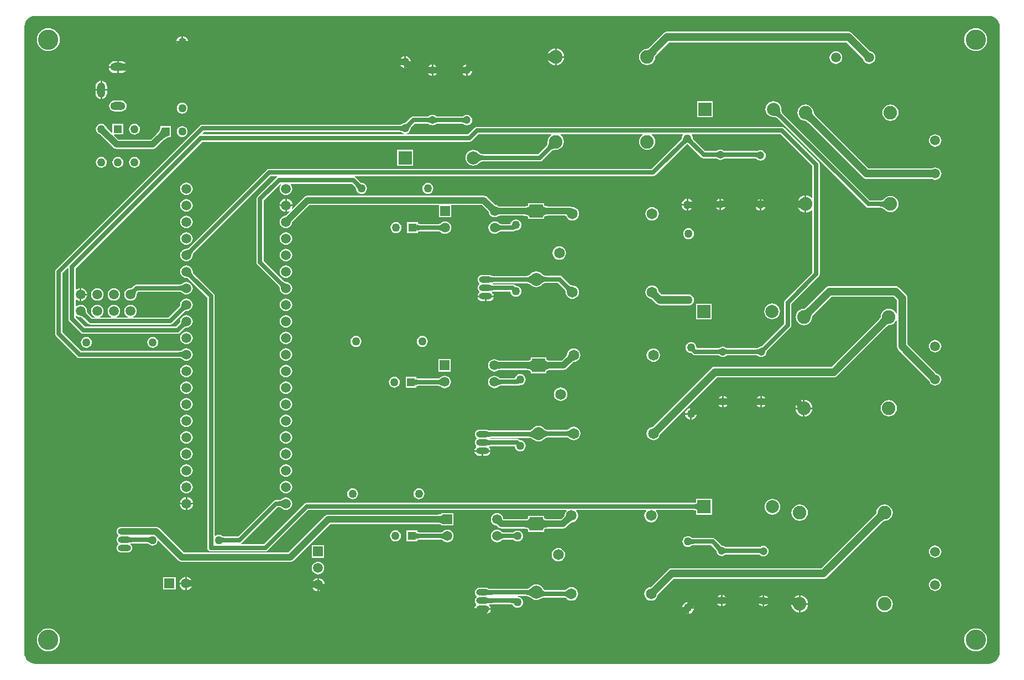
<source format=gbl>
G04 Layer_Physical_Order=2*
G04 Layer_Color=16711680*
%FSLAX25Y25*%
%MOIN*%
G70*
G01*
G75*
%ADD10C,0.03937*%
%ADD11C,0.02756*%
%ADD12C,0.04724*%
%ADD13C,0.12205*%
%ADD14C,0.04724*%
%ADD15C,0.08200*%
%ADD16O,0.07874X0.03937*%
%ADD17O,0.07874X0.03937*%
%ADD18C,0.05000*%
%ADD19R,0.05906X0.05906*%
%ADD20C,0.05906*%
%ADD21R,0.07874X0.07874*%
%ADD22C,0.07874*%
%ADD23R,0.07874X0.07874*%
%ADD24R,0.05000X0.05000*%
%ADD25R,0.05000X0.05000*%
%ADD26O,0.05000X0.09000*%
%ADD27O,0.09000X0.05000*%
%ADD28R,0.05906X0.05906*%
%ADD29C,0.06496*%
G36*
X583969Y392205D02*
X585202Y391831D01*
X586337Y391224D01*
X587332Y390408D01*
X588149Y389412D01*
X588756Y388277D01*
X589129Y387045D01*
X589246Y385858D01*
X589246Y385858D01*
X589249Y385360D01*
Y8502D01*
X589247Y8004D01*
X589247Y8004D01*
X589247Y8004D01*
X589127Y6782D01*
X588742Y5514D01*
X588118Y4346D01*
X587278Y3323D01*
X586254Y2482D01*
X585086Y1858D01*
X583818Y1474D01*
X582597Y1353D01*
X582597Y1353D01*
Y1353D01*
X582105Y1323D01*
X7886D01*
X7843Y1314D01*
X6693Y1428D01*
X5436Y1809D01*
X4277Y2428D01*
X3262Y3262D01*
X2428Y4277D01*
X1809Y5436D01*
X1428Y6693D01*
X1321Y7777D01*
X1323Y7787D01*
Y385365D01*
X1354Y385857D01*
X1354D01*
X1354Y385857D01*
X1471Y387040D01*
X1843Y388267D01*
X2447Y389398D01*
X3261Y390389D01*
X4252Y391202D01*
X5383Y391807D01*
X6610Y392179D01*
X7792Y392296D01*
X7792Y392296D01*
X8290Y392298D01*
X582688D01*
X582801Y392320D01*
X583969Y392205D01*
D02*
G37*
%LPC*%
G36*
X96957Y380039D02*
Y377075D01*
X99921D01*
X99867Y377488D01*
X99514Y378340D01*
X98953Y379071D01*
X98222Y379632D01*
X97370Y379985D01*
X96957Y380039D01*
D02*
G37*
G36*
X95957D02*
X95543Y379985D01*
X94692Y379632D01*
X93961Y379071D01*
X93400Y378340D01*
X93047Y377488D01*
X92992Y377075D01*
X95957D01*
Y380039D01*
D02*
G37*
G36*
X99921Y376075D02*
X96957D01*
Y373110D01*
X97370Y373165D01*
X98222Y373518D01*
X98953Y374079D01*
X99514Y374810D01*
X99867Y375661D01*
X99921Y376075D01*
D02*
G37*
G36*
X95957D02*
X92992D01*
X93047Y375661D01*
X93400Y374810D01*
X93961Y374079D01*
X94692Y373518D01*
X95543Y373165D01*
X95957Y373110D01*
Y376075D01*
D02*
G37*
G36*
X574815Y384888D02*
X573464Y384755D01*
X572166Y384361D01*
X570969Y383721D01*
X569920Y382860D01*
X569059Y381811D01*
X568419Y380614D01*
X568025Y379315D01*
X567892Y377965D01*
X568025Y376614D01*
X568419Y375315D01*
X569059Y374118D01*
X569920Y373069D01*
X570969Y372208D01*
X572166Y371568D01*
X573464Y371175D01*
X574815Y371041D01*
X576166Y371175D01*
X577464Y371568D01*
X578661Y372208D01*
X579710Y373069D01*
X580571Y374118D01*
X581211Y375315D01*
X581605Y376614D01*
X581738Y377965D01*
X581605Y379315D01*
X581211Y380614D01*
X580571Y381811D01*
X579710Y382860D01*
X578661Y383721D01*
X577464Y384361D01*
X576166Y384755D01*
X574815Y384888D01*
D02*
G37*
G36*
X15760D02*
X14409Y384755D01*
X13110Y384361D01*
X11913Y383721D01*
X10864Y382860D01*
X10003Y381811D01*
X9364Y380614D01*
X8970Y379315D01*
X8837Y377965D01*
X8970Y376614D01*
X9364Y375315D01*
X10003Y374118D01*
X10864Y373069D01*
X11913Y372208D01*
X13110Y371568D01*
X14409Y371175D01*
X15760Y371041D01*
X17110Y371175D01*
X18409Y371568D01*
X19606Y372208D01*
X20655Y373069D01*
X21516Y374118D01*
X22156Y375315D01*
X22550Y376614D01*
X22683Y377965D01*
X22550Y379315D01*
X22156Y380614D01*
X21516Y381811D01*
X20655Y382860D01*
X19606Y383721D01*
X18409Y384361D01*
X17110Y384755D01*
X15760Y384888D01*
D02*
G37*
G36*
X322154Y372598D02*
Y368020D01*
X326732D01*
X326622Y368851D01*
X326108Y370092D01*
X325291Y371157D01*
X324226Y371975D01*
X322985Y372488D01*
X322154Y372598D01*
D02*
G37*
G36*
X321154D02*
X320322Y372488D01*
X319082Y371975D01*
X318016Y371157D01*
X317199Y370092D01*
X316995Y369600D01*
X317175Y369633D01*
X317502Y369714D01*
X317801Y369813D01*
X318073Y369930D01*
X318318Y370065D01*
X318535Y370218D01*
X318726Y370390D01*
Y368020D01*
X321154D01*
Y372598D01*
D02*
G37*
G36*
X231406Y367906D02*
Y364942D01*
X234370D01*
X234315Y365355D01*
X233963Y366207D01*
X233402Y366938D01*
X232671Y367499D01*
X231819Y367852D01*
X231406Y367906D01*
D02*
G37*
G36*
X230406D02*
X229992Y367852D01*
X229140Y367499D01*
X228409Y366938D01*
X227848Y366207D01*
X227496Y365355D01*
X227441Y364942D01*
X230406D01*
Y367906D01*
D02*
G37*
G36*
X321154Y367020D02*
X318726D01*
Y364650D01*
X318535Y364821D01*
X318318Y364974D01*
X318073Y365110D01*
X317801Y365227D01*
X317502Y365326D01*
X317175Y365407D01*
X316995Y365439D01*
X317199Y364948D01*
X318016Y363882D01*
X319082Y363065D01*
X320322Y362551D01*
X321154Y362442D01*
Y367020D01*
D02*
G37*
G36*
X59677Y364948D02*
X58177D01*
Y361917D01*
X60634D01*
Y363727D01*
X60794Y363662D01*
X61018Y363604D01*
X61307Y363553D01*
X62079Y363471D01*
X62531Y363447D01*
X62173Y363914D01*
X61442Y364475D01*
X60591Y364827D01*
X59677Y364948D01*
D02*
G37*
G36*
X498150Y382704D02*
X388779D01*
X387957Y382596D01*
X387191Y382279D01*
X386533Y381774D01*
X378282Y373522D01*
X378038Y373290D01*
X377518Y372850D01*
X377308Y372695D01*
X377121Y372572D01*
X376971Y372488D01*
X376863Y372441D01*
X376853Y372439D01*
X376772Y372449D01*
X375496Y372281D01*
X374307Y371789D01*
X373286Y371006D01*
X372502Y369985D01*
X372010Y368796D01*
X371842Y367520D01*
X372010Y366244D01*
X372502Y365055D01*
X373286Y364034D01*
X374307Y363251D01*
X375496Y362758D01*
X376772Y362590D01*
X378047Y362758D01*
X379236Y363251D01*
X380257Y364034D01*
X381041Y365055D01*
X381533Y366244D01*
X381701Y367520D01*
X381690Y367602D01*
X381693Y367612D01*
X381740Y367719D01*
X381824Y367870D01*
X381946Y368056D01*
X382098Y368261D01*
X382751Y369006D01*
X390095Y376351D01*
X496834D01*
X506888Y366297D01*
X506907Y366150D01*
X507284Y365240D01*
X507884Y364458D01*
X508665Y363859D01*
X509575Y363482D01*
X510551Y363354D01*
X511528Y363482D01*
X512437Y363859D01*
X513219Y364458D01*
X513818Y365240D01*
X514195Y366150D01*
X514324Y367126D01*
X514195Y368102D01*
X513818Y369012D01*
X513219Y369794D01*
X512437Y370393D01*
X511528Y370770D01*
X511381Y370789D01*
X500396Y381774D01*
X499738Y382279D01*
X498972Y382596D01*
X498150Y382704D01*
D02*
G37*
G36*
X490551Y370898D02*
X489575Y370770D01*
X488665Y370393D01*
X487884Y369794D01*
X487284Y369012D01*
X486907Y368102D01*
X486779Y367126D01*
X486907Y366150D01*
X487284Y365240D01*
X487884Y364458D01*
X488665Y363859D01*
X489575Y363482D01*
X490551Y363354D01*
X491528Y363482D01*
X492437Y363859D01*
X493219Y364458D01*
X493818Y365240D01*
X494195Y366150D01*
X494324Y367126D01*
X494195Y368102D01*
X493818Y369012D01*
X493219Y369794D01*
X492437Y370393D01*
X491528Y370770D01*
X490551Y370898D01*
D02*
G37*
G36*
X326732Y367020D02*
X322154D01*
Y362442D01*
X322985Y362551D01*
X324226Y363065D01*
X325291Y363882D01*
X326108Y364948D01*
X326622Y366188D01*
X326732Y367020D01*
D02*
G37*
G36*
X57177Y364948D02*
X55677D01*
X54764Y364827D01*
X53912Y364475D01*
X53181Y363914D01*
X52620Y363182D01*
X52267Y362331D01*
X52213Y361917D01*
X57177D01*
Y364948D01*
D02*
G37*
G36*
X234370Y363942D02*
X231406D01*
Y360977D01*
X231819Y361032D01*
X232671Y361385D01*
X233402Y361946D01*
X233963Y362677D01*
X234315Y363528D01*
X234370Y363942D01*
D02*
G37*
G36*
X230406D02*
X227441D01*
X227496Y363528D01*
X227848Y362677D01*
X228409Y361946D01*
X229140Y361385D01*
X229992Y361032D01*
X230406Y360977D01*
Y363942D01*
D02*
G37*
G36*
X268606Y362767D02*
Y359942D01*
X271431D01*
X271381Y360319D01*
X271042Y361137D01*
X270503Y361840D01*
X269801Y362379D01*
X268983Y362718D01*
X268606Y362767D01*
D02*
G37*
G36*
X247806D02*
Y359942D01*
X250631D01*
X250581Y360319D01*
X250242Y361137D01*
X249704Y361840D01*
X249001Y362379D01*
X248183Y362718D01*
X247806Y362767D01*
D02*
G37*
G36*
X267606D02*
X267228Y362718D01*
X266410Y362379D01*
X265708Y361840D01*
X265169Y361137D01*
X264830Y360319D01*
X264780Y359942D01*
X267606D01*
Y362767D01*
D02*
G37*
G36*
X246806D02*
X246428Y362718D01*
X245610Y362379D01*
X244908Y361840D01*
X244369Y361137D01*
X244030Y360319D01*
X243980Y359942D01*
X246806D01*
Y362767D01*
D02*
G37*
G36*
X60634Y360917D02*
X58177D01*
Y357887D01*
X59677D01*
X60591Y358008D01*
X61442Y358360D01*
X62173Y358921D01*
X62482Y359324D01*
X61018Y359230D01*
X60794Y359173D01*
X60634Y359108D01*
Y360917D01*
D02*
G37*
G36*
X57177D02*
X52213D01*
X52267Y360504D01*
X52620Y359652D01*
X53181Y358921D01*
X53912Y358360D01*
X54764Y358008D01*
X55677Y357887D01*
X57177D01*
Y360917D01*
D02*
G37*
G36*
X271431Y358942D02*
X268606D01*
Y356116D01*
X268983Y356166D01*
X269801Y356505D01*
X270503Y357044D01*
X271042Y357746D01*
X271381Y358564D01*
X271431Y358942D01*
D02*
G37*
G36*
X250631D02*
X247806D01*
Y356116D01*
X248183Y356166D01*
X249001Y356505D01*
X249704Y357044D01*
X250242Y357746D01*
X250581Y358564D01*
X250631Y358942D01*
D02*
G37*
G36*
X267606D02*
X264780D01*
X264830Y358564D01*
X265169Y357746D01*
X265708Y357044D01*
X266410Y356505D01*
X267228Y356166D01*
X267606Y356116D01*
Y358942D01*
D02*
G37*
G36*
X246806D02*
X243980D01*
X244030Y358564D01*
X244369Y357746D01*
X244908Y357044D01*
X245610Y356505D01*
X246428Y356166D01*
X246806Y356116D01*
Y358942D01*
D02*
G37*
G36*
X48177Y353102D02*
Y348138D01*
X51207D01*
Y349638D01*
X51087Y350552D01*
X50734Y351403D01*
X50173Y352134D01*
X49442Y352695D01*
X48591Y353048D01*
X48177Y353102D01*
D02*
G37*
G36*
X47177D02*
X46764Y353048D01*
X45912Y352695D01*
X45181Y352134D01*
X44620Y351403D01*
X44267Y350552D01*
X44147Y349638D01*
Y348138D01*
X47177D01*
Y353102D01*
D02*
G37*
G36*
X51207Y347138D02*
X48177D01*
Y342173D01*
X48591Y342228D01*
X49442Y342581D01*
X50173Y343142D01*
X50734Y343873D01*
X51087Y344724D01*
X51207Y345638D01*
Y347138D01*
D02*
G37*
G36*
X47177D02*
X44147D01*
Y345638D01*
X44267Y344724D01*
X44620Y343873D01*
X45181Y343142D01*
X45912Y342581D01*
X46764Y342228D01*
X47177Y342173D01*
Y347138D01*
D02*
G37*
G36*
X59677Y341233D02*
X55677D01*
X54819Y341120D01*
X54019Y340789D01*
X53333Y340262D01*
X52806Y339575D01*
X52474Y338776D01*
X52361Y337917D01*
X52474Y337059D01*
X52806Y336260D01*
X53333Y335573D01*
X54019Y335046D01*
X54819Y334715D01*
X55677Y334602D01*
X59677D01*
X60535Y334715D01*
X61335Y335046D01*
X62022Y335573D01*
X62549Y336260D01*
X62880Y337059D01*
X62993Y337917D01*
X62880Y338776D01*
X62549Y339575D01*
X62022Y340262D01*
X61335Y340789D01*
X60535Y341120D01*
X59677Y341233D01*
D02*
G37*
G36*
X96457Y339891D02*
X95599Y339778D01*
X94799Y339446D01*
X94112Y338919D01*
X93585Y338233D01*
X93254Y337433D01*
X93141Y336575D01*
X93254Y335717D01*
X93585Y334917D01*
X94112Y334230D01*
X94799Y333703D01*
X95599Y333372D01*
X96457Y333259D01*
X97315Y333372D01*
X98115Y333703D01*
X98801Y334230D01*
X99328Y334917D01*
X99660Y335717D01*
X99773Y336575D01*
X99660Y337433D01*
X99328Y338233D01*
X98801Y338919D01*
X98115Y339446D01*
X97315Y339778D01*
X96457Y339891D01*
D02*
G37*
G36*
X268106Y332619D02*
X267283Y332510D01*
X266517Y332193D01*
X265895Y331716D01*
X265842Y331701D01*
X265762Y331685D01*
X265309Y331650D01*
X249964D01*
X249804Y331662D01*
X249674Y331681D01*
X249569Y331701D01*
X249516Y331716D01*
X248894Y332193D01*
X248128Y332510D01*
X247306Y332619D01*
X246483Y332510D01*
X245717Y332193D01*
X245095Y331716D01*
X245042Y331701D01*
X244962Y331685D01*
X244509Y331650D01*
X235906D01*
X235061Y331482D01*
X234345Y331003D01*
X231447Y328106D01*
X231248Y327943D01*
X231135Y327864D01*
X231035Y327802D01*
X230960Y327765D01*
X230933Y327754D01*
X230906Y327758D01*
X230047Y327645D01*
X229248Y327313D01*
X228561Y326786D01*
X228544Y326764D01*
X228518Y326753D01*
X228438Y326727D01*
X228324Y326699D01*
X228196Y326677D01*
X227856Y326650D01*
X108642D01*
X107797Y326482D01*
X107081Y326003D01*
X20486Y239408D01*
X20008Y238692D01*
X19839Y237847D01*
Y200553D01*
X20008Y199708D01*
X20486Y198992D01*
X33047Y186431D01*
X33763Y185952D01*
X34608Y185784D01*
X95180D01*
X95384Y185759D01*
X95588Y185720D01*
X95767Y185673D01*
X95923Y185619D01*
X96055Y185560D01*
X96166Y185497D01*
X96257Y185431D01*
X96289Y185402D01*
X96348Y185325D01*
X97130Y184725D01*
X98039Y184348D01*
X99016Y184220D01*
X99992Y184348D01*
X100902Y184725D01*
X101683Y185325D01*
X102283Y186106D01*
X102660Y187016D01*
X102788Y187992D01*
X102660Y188969D01*
X102283Y189878D01*
X101683Y190660D01*
X100902Y191259D01*
X99992Y191636D01*
X99016Y191765D01*
X98039Y191636D01*
X97130Y191259D01*
X96348Y190660D01*
X96289Y190582D01*
X96257Y190553D01*
X96166Y190488D01*
X96055Y190424D01*
X95923Y190365D01*
X95767Y190311D01*
X95588Y190264D01*
X95395Y190228D01*
X95110Y190200D01*
X35522D01*
X24255Y201467D01*
Y236933D01*
X27430Y240108D01*
X27892Y239917D01*
Y209400D01*
X28060Y208555D01*
X28539Y207839D01*
X35339Y201039D01*
X36055Y200560D01*
X36900Y200392D01*
X93624D01*
X94468Y200560D01*
X95185Y201039D01*
X97865Y203719D01*
X98027Y203845D01*
X98198Y203962D01*
X98358Y204055D01*
X98506Y204127D01*
X98642Y204179D01*
X98765Y204212D01*
X98876Y204230D01*
X98919Y204233D01*
X99016Y204220D01*
X99992Y204348D01*
X100902Y204725D01*
X101683Y205325D01*
X102283Y206106D01*
X102660Y207016D01*
X102788Y207992D01*
X102660Y208969D01*
X102283Y209878D01*
X101683Y210660D01*
X100902Y211259D01*
X99992Y211636D01*
X99016Y211765D01*
X98039Y211636D01*
X97130Y211259D01*
X96348Y210660D01*
X95749Y209878D01*
X95372Y208969D01*
X95243Y207992D01*
X95256Y207895D01*
X95254Y207853D01*
X95236Y207741D01*
X95202Y207618D01*
X95151Y207483D01*
X95079Y207335D01*
X94985Y207175D01*
X94875Y207013D01*
X94693Y206792D01*
X92709Y204808D01*
X37815D01*
X32308Y210314D01*
Y211076D01*
X32808Y211322D01*
X33350Y210906D01*
X34260Y210529D01*
X35236Y210401D01*
X35333Y210414D01*
X35376Y210412D01*
X35487Y210393D01*
X35610Y210360D01*
X35746Y210308D01*
X35894Y210236D01*
X36054Y210143D01*
X36216Y210032D01*
X36437Y209851D01*
X39748Y206539D01*
X40464Y206060D01*
X41309Y205892D01*
X89124D01*
X89969Y206060D01*
X90685Y206539D01*
X97865Y213719D01*
X98027Y213845D01*
X98198Y213962D01*
X98358Y214055D01*
X98506Y214127D01*
X98642Y214179D01*
X98765Y214212D01*
X98876Y214230D01*
X98919Y214232D01*
X99016Y214220D01*
X99992Y214348D01*
X100902Y214725D01*
X101683Y215325D01*
X102283Y216106D01*
X102660Y217016D01*
X102788Y217992D01*
X102660Y218969D01*
X102283Y219878D01*
X101683Y220660D01*
X100902Y221259D01*
X99992Y221636D01*
X99016Y221765D01*
X98039Y221636D01*
X97130Y221259D01*
X96348Y220660D01*
X95749Y219878D01*
X95372Y218969D01*
X95243Y217992D01*
X95256Y217895D01*
X95254Y217852D01*
X95236Y217741D01*
X95202Y217618D01*
X95151Y217483D01*
X95079Y217335D01*
X94985Y217175D01*
X94875Y217013D01*
X94693Y216792D01*
X88209Y210308D01*
X66984D01*
X66885Y210808D01*
X67122Y210906D01*
X67904Y211506D01*
X68503Y212287D01*
X68880Y213197D01*
X69009Y214173D01*
X68880Y215150D01*
X68503Y216059D01*
X67904Y216841D01*
X67122Y217440D01*
X66213Y217817D01*
X65236Y217946D01*
X64260Y217817D01*
X63350Y217440D01*
X62569Y216841D01*
X61969Y216059D01*
X61592Y215150D01*
X61464Y214173D01*
X61592Y213197D01*
X61969Y212287D01*
X62569Y211506D01*
X63350Y210906D01*
X63588Y210808D01*
X63488Y210308D01*
X56984D01*
X56885Y210808D01*
X57122Y210906D01*
X57904Y211506D01*
X58503Y212287D01*
X58880Y213197D01*
X59009Y214173D01*
X58880Y215150D01*
X58503Y216059D01*
X57904Y216841D01*
X57122Y217440D01*
X56213Y217817D01*
X55236Y217946D01*
X54260Y217817D01*
X53350Y217440D01*
X52569Y216841D01*
X51969Y216059D01*
X51592Y215150D01*
X51464Y214173D01*
X51592Y213197D01*
X51969Y212287D01*
X52569Y211506D01*
X53350Y210906D01*
X53588Y210808D01*
X53488Y210308D01*
X46984D01*
X46885Y210808D01*
X47122Y210906D01*
X47904Y211506D01*
X48503Y212287D01*
X48880Y213197D01*
X49009Y214173D01*
X48880Y215150D01*
X48503Y216059D01*
X47904Y216841D01*
X47122Y217440D01*
X46213Y217817D01*
X45236Y217946D01*
X44260Y217817D01*
X43350Y217440D01*
X42569Y216841D01*
X41969Y216059D01*
X41592Y215150D01*
X41464Y214173D01*
X41592Y213197D01*
X41969Y212287D01*
X42569Y211506D01*
X43350Y210906D01*
X43588Y210808D01*
X43488Y210308D01*
X42224D01*
X39509Y213022D01*
X39383Y213184D01*
X39267Y213356D01*
X39173Y213516D01*
X39101Y213664D01*
X39050Y213799D01*
X39016Y213922D01*
X38998Y214034D01*
X38996Y214076D01*
X39009Y214173D01*
X38880Y215150D01*
X38503Y216059D01*
X37904Y216841D01*
X37122Y217440D01*
X36213Y217817D01*
X35236Y217946D01*
X34260Y217817D01*
X33350Y217440D01*
X32808Y217024D01*
X32308Y217271D01*
Y220808D01*
X32808Y221054D01*
X33243Y220721D01*
X34204Y220322D01*
X34736Y220252D01*
Y224173D01*
Y228094D01*
X34204Y228024D01*
X33243Y227626D01*
X32808Y227292D01*
X32308Y227539D01*
Y239974D01*
X108625Y316292D01*
X269600D01*
X270445Y316460D01*
X271161Y316939D01*
X275114Y320892D01*
X318738D01*
X318908Y320392D01*
X318168Y319824D01*
X317385Y318803D01*
X316892Y317615D01*
X316724Y316339D01*
X316747Y316160D01*
X316742Y315934D01*
X316710Y315596D01*
X316655Y315276D01*
X316578Y314971D01*
X316479Y314681D01*
X316358Y314405D01*
X316215Y314141D01*
X316048Y313888D01*
X315929Y313736D01*
X311094Y308901D01*
X277577D01*
X277408Y308920D01*
X277122Y308977D01*
X276846Y309055D01*
X276580Y309155D01*
X276322Y309278D01*
X276071Y309424D01*
X275826Y309594D01*
X275587Y309790D01*
X275441Y309929D01*
X275338Y310063D01*
X274351Y310820D01*
X273202Y311296D01*
X271969Y311458D01*
X270735Y311296D01*
X269586Y310820D01*
X268599Y310063D01*
X267842Y309076D01*
X267366Y307927D01*
X267204Y306693D01*
X267366Y305460D01*
X267842Y304311D01*
X268599Y303324D01*
X269586Y302566D01*
X270735Y302090D01*
X271969Y301928D01*
X273202Y302090D01*
X274351Y302566D01*
X275338Y303324D01*
X275441Y303457D01*
X275587Y303597D01*
X275826Y303792D01*
X276071Y303962D01*
X276322Y304109D01*
X276580Y304231D01*
X276846Y304332D01*
X277122Y304410D01*
X277408Y304466D01*
X277577Y304485D01*
X312008D01*
X312853Y304654D01*
X313569Y305132D01*
X319051Y310614D01*
X319203Y310733D01*
X319456Y310900D01*
X319720Y311043D01*
X319996Y311164D01*
X320286Y311263D01*
X320590Y311340D01*
X320911Y311395D01*
X321249Y311427D01*
X321475Y311433D01*
X321654Y311409D01*
X322930Y311577D01*
X324118Y312070D01*
X325139Y312853D01*
X325923Y313874D01*
X326415Y315063D01*
X326583Y316339D01*
X326415Y317615D01*
X325923Y318803D01*
X325139Y319824D01*
X324399Y320392D01*
X324569Y320892D01*
X373856D01*
X374026Y320392D01*
X373286Y319824D01*
X372502Y318803D01*
X372010Y317615D01*
X371842Y316339D01*
X372010Y315063D01*
X372502Y313874D01*
X373286Y312853D01*
X374307Y312070D01*
X375496Y311577D01*
X376772Y311409D01*
X378047Y311577D01*
X379236Y312070D01*
X380257Y312853D01*
X381041Y313874D01*
X381533Y315063D01*
X381701Y316339D01*
X381533Y317615D01*
X381041Y318803D01*
X380257Y319824D01*
X379517Y320392D01*
X379687Y320892D01*
X398164D01*
X398410Y320392D01*
X398113Y320004D01*
X397781Y319205D01*
X397668Y318346D01*
X397672Y318319D01*
X397661Y318292D01*
X397623Y318217D01*
X397562Y318117D01*
X397488Y318010D01*
X397267Y317751D01*
X379523Y300008D01*
X148824D01*
X147979Y299840D01*
X147263Y299361D01*
X100167Y252265D01*
X100004Y252139D01*
X99833Y252023D01*
X99673Y251929D01*
X99525Y251857D01*
X99390Y251806D01*
X99267Y251772D01*
X99155Y251754D01*
X99113Y251752D01*
X99016Y251765D01*
X98039Y251636D01*
X97130Y251259D01*
X96348Y250660D01*
X95749Y249878D01*
X95372Y248969D01*
X95243Y247992D01*
X95372Y247016D01*
X95749Y246106D01*
X96348Y245325D01*
X97130Y244725D01*
X98039Y244348D01*
X99016Y244220D01*
X99992Y244348D01*
X100902Y244725D01*
X101683Y245325D01*
X102283Y246106D01*
X102660Y247016D01*
X102788Y247992D01*
X102776Y248089D01*
X102778Y248132D01*
X102796Y248243D01*
X102829Y248366D01*
X102881Y248502D01*
X102953Y248650D01*
X103046Y248810D01*
X103157Y248972D01*
X103338Y249193D01*
X149738Y295592D01*
X153583D01*
X153734Y295092D01*
X153239Y294761D01*
X141839Y283361D01*
X141360Y282645D01*
X141192Y281800D01*
Y243608D01*
X141360Y242763D01*
X141839Y242047D01*
X154743Y229143D01*
X154869Y228981D01*
X154985Y228810D01*
X155079Y228650D01*
X155151Y228502D01*
X155202Y228366D01*
X155236Y228243D01*
X155254Y228132D01*
X155256Y228089D01*
X155243Y227992D01*
X155372Y227016D01*
X155749Y226106D01*
X156348Y225325D01*
X157130Y224725D01*
X158039Y224348D01*
X159016Y224220D01*
X159992Y224348D01*
X160902Y224725D01*
X161683Y225325D01*
X162283Y226106D01*
X162660Y227016D01*
X162788Y227992D01*
X162660Y228969D01*
X162283Y229878D01*
X161683Y230660D01*
X160902Y231259D01*
X159992Y231636D01*
X159016Y231765D01*
X158919Y231752D01*
X158876Y231754D01*
X158765Y231772D01*
X158642Y231806D01*
X158506Y231857D01*
X158358Y231929D01*
X158198Y232023D01*
X158036Y232133D01*
X157816Y232315D01*
X145608Y244523D01*
Y280886D01*
X155542Y290820D01*
X155812Y290782D01*
X156032Y290247D01*
X155749Y289878D01*
X155372Y288969D01*
X155243Y287992D01*
X155372Y287016D01*
X155749Y286106D01*
X156348Y285325D01*
X157130Y284725D01*
X158039Y284348D01*
X159016Y284220D01*
X159992Y284348D01*
X160902Y284725D01*
X161683Y285325D01*
X162283Y286106D01*
X162660Y287016D01*
X162788Y287992D01*
X162660Y288969D01*
X162283Y289878D01*
X161812Y290492D01*
X162031Y290992D01*
X198563D01*
X200825Y288731D01*
X200987Y288532D01*
X201067Y288419D01*
X201128Y288319D01*
X201166Y288244D01*
X201176Y288217D01*
X201173Y288189D01*
X201286Y287331D01*
X201617Y286531D01*
X202144Y285845D01*
X202831Y285318D01*
X203630Y284986D01*
X204488Y284873D01*
X205347Y284986D01*
X206146Y285318D01*
X206833Y285845D01*
X207360Y286531D01*
X207691Y287331D01*
X207804Y288189D01*
X207691Y289047D01*
X207360Y289847D01*
X206833Y290534D01*
X206146Y291061D01*
X205347Y291392D01*
X204488Y291505D01*
X204461Y291501D01*
X204434Y291512D01*
X204359Y291550D01*
X204259Y291611D01*
X204152Y291686D01*
X203893Y291906D01*
X201039Y294761D01*
X200543Y295092D01*
X200695Y295592D01*
X380438D01*
X381283Y295760D01*
X381999Y296239D01*
X400443Y314683D01*
X400641Y314845D01*
X400755Y314925D01*
X400855Y314986D01*
X400930Y315024D01*
X400957Y315034D01*
X400984Y315031D01*
X401012Y315034D01*
X401039Y315024D01*
X401114Y314986D01*
X401214Y314925D01*
X401320Y314850D01*
X401579Y314629D01*
X409266Y306943D01*
X409982Y306464D01*
X410827Y306296D01*
X418208D01*
X418368Y306283D01*
X418498Y306265D01*
X418603Y306244D01*
X418656Y306230D01*
X419278Y305753D01*
X420044Y305435D01*
X420866Y305327D01*
X421688Y305435D01*
X422455Y305753D01*
X423077Y306230D01*
X423130Y306244D01*
X423210Y306260D01*
X423663Y306296D01*
X442119D01*
X442159Y306294D01*
X442306Y306274D01*
X442429Y306251D01*
X442516Y306228D01*
X442560Y306212D01*
X442573Y306202D01*
X442833Y305864D01*
X443490Y305359D01*
X444257Y305042D01*
X445079Y304933D01*
X445901Y305042D01*
X446667Y305359D01*
X447325Y305864D01*
X447830Y306522D01*
X448147Y307288D01*
X448256Y308110D01*
X448147Y308932D01*
X447830Y309698D01*
X447325Y310356D01*
X446667Y310861D01*
X445901Y311178D01*
X445079Y311287D01*
X444257Y311178D01*
X443490Y310861D01*
X443342Y310747D01*
X442762Y310712D01*
X423525D01*
X423364Y310724D01*
X423234Y310743D01*
X423130Y310763D01*
X423077Y310778D01*
X422455Y311255D01*
X421688Y311572D01*
X420866Y311681D01*
X420044Y311572D01*
X419278Y311255D01*
X418656Y310778D01*
X418603Y310763D01*
X418522Y310747D01*
X418070Y310712D01*
X411741D01*
X404648Y317805D01*
X404486Y318004D01*
X404406Y318117D01*
X404345Y318217D01*
X404307Y318292D01*
X404296Y318319D01*
X404300Y318346D01*
X404187Y319205D01*
X403856Y320004D01*
X403558Y320392D01*
X403805Y320892D01*
X457186D01*
X476392Y301686D01*
Y282489D01*
X475919Y282329D01*
X475881Y282378D01*
X474816Y283195D01*
X473575Y283709D01*
X472744Y283818D01*
Y278740D01*
Y273662D01*
X473575Y273772D01*
X474816Y274285D01*
X475881Y275103D01*
X475919Y275152D01*
X476392Y274991D01*
Y237315D01*
X459939Y220861D01*
X459460Y220145D01*
X459292Y219300D01*
Y206548D01*
X445791Y193047D01*
X445669Y192943D01*
X445564Y192864D01*
X445475Y192804D01*
X445428Y192777D01*
X444650Y192675D01*
X443884Y192357D01*
X443262Y191880D01*
X443209Y191866D01*
X443129Y191850D01*
X442676Y191814D01*
X425100D01*
X424939Y191827D01*
X424809Y191845D01*
X424705Y191866D01*
X424651Y191880D01*
X424029Y192357D01*
X423263Y192675D01*
X422441Y192783D01*
X421619Y192675D01*
X420853Y192357D01*
X420230Y191880D01*
X420177Y191866D01*
X420097Y191850D01*
X419645Y191814D01*
X406872D01*
X406465Y192165D01*
X406352Y193024D01*
X406021Y193823D01*
X405494Y194510D01*
X404808Y195037D01*
X404008Y195368D01*
X403150Y195481D01*
X402291Y195368D01*
X401492Y195037D01*
X400805Y194510D01*
X400278Y193823D01*
X399947Y193024D01*
X399834Y192165D01*
X399947Y191307D01*
X400278Y190507D01*
X400805Y189821D01*
X401492Y189294D01*
X402291Y188963D01*
X403150Y188850D01*
X403321Y188872D01*
X404148Y188045D01*
X404864Y187566D01*
X405709Y187398D01*
X419782D01*
X419943Y187386D01*
X420073Y187367D01*
X420177Y187347D01*
X420230Y187332D01*
X420853Y186855D01*
X421619Y186538D01*
X422441Y186429D01*
X423263Y186538D01*
X424029Y186855D01*
X424651Y187332D01*
X424705Y187347D01*
X424785Y187363D01*
X425237Y187398D01*
X442814D01*
X442974Y187386D01*
X443105Y187367D01*
X443209Y187347D01*
X443262Y187332D01*
X443884Y186855D01*
X444650Y186538D01*
X445472Y186429D01*
X446295Y186538D01*
X447061Y186855D01*
X447719Y187360D01*
X448224Y188018D01*
X448541Y188784D01*
X448643Y189561D01*
X448671Y189609D01*
X448716Y189677D01*
X449011Y190022D01*
X463061Y204073D01*
X463540Y204789D01*
X463708Y205634D01*
Y218386D01*
X480161Y234839D01*
X480640Y235555D01*
X480808Y236400D01*
Y302600D01*
X480640Y303445D01*
X480161Y304161D01*
X459661Y324661D01*
X458945Y325140D01*
X458100Y325308D01*
X274200D01*
X273355Y325140D01*
X272639Y324661D01*
X268686Y320708D01*
X231559D01*
X231526Y321208D01*
X231764Y321239D01*
X232563Y321570D01*
X233250Y322097D01*
X233777Y322784D01*
X234108Y323584D01*
X234221Y324442D01*
X234218Y324469D01*
X234228Y324496D01*
X234266Y324571D01*
X234327Y324671D01*
X234402Y324778D01*
X234623Y325037D01*
X236820Y327234D01*
X244647D01*
X244808Y327221D01*
X244938Y327203D01*
X245042Y327183D01*
X245095Y327168D01*
X245717Y326691D01*
X246483Y326373D01*
X247306Y326265D01*
X248128Y326373D01*
X248894Y326691D01*
X249516Y327168D01*
X249569Y327183D01*
X249649Y327198D01*
X250102Y327234D01*
X265447D01*
X265608Y327221D01*
X265738Y327203D01*
X265842Y327183D01*
X265895Y327168D01*
X266517Y326691D01*
X267283Y326373D01*
X268106Y326265D01*
X268928Y326373D01*
X269694Y326691D01*
X270352Y327196D01*
X270857Y327853D01*
X271174Y328620D01*
X271282Y329442D01*
X271174Y330264D01*
X270857Y331030D01*
X270352Y331688D01*
X269694Y332193D01*
X268928Y332510D01*
X268106Y332619D01*
D02*
G37*
G36*
X416417Y340748D02*
X406968D01*
Y331299D01*
X416417D01*
Y340748D01*
D02*
G37*
G36*
X523425Y338788D02*
X522149Y338620D01*
X520960Y338127D01*
X519940Y337344D01*
X519156Y336323D01*
X518664Y335134D01*
X518496Y333858D01*
X518664Y332582D01*
X519156Y331393D01*
X519940Y330373D01*
X520960Y329589D01*
X522149Y329097D01*
X523425Y328929D01*
X524701Y329097D01*
X525890Y329589D01*
X526911Y330373D01*
X527694Y331393D01*
X528187Y332582D01*
X528355Y333858D01*
X528187Y335134D01*
X527694Y336323D01*
X526911Y337344D01*
X525890Y338127D01*
X524701Y338620D01*
X523425Y338788D01*
D02*
G37*
G36*
X67717Y327332D02*
X66858Y327219D01*
X66059Y326887D01*
X65372Y326360D01*
X64845Y325674D01*
X64514Y324874D01*
X64401Y324016D01*
X64514Y323158D01*
X64845Y322358D01*
X65372Y321671D01*
X66059Y321144D01*
X66858Y320813D01*
X67717Y320700D01*
X68575Y320813D01*
X69375Y321144D01*
X70061Y321671D01*
X70588Y322358D01*
X70919Y323158D01*
X71032Y324016D01*
X70919Y324874D01*
X70588Y325674D01*
X70061Y326360D01*
X69375Y326887D01*
X68575Y327219D01*
X67717Y327332D01*
D02*
G37*
G36*
X96457Y325757D02*
X95598Y325644D01*
X94799Y325312D01*
X94112Y324785D01*
X93585Y324099D01*
X93254Y323299D01*
X93141Y322441D01*
X93254Y321583D01*
X93585Y320783D01*
X94112Y320096D01*
X94799Y319569D01*
X95598Y319238D01*
X96457Y319125D01*
X97315Y319238D01*
X98115Y319569D01*
X98801Y320096D01*
X99328Y320783D01*
X99659Y321583D01*
X99772Y322441D01*
X99659Y323299D01*
X99328Y324099D01*
X98801Y324785D01*
X98115Y325312D01*
X97315Y325644D01*
X96457Y325757D01*
D02*
G37*
G36*
X550394Y320820D02*
X549417Y320691D01*
X548508Y320314D01*
X547726Y319715D01*
X547127Y318933D01*
X546750Y318024D01*
X546621Y317047D01*
X546750Y316071D01*
X547127Y315161D01*
X547726Y314380D01*
X548508Y313780D01*
X549417Y313403D01*
X550394Y313275D01*
X551370Y313403D01*
X552280Y313780D01*
X553061Y314380D01*
X553661Y315161D01*
X554038Y316071D01*
X554166Y317047D01*
X554038Y318024D01*
X553661Y318933D01*
X553061Y319715D01*
X552280Y320314D01*
X551370Y320691D01*
X550394Y320820D01*
D02*
G37*
G36*
X47717Y327332D02*
X46858Y327219D01*
X46059Y326887D01*
X45372Y326360D01*
X44845Y325674D01*
X44514Y324874D01*
X44401Y324016D01*
X44514Y323158D01*
X44845Y322358D01*
X45372Y321671D01*
X46059Y321144D01*
X46858Y320813D01*
X47008Y320793D01*
X55003Y312798D01*
X55579Y312356D01*
X56249Y312079D01*
X56969Y311984D01*
X78780D01*
X79499Y312079D01*
X80169Y312356D01*
X80745Y312798D01*
X84671Y316724D01*
X85580Y317560D01*
X86066Y317945D01*
X86541Y318278D01*
X86996Y318555D01*
X87430Y318776D01*
X87842Y318944D01*
X88231Y319060D01*
X88598Y319127D01*
X88995Y319151D01*
X89002Y319153D01*
X89744D01*
Y319935D01*
X89747Y319953D01*
X89744Y319970D01*
Y319989D01*
X89746Y320003D01*
X89744Y320010D01*
Y325728D01*
X84026D01*
X84019Y325730D01*
X84005Y325728D01*
X83986D01*
X83969Y325732D01*
X83951Y325728D01*
X83169D01*
Y324986D01*
X83167Y324979D01*
X83143Y324582D01*
X83075Y324216D01*
X82960Y323826D01*
X82792Y323414D01*
X82571Y322980D01*
X82294Y322525D01*
X81967Y322059D01*
X81115Y321040D01*
X80896Y320811D01*
X77628Y317544D01*
X58120D01*
X55397Y320267D01*
X55588Y320728D01*
X61004D01*
Y327303D01*
X54429D01*
Y321888D01*
X53967Y321696D01*
X50939Y324724D01*
X50919Y324874D01*
X50588Y325674D01*
X50061Y326360D01*
X49374Y326887D01*
X48575Y327219D01*
X47717Y327332D01*
D02*
G37*
G36*
X235512Y311418D02*
X226063D01*
Y301969D01*
X235512D01*
Y311418D01*
D02*
G37*
G36*
X67717Y307332D02*
X66858Y307219D01*
X66059Y306887D01*
X65372Y306360D01*
X64845Y305674D01*
X64514Y304874D01*
X64401Y304016D01*
X64514Y303158D01*
X64845Y302358D01*
X65372Y301671D01*
X66059Y301144D01*
X66858Y300813D01*
X67717Y300700D01*
X68575Y300813D01*
X69375Y301144D01*
X70061Y301671D01*
X70588Y302358D01*
X70919Y303158D01*
X71032Y304016D01*
X70919Y304874D01*
X70588Y305674D01*
X70061Y306360D01*
X69375Y306887D01*
X68575Y307219D01*
X67717Y307332D01*
D02*
G37*
G36*
X57717D02*
X56858Y307219D01*
X56059Y306887D01*
X55372Y306360D01*
X54845Y305674D01*
X54514Y304874D01*
X54401Y304016D01*
X54514Y303158D01*
X54845Y302358D01*
X55372Y301671D01*
X56059Y301144D01*
X56858Y300813D01*
X57717Y300700D01*
X58575Y300813D01*
X59374Y301144D01*
X60061Y301671D01*
X60588Y302358D01*
X60919Y303158D01*
X61032Y304016D01*
X60919Y304874D01*
X60588Y305674D01*
X60061Y306360D01*
X59374Y306887D01*
X58575Y307219D01*
X57717Y307332D01*
D02*
G37*
G36*
X47717D02*
X46858Y307219D01*
X46059Y306887D01*
X45372Y306360D01*
X44845Y305674D01*
X44514Y304874D01*
X44401Y304016D01*
X44514Y303158D01*
X44845Y302358D01*
X45372Y301671D01*
X46059Y301144D01*
X46858Y300813D01*
X47717Y300700D01*
X48575Y300813D01*
X49374Y301144D01*
X50061Y301671D01*
X50588Y302358D01*
X50919Y303158D01*
X51032Y304016D01*
X50919Y304874D01*
X50588Y305674D01*
X50061Y306360D01*
X49374Y306887D01*
X48575Y307219D01*
X47717Y307332D01*
D02*
G37*
G36*
X472244Y338788D02*
X470968Y338620D01*
X469779Y338127D01*
X468758Y337344D01*
X467975Y336323D01*
X467482Y335134D01*
X467314Y333858D01*
X467482Y332582D01*
X467975Y331393D01*
X468758Y330373D01*
X469779Y329589D01*
X470968Y329097D01*
X472244Y328929D01*
X472326Y328939D01*
X472336Y328937D01*
X472443Y328890D01*
X472594Y328806D01*
X472780Y328683D01*
X472985Y328532D01*
X473731Y327879D01*
X506809Y294801D01*
X507467Y294296D01*
X508233Y293979D01*
X509055Y293870D01*
X548390D01*
X548508Y293780D01*
X549417Y293403D01*
X550394Y293275D01*
X551370Y293403D01*
X552280Y293780D01*
X553061Y294380D01*
X553661Y295161D01*
X554038Y296071D01*
X554166Y297047D01*
X554038Y298024D01*
X553661Y298933D01*
X553061Y299715D01*
X552280Y300314D01*
X551370Y300691D01*
X550394Y300820D01*
X549417Y300691D01*
X548508Y300314D01*
X548390Y300224D01*
X510371D01*
X478247Y332348D01*
X478014Y332592D01*
X477575Y333111D01*
X477419Y333322D01*
X477296Y333508D01*
X477212Y333659D01*
X477166Y333767D01*
X477163Y333776D01*
X477174Y333858D01*
X477006Y335134D01*
X476513Y336323D01*
X475730Y337344D01*
X474709Y338127D01*
X473520Y338620D01*
X472244Y338788D01*
D02*
G37*
G36*
X244488Y291505D02*
X243630Y291392D01*
X242830Y291061D01*
X242144Y290534D01*
X241617Y289847D01*
X241286Y289047D01*
X241173Y288189D01*
X241286Y287331D01*
X241617Y286531D01*
X242144Y285845D01*
X242830Y285318D01*
X243630Y284986D01*
X244488Y284873D01*
X245347Y284986D01*
X246146Y285318D01*
X246833Y285845D01*
X247360Y286531D01*
X247691Y287331D01*
X247804Y288189D01*
X247691Y289047D01*
X247360Y289847D01*
X246833Y290534D01*
X246146Y291061D01*
X245347Y291392D01*
X244488Y291505D01*
D02*
G37*
G36*
X99016Y291765D02*
X98039Y291636D01*
X97130Y291259D01*
X96348Y290660D01*
X95749Y289878D01*
X95372Y288969D01*
X95243Y287992D01*
X95372Y287016D01*
X95749Y286106D01*
X96348Y285325D01*
X97130Y284725D01*
X98039Y284348D01*
X99016Y284220D01*
X99992Y284348D01*
X100902Y284725D01*
X101683Y285325D01*
X102283Y286106D01*
X102660Y287016D01*
X102788Y287992D01*
X102660Y288969D01*
X102283Y289878D01*
X101683Y290660D01*
X100902Y291259D01*
X99992Y291636D01*
X99016Y291765D01*
D02*
G37*
G36*
X471744Y283818D02*
X470913Y283709D01*
X469672Y283195D01*
X468607Y282378D01*
X467789Y281312D01*
X467586Y280821D01*
X467766Y280853D01*
X468092Y280934D01*
X468391Y281033D01*
X468663Y281150D01*
X468908Y281286D01*
X469126Y281439D01*
X469316Y281610D01*
Y279240D01*
X471744D01*
Y283818D01*
D02*
G37*
G36*
X421366Y281829D02*
Y279004D01*
X424192D01*
X424142Y279381D01*
X423803Y280199D01*
X423264Y280902D01*
X422562Y281441D01*
X421744Y281780D01*
X421366Y281829D01*
D02*
G37*
G36*
X420366D02*
X419988Y281780D01*
X419171Y281441D01*
X418468Y280902D01*
X417929Y280199D01*
X417591Y279381D01*
X417541Y279004D01*
X420366D01*
Y281829D01*
D02*
G37*
G36*
X401484Y281811D02*
Y278846D01*
X404449D01*
X404394Y279260D01*
X404041Y280112D01*
X403480Y280843D01*
X402749Y281404D01*
X401898Y281756D01*
X401484Y281811D01*
D02*
G37*
G36*
X400484D02*
X400070Y281756D01*
X399219Y281404D01*
X398488Y280843D01*
X397927Y280112D01*
X397574Y279260D01*
X397520Y278846D01*
X400484D01*
Y281811D01*
D02*
G37*
G36*
X445579Y281435D02*
Y278610D01*
X448404D01*
X448354Y278988D01*
X448016Y279806D01*
X447477Y280508D01*
X446774Y281047D01*
X445957Y281386D01*
X445579Y281435D01*
D02*
G37*
G36*
X444579D02*
X444201Y281386D01*
X443383Y281047D01*
X442681Y280508D01*
X442142Y279806D01*
X441803Y278988D01*
X441753Y278610D01*
X444579D01*
Y281435D01*
D02*
G37*
G36*
X159516Y281913D02*
Y278492D01*
X162937D01*
X162867Y279024D01*
X162469Y279986D01*
X161835Y280811D01*
X161009Y281445D01*
X160048Y281843D01*
X159516Y281913D01*
D02*
G37*
G36*
X158516D02*
X157984Y281843D01*
X157022Y281445D01*
X156197Y280811D01*
X155563Y279986D01*
X155165Y279024D01*
X155095Y278492D01*
X158516D01*
Y281913D01*
D02*
G37*
G36*
X471744Y278240D02*
X469316D01*
Y275870D01*
X469126Y276042D01*
X468908Y276195D01*
X468663Y276330D01*
X468391Y276447D01*
X468092Y276546D01*
X467766Y276627D01*
X467586Y276660D01*
X467789Y276168D01*
X468607Y275103D01*
X469672Y274285D01*
X470913Y273772D01*
X471744Y273662D01*
Y278240D01*
D02*
G37*
G36*
X424192Y278004D02*
X421366D01*
Y275178D01*
X421744Y275228D01*
X422562Y275567D01*
X423264Y276106D01*
X423803Y276808D01*
X424142Y277626D01*
X424192Y278004D01*
D02*
G37*
G36*
X420366D02*
X417541D01*
X417591Y277626D01*
X417929Y276808D01*
X418468Y276106D01*
X419171Y275567D01*
X419988Y275228D01*
X420366Y275178D01*
Y278004D01*
D02*
G37*
G36*
X404449Y277846D02*
X401484D01*
Y274882D01*
X401898Y274937D01*
X402749Y275289D01*
X403480Y275850D01*
X404041Y276581D01*
X404394Y277433D01*
X404449Y277846D01*
D02*
G37*
G36*
X400484D02*
X397520D01*
X397574Y277433D01*
X397927Y276581D01*
X398488Y275850D01*
X399219Y275289D01*
X400070Y274937D01*
X400484Y274882D01*
Y277846D01*
D02*
G37*
G36*
X448404Y277610D02*
X445579D01*
Y274785D01*
X445957Y274834D01*
X446774Y275173D01*
X447477Y275712D01*
X448016Y276414D01*
X448354Y277232D01*
X448404Y277610D01*
D02*
G37*
G36*
X444579D02*
X441753D01*
X441803Y277232D01*
X442142Y276414D01*
X442681Y275712D01*
X443383Y275173D01*
X444201Y274834D01*
X444579Y274785D01*
Y277610D01*
D02*
G37*
G36*
X99016Y281765D02*
X98039Y281636D01*
X97130Y281259D01*
X96348Y280660D01*
X95749Y279878D01*
X95372Y278969D01*
X95243Y277992D01*
X95372Y277016D01*
X95749Y276106D01*
X96348Y275325D01*
X97130Y274725D01*
X98039Y274348D01*
X99016Y274220D01*
X99992Y274348D01*
X100902Y274725D01*
X101683Y275325D01*
X102283Y276106D01*
X102660Y277016D01*
X102788Y277992D01*
X102660Y278969D01*
X102283Y279878D01*
X101683Y280660D01*
X100902Y281259D01*
X99992Y281636D01*
X99016Y281765D01*
D02*
G37*
G36*
X158516Y277492D02*
X155095D01*
X155165Y276960D01*
X155563Y275999D01*
X156197Y275173D01*
X157022Y274539D01*
X157984Y274141D01*
X158516Y274071D01*
Y277492D01*
D02*
G37*
G36*
X452874Y340789D02*
X451641Y340626D01*
X450491Y340150D01*
X449505Y339393D01*
X448747Y338406D01*
X448271Y337257D01*
X448109Y336024D01*
X448271Y334790D01*
X448747Y333641D01*
X449505Y332654D01*
X450491Y331897D01*
X451641Y331421D01*
X452874Y331258D01*
X453041Y331280D01*
X453243Y331275D01*
X453550Y331245D01*
X453844Y331192D01*
X454125Y331118D01*
X454394Y331022D01*
X454653Y330905D01*
X454903Y330765D01*
X455146Y330602D01*
X455278Y330497D01*
X508596Y277179D01*
X509312Y276700D01*
X510157Y276532D01*
X517537D01*
X517728Y276509D01*
X518025Y276448D01*
X518313Y276363D01*
X518594Y276254D01*
X518869Y276119D01*
X519139Y275958D01*
X519405Y275770D01*
X519666Y275553D01*
X519830Y275397D01*
X519940Y275255D01*
X520960Y274471D01*
X522149Y273979D01*
X523425Y273811D01*
X524701Y273979D01*
X525890Y274471D01*
X526911Y275255D01*
X527694Y276275D01*
X528187Y277464D01*
X528355Y278740D01*
X528187Y280016D01*
X527694Y281205D01*
X526911Y282226D01*
X525890Y283009D01*
X524701Y283502D01*
X523425Y283670D01*
X522149Y283502D01*
X520960Y283009D01*
X519940Y282226D01*
X519830Y282083D01*
X519666Y281927D01*
X519405Y281711D01*
X519139Y281523D01*
X518869Y281362D01*
X518594Y281227D01*
X518313Y281117D01*
X518025Y281032D01*
X517728Y280971D01*
X517537Y280948D01*
X511072D01*
X458401Y333619D01*
X458295Y333752D01*
X458132Y333994D01*
X457993Y334245D01*
X457875Y334504D01*
X457780Y334773D01*
X457706Y335054D01*
X457653Y335347D01*
X457622Y335654D01*
X457617Y335856D01*
X457639Y336024D01*
X457477Y337257D01*
X457001Y338406D01*
X456244Y339393D01*
X455257Y340150D01*
X454107Y340626D01*
X452874Y340789D01*
D02*
G37*
G36*
X379724Y276905D02*
X378671Y276766D01*
X377689Y276360D01*
X376846Y275713D01*
X376200Y274870D01*
X375793Y273888D01*
X375654Y272835D01*
X375793Y271781D01*
X376200Y270799D01*
X376846Y269957D01*
X377689Y269310D01*
X378671Y268903D01*
X379724Y268764D01*
X380778Y268903D01*
X381760Y269310D01*
X382603Y269957D01*
X383249Y270799D01*
X383656Y271781D01*
X383795Y272835D01*
X383656Y273888D01*
X383249Y274870D01*
X382603Y275713D01*
X381760Y276360D01*
X380778Y276766D01*
X379724Y276905D01*
D02*
G37*
G36*
X278405Y283744D02*
X171988D01*
X171269Y283649D01*
X170598Y283372D01*
X170023Y282930D01*
X162952Y275859D01*
X162528Y276143D01*
X162867Y276960D01*
X162937Y277492D01*
X159516D01*
Y274071D01*
X160048Y274141D01*
X160865Y274480D01*
X161149Y274056D01*
X159405Y272312D01*
X158923Y271852D01*
X158785Y271734D01*
X158039Y271636D01*
X157130Y271259D01*
X156348Y270660D01*
X155749Y269878D01*
X155372Y268969D01*
X155243Y267992D01*
X155372Y267016D01*
X155749Y266106D01*
X156348Y265325D01*
X157130Y264725D01*
X158039Y264348D01*
X159016Y264220D01*
X159992Y264348D01*
X160902Y264725D01*
X161683Y265325D01*
X162283Y266106D01*
X162660Y267016D01*
X162748Y267688D01*
X163694Y268739D01*
X173140Y278185D01*
X251142D01*
Y270748D01*
X258622D01*
Y278185D01*
X277254D01*
X280562Y274877D01*
X281022Y274395D01*
X281140Y274257D01*
X281238Y273512D01*
X281615Y272602D01*
X282214Y271821D01*
X282996Y271221D01*
X283906Y270844D01*
X284882Y270716D01*
X285858Y270844D01*
X286768Y271221D01*
X287306Y271634D01*
X288717Y271708D01*
X302296D01*
X302684Y271698D01*
X303299Y271646D01*
X303822Y271561D01*
X304249Y271449D01*
X304577Y271318D01*
X304809Y271180D01*
X304955Y271048D01*
X305040Y270923D01*
X305091Y270784D01*
X305118Y270527D01*
Y269803D01*
X305899D01*
X305917Y269800D01*
X305934Y269803D01*
X313751D01*
X313768Y269800D01*
X313785Y269803D01*
X314567D01*
Y270528D01*
X314596Y270795D01*
X314648Y270943D01*
X314736Y271074D01*
X314883Y271210D01*
X315114Y271350D01*
X315441Y271483D01*
X315867Y271597D01*
X316388Y271684D01*
X317002Y271737D01*
X317396Y271748D01*
X326914D01*
X327421Y271718D01*
X327627Y271692D01*
X327791Y271662D01*
X327813Y271656D01*
X328168Y270799D01*
X328815Y269957D01*
X329658Y269310D01*
X330639Y268903D01*
X331693Y268764D01*
X332746Y268903D01*
X333728Y269310D01*
X334571Y269957D01*
X335218Y270799D01*
X335625Y271781D01*
X335763Y272835D01*
X335625Y273888D01*
X335218Y274870D01*
X334571Y275713D01*
X333728Y276360D01*
X332746Y276766D01*
X331693Y276905D01*
X331468Y276875D01*
X331390Y276935D01*
X330720Y277212D01*
X330000Y277307D01*
X317396D01*
X317002Y277317D01*
X316388Y277371D01*
X315867Y277458D01*
X315441Y277572D01*
X315114Y277705D01*
X314883Y277845D01*
X314736Y277980D01*
X314648Y278112D01*
X314596Y278260D01*
X314567Y278527D01*
Y279252D01*
X313785D01*
X313768Y279255D01*
X313751Y279252D01*
X305118D01*
Y278388D01*
X305102Y278231D01*
X305048Y278080D01*
X304959Y277946D01*
X304810Y277809D01*
X304578Y277668D01*
X304250Y277534D01*
X303823Y277419D01*
X303300Y277332D01*
X302685Y277278D01*
X302288Y277268D01*
X288211D01*
X287545Y277283D01*
X287365Y277297D01*
X286768Y277755D01*
X285858Y278132D01*
X285186Y278220D01*
X284135Y279166D01*
X280371Y282930D01*
X279795Y283372D01*
X279125Y283649D01*
X278405Y283744D01*
D02*
G37*
G36*
X297638Y269458D02*
X296780Y269344D01*
X295980Y269013D01*
X295293Y268486D01*
X294766Y267800D01*
X294435Y267000D01*
X294398Y266713D01*
X294317Y266701D01*
X294236Y266696D01*
X288717D01*
X288513Y266722D01*
X288310Y266760D01*
X288131Y266807D01*
X287975Y266861D01*
X287843Y266920D01*
X287732Y266983D01*
X287641Y267049D01*
X287609Y267078D01*
X287549Y267156D01*
X286768Y267755D01*
X285858Y268132D01*
X284882Y268261D01*
X283906Y268132D01*
X282996Y267755D01*
X282214Y267156D01*
X281615Y266374D01*
X281238Y265464D01*
X281109Y264488D01*
X281238Y263512D01*
X281615Y262602D01*
X282214Y261821D01*
X282996Y261221D01*
X283906Y260844D01*
X284882Y260716D01*
X285858Y260844D01*
X286768Y261221D01*
X287549Y261821D01*
X287609Y261898D01*
X287641Y261927D01*
X287732Y261993D01*
X287843Y262056D01*
X287975Y262115D01*
X288131Y262169D01*
X288310Y262216D01*
X288502Y262252D01*
X288787Y262280D01*
X295984D01*
X296829Y262448D01*
X297434Y262853D01*
X297638Y262826D01*
X298496Y262939D01*
X299296Y263270D01*
X299983Y263797D01*
X300510Y264484D01*
X300841Y265283D01*
X300954Y266142D01*
X300841Y267000D01*
X300510Y267800D01*
X299983Y268486D01*
X299296Y269013D01*
X298496Y269344D01*
X297638Y269458D01*
D02*
G37*
G36*
X254882Y268261D02*
X253906Y268132D01*
X252996Y267755D01*
X252214Y267156D01*
X252155Y267078D01*
X252123Y267049D01*
X252032Y266983D01*
X251921Y266920D01*
X251789Y266861D01*
X251633Y266807D01*
X251454Y266760D01*
X251261Y266724D01*
X250977Y266696D01*
X239946D01*
X239733Y266712D01*
X239380Y266763D01*
X239099Y266828D01*
X238893Y266901D01*
X238765Y266968D01*
X238706Y267015D01*
X238694Y267032D01*
X238693Y267033D01*
X238681Y267132D01*
Y267854D01*
X237899D01*
X237881Y267858D01*
X237864Y267854D01*
X232106D01*
Y261279D01*
X237864D01*
X237881Y261276D01*
X237899Y261279D01*
X238681D01*
Y261998D01*
X238683Y262012D01*
X238722Y262039D01*
X238856Y262100D01*
X239071Y262166D01*
X239349Y262222D01*
X239973Y262280D01*
X251047D01*
X251250Y262255D01*
X251454Y262216D01*
X251633Y262169D01*
X251789Y262115D01*
X251921Y262056D01*
X252032Y261993D01*
X252123Y261927D01*
X252155Y261898D01*
X252214Y261821D01*
X252996Y261221D01*
X253906Y260844D01*
X254882Y260716D01*
X255858Y260844D01*
X256768Y261221D01*
X257549Y261821D01*
X258149Y262602D01*
X258526Y263512D01*
X258654Y264488D01*
X258526Y265464D01*
X258149Y266374D01*
X257549Y267156D01*
X256768Y267755D01*
X255858Y268132D01*
X254882Y268261D01*
D02*
G37*
G36*
X99016Y271765D02*
X98039Y271636D01*
X97130Y271259D01*
X96348Y270660D01*
X95749Y269878D01*
X95372Y268969D01*
X95243Y267992D01*
X95372Y267016D01*
X95749Y266106D01*
X96348Y265325D01*
X97130Y264725D01*
X98039Y264348D01*
X99016Y264220D01*
X99992Y264348D01*
X100902Y264725D01*
X101683Y265325D01*
X102283Y266106D01*
X102660Y267016D01*
X102788Y267992D01*
X102660Y268969D01*
X102283Y269878D01*
X101683Y270660D01*
X100902Y271259D01*
X99992Y271636D01*
X99016Y271765D01*
D02*
G37*
G36*
X225394Y267883D02*
X224535Y267770D01*
X223736Y267438D01*
X223049Y266911D01*
X222522Y266225D01*
X222191Y265425D01*
X222078Y264567D01*
X222191Y263709D01*
X222522Y262909D01*
X223049Y262222D01*
X223736Y261695D01*
X224535Y261364D01*
X225394Y261251D01*
X226252Y261364D01*
X227051Y261695D01*
X227738Y262222D01*
X228265Y262909D01*
X228596Y263709D01*
X228709Y264567D01*
X228596Y265425D01*
X228265Y266225D01*
X227738Y266911D01*
X227051Y267438D01*
X226252Y267770D01*
X225394Y267883D01*
D02*
G37*
G36*
X401772Y264182D02*
X400914Y264069D01*
X400114Y263738D01*
X399427Y263211D01*
X398900Y262524D01*
X398569Y261724D01*
X398456Y260866D01*
X398569Y260008D01*
X398900Y259208D01*
X399427Y258521D01*
X400114Y257995D01*
X400914Y257663D01*
X401772Y257550D01*
X402630Y257663D01*
X403430Y257995D01*
X404116Y258521D01*
X404643Y259208D01*
X404975Y260008D01*
X405088Y260866D01*
X404975Y261724D01*
X404643Y262524D01*
X404116Y263211D01*
X403430Y263738D01*
X402630Y264069D01*
X401772Y264182D01*
D02*
G37*
G36*
X159016Y261765D02*
X158039Y261636D01*
X157130Y261259D01*
X156348Y260660D01*
X155749Y259878D01*
X155372Y258969D01*
X155243Y257992D01*
X155372Y257016D01*
X155749Y256106D01*
X156348Y255325D01*
X157130Y254725D01*
X158039Y254348D01*
X159016Y254220D01*
X159992Y254348D01*
X160902Y254725D01*
X161683Y255325D01*
X162283Y256106D01*
X162660Y257016D01*
X162788Y257992D01*
X162660Y258969D01*
X162283Y259878D01*
X161683Y260660D01*
X160902Y261259D01*
X159992Y261636D01*
X159016Y261765D01*
D02*
G37*
G36*
X99016D02*
X98039Y261636D01*
X97130Y261259D01*
X96348Y260660D01*
X95749Y259878D01*
X95372Y258969D01*
X95243Y257992D01*
X95372Y257016D01*
X95749Y256106D01*
X96348Y255325D01*
X97130Y254725D01*
X98039Y254348D01*
X99016Y254220D01*
X99992Y254348D01*
X100902Y254725D01*
X101683Y255325D01*
X102283Y256106D01*
X102660Y257016D01*
X102788Y257992D01*
X102660Y258969D01*
X102283Y259878D01*
X101683Y260660D01*
X100902Y261259D01*
X99992Y261636D01*
X99016Y261765D01*
D02*
G37*
G36*
X323819Y253283D02*
X322765Y253144D01*
X321784Y252737D01*
X320941Y252091D01*
X320294Y251248D01*
X319887Y250266D01*
X319749Y249213D01*
X319887Y248159D01*
X320294Y247178D01*
X320941Y246335D01*
X321784Y245688D01*
X322765Y245281D01*
X323819Y245142D01*
X324872Y245281D01*
X325854Y245688D01*
X326697Y246335D01*
X327344Y247178D01*
X327750Y248159D01*
X327889Y249213D01*
X327750Y250266D01*
X327344Y251248D01*
X326697Y252091D01*
X325854Y252737D01*
X324872Y253144D01*
X323819Y253283D01*
D02*
G37*
G36*
X159016Y251765D02*
X158039Y251636D01*
X157130Y251259D01*
X156348Y250660D01*
X155749Y249878D01*
X155372Y248969D01*
X155243Y247992D01*
X155372Y247016D01*
X155749Y246106D01*
X156348Y245325D01*
X157130Y244725D01*
X158039Y244348D01*
X159016Y244220D01*
X159992Y244348D01*
X160902Y244725D01*
X161683Y245325D01*
X162283Y246106D01*
X162660Y247016D01*
X162788Y247992D01*
X162660Y248969D01*
X162283Y249878D01*
X161683Y250660D01*
X160902Y251259D01*
X159992Y251636D01*
X159016Y251765D01*
D02*
G37*
G36*
X309843Y238111D02*
X308610Y237949D01*
X307460Y237473D01*
X306473Y236716D01*
X306319Y236515D01*
X306317Y236513D01*
X306079Y236264D01*
X305855Y236065D01*
X305624Y235891D01*
X305386Y235742D01*
X305139Y235618D01*
X304883Y235515D01*
X304614Y235436D01*
X304333Y235378D01*
X304159Y235357D01*
X284193D01*
X283698Y235381D01*
X283112Y235442D01*
X282917Y235476D01*
X282784Y235509D01*
X282734Y235527D01*
X282710Y235541D01*
X282689Y235557D01*
X282608Y235590D01*
X282593Y235600D01*
X282576Y235603D01*
X282018Y235834D01*
X281299Y235929D01*
X277362D01*
X276642Y235834D01*
X275972Y235557D01*
X275396Y235115D01*
X274955Y234539D01*
X274677Y233869D01*
X274582Y233149D01*
X274677Y232430D01*
X274955Y231760D01*
X275396Y231184D01*
X275689Y230959D01*
Y230340D01*
X275396Y230115D01*
X274955Y229539D01*
X274677Y228869D01*
X274582Y228149D01*
X274677Y227430D01*
X274955Y226760D01*
X275396Y226184D01*
X275508Y226098D01*
Y225468D01*
X275245Y225267D01*
X274769Y224646D01*
X274470Y223924D01*
X274434Y223649D01*
X279330D01*
X284227D01*
X284191Y223924D01*
X283892Y224646D01*
X283416Y225267D01*
X283289Y225364D01*
X283445Y225874D01*
X284566Y225942D01*
X294349D01*
X294435Y225284D01*
X294766Y224484D01*
X295293Y223797D01*
X295980Y223270D01*
X296780Y222939D01*
X297638Y222826D01*
X298496Y222939D01*
X299296Y223270D01*
X299983Y223797D01*
X300510Y224484D01*
X300841Y225284D01*
X300954Y226142D01*
X300841Y227000D01*
X300510Y227800D01*
X299983Y228486D01*
X299296Y229013D01*
X298496Y229345D01*
X297638Y229457D01*
X297467Y229435D01*
X297192Y229711D01*
X296475Y230189D01*
X295630Y230357D01*
X284193D01*
X283698Y230381D01*
X283651Y230386D01*
X283662Y230888D01*
X284566Y230942D01*
X304324D01*
X304486Y230924D01*
X304777Y230869D01*
X305060Y230793D01*
X305335Y230696D01*
X305604Y230576D01*
X305867Y230434D01*
X306125Y230268D01*
X306379Y230078D01*
X306429Y230034D01*
X306473Y229977D01*
X307460Y229219D01*
X308610Y228743D01*
X309843Y228581D01*
X311076Y228743D01*
X312225Y229219D01*
X313212Y229977D01*
X313315Y230111D01*
X313461Y230250D01*
X313700Y230445D01*
X313945Y230615D01*
X314196Y230762D01*
X314454Y230884D01*
X314720Y230985D01*
X314996Y231063D01*
X315283Y231119D01*
X315451Y231138D01*
X323023D01*
X327032Y227129D01*
X327061Y227095D01*
X327207Y226897D01*
X327331Y226702D01*
X327432Y226514D01*
X327511Y226330D01*
X327570Y226152D01*
X327611Y225977D01*
X327635Y225804D01*
X327638Y225710D01*
X327623Y225591D01*
X327761Y224537D01*
X328168Y223555D01*
X328815Y222712D01*
X329658Y222066D01*
X330639Y221659D01*
X331693Y221520D01*
X332746Y221659D01*
X333728Y222066D01*
X334571Y222712D01*
X335218Y223555D01*
X335625Y224537D01*
X335763Y225591D01*
X335625Y226644D01*
X335218Y227626D01*
X334571Y228469D01*
X333728Y229116D01*
X332746Y229522D01*
X331693Y229661D01*
X331574Y229645D01*
X331480Y229649D01*
X331307Y229672D01*
X331132Y229713D01*
X330953Y229773D01*
X330770Y229852D01*
X330581Y229953D01*
X330387Y230076D01*
X330188Y230223D01*
X330155Y230251D01*
X325498Y234907D01*
X324782Y235386D01*
X323937Y235554D01*
X315451D01*
X315283Y235573D01*
X314996Y235630D01*
X314720Y235708D01*
X314454Y235808D01*
X314196Y235931D01*
X313945Y236077D01*
X313701Y236247D01*
X313461Y236443D01*
X313315Y236582D01*
X313212Y236716D01*
X312225Y237473D01*
X311076Y237949D01*
X309843Y238111D01*
D02*
G37*
G36*
X159016Y241765D02*
X158039Y241636D01*
X157130Y241259D01*
X156348Y240660D01*
X155749Y239878D01*
X155372Y238969D01*
X155243Y237992D01*
X155372Y237016D01*
X155749Y236106D01*
X156348Y235325D01*
X157130Y234725D01*
X158039Y234348D01*
X159016Y234220D01*
X159992Y234348D01*
X160902Y234725D01*
X161683Y235325D01*
X162283Y236106D01*
X162660Y237016D01*
X162788Y237992D01*
X162660Y238969D01*
X162283Y239878D01*
X161683Y240660D01*
X160902Y241259D01*
X159992Y241636D01*
X159016Y241765D01*
D02*
G37*
G36*
X99016Y231765D02*
X98039Y231636D01*
X97130Y231259D01*
X96348Y230660D01*
X96289Y230582D01*
X96257Y230553D01*
X96166Y230488D01*
X96055Y230424D01*
X95923Y230365D01*
X95767Y230311D01*
X95588Y230264D01*
X95395Y230228D01*
X95110Y230200D01*
X69055D01*
X68210Y230032D01*
X67494Y229553D01*
X66387Y228446D01*
X66225Y228320D01*
X66054Y228204D01*
X65894Y228110D01*
X65746Y228038D01*
X65610Y227987D01*
X65487Y227953D01*
X65376Y227935D01*
X65333Y227933D01*
X65236Y227946D01*
X64260Y227817D01*
X63350Y227440D01*
X62569Y226841D01*
X61969Y226059D01*
X61592Y225150D01*
X61464Y224173D01*
X61592Y223197D01*
X61969Y222287D01*
X62569Y221506D01*
X63350Y220906D01*
X64260Y220529D01*
X65236Y220401D01*
X66213Y220529D01*
X67122Y220906D01*
X67904Y221506D01*
X68503Y222287D01*
X68880Y223197D01*
X69009Y224173D01*
X68996Y224270D01*
X68998Y224313D01*
X69016Y224424D01*
X69050Y224547D01*
X69101Y224683D01*
X69173Y224831D01*
X69267Y224991D01*
X69377Y225153D01*
X69559Y225374D01*
X69970Y225784D01*
X95180D01*
X95384Y225759D01*
X95588Y225720D01*
X95767Y225673D01*
X95923Y225619D01*
X96055Y225560D01*
X96166Y225497D01*
X96257Y225431D01*
X96289Y225402D01*
X96348Y225325D01*
X97130Y224725D01*
X98039Y224348D01*
X99016Y224220D01*
X99992Y224348D01*
X100902Y224725D01*
X101683Y225325D01*
X102283Y226106D01*
X102660Y227016D01*
X102788Y227992D01*
X102660Y228969D01*
X102283Y229878D01*
X101683Y230660D01*
X100902Y231259D01*
X99992Y231636D01*
X99016Y231765D01*
D02*
G37*
G36*
X35736Y228094D02*
Y224673D01*
X39157D01*
X39087Y225205D01*
X38689Y226167D01*
X38055Y226992D01*
X37230Y227626D01*
X36268Y228024D01*
X35736Y228094D01*
D02*
G37*
G36*
X55236Y227946D02*
X54260Y227817D01*
X53350Y227440D01*
X52569Y226841D01*
X51969Y226059D01*
X51592Y225150D01*
X51464Y224173D01*
X51592Y223197D01*
X51969Y222287D01*
X52569Y221506D01*
X53350Y220906D01*
X54260Y220529D01*
X55236Y220401D01*
X56213Y220529D01*
X57122Y220906D01*
X57904Y221506D01*
X58503Y222287D01*
X58880Y223197D01*
X59009Y224173D01*
X58880Y225150D01*
X58503Y226059D01*
X57904Y226841D01*
X57122Y227440D01*
X56213Y227817D01*
X55236Y227946D01*
D02*
G37*
G36*
X45236D02*
X44260Y227817D01*
X43350Y227440D01*
X42569Y226841D01*
X41969Y226059D01*
X41592Y225150D01*
X41464Y224173D01*
X41592Y223197D01*
X41969Y222287D01*
X42569Y221506D01*
X43350Y220906D01*
X44260Y220529D01*
X45236Y220401D01*
X46213Y220529D01*
X47122Y220906D01*
X47904Y221506D01*
X48503Y222287D01*
X48880Y223197D01*
X49009Y224173D01*
X48880Y225150D01*
X48503Y226059D01*
X47904Y226841D01*
X47122Y227440D01*
X46213Y227817D01*
X45236Y227946D01*
D02*
G37*
G36*
X39157Y223673D02*
X35736D01*
Y220252D01*
X36268Y220322D01*
X37230Y220721D01*
X38055Y221354D01*
X38689Y222180D01*
X39087Y223141D01*
X39157Y223673D01*
D02*
G37*
G36*
X284227Y222649D02*
X279830D01*
Y220155D01*
X281299D01*
X282074Y220257D01*
X282796Y220556D01*
X283416Y221032D01*
X283892Y221652D01*
X284191Y222374D01*
X284227Y222649D01*
D02*
G37*
G36*
X278830D02*
X274434D01*
X274470Y222374D01*
X274769Y221652D01*
X275245Y221032D01*
X275865Y220556D01*
X276587Y220257D01*
X277362Y220155D01*
X278830D01*
Y222649D01*
D02*
G37*
G36*
X379724Y229661D02*
X378671Y229522D01*
X377689Y229116D01*
X376846Y228469D01*
X376200Y227626D01*
X375793Y226644D01*
X375654Y225591D01*
X375793Y224537D01*
X376200Y223555D01*
X376846Y222712D01*
X377689Y222066D01*
X378671Y221659D01*
X379238Y221584D01*
X382203Y218620D01*
X382861Y218115D01*
X383627Y217797D01*
X384449Y217689D01*
X400851D01*
X400914Y217663D01*
X401772Y217550D01*
X402630Y217663D01*
X403430Y217994D01*
X404116Y218521D01*
X404643Y219208D01*
X404975Y220008D01*
X405088Y220866D01*
X404975Y221724D01*
X404643Y222524D01*
X404116Y223211D01*
X403430Y223738D01*
X402630Y224069D01*
X401772Y224182D01*
X400914Y224069D01*
X400851Y224043D01*
X385765D01*
X383731Y226077D01*
X383656Y226644D01*
X383249Y227626D01*
X382603Y228469D01*
X381760Y229116D01*
X380778Y229522D01*
X379724Y229661D01*
D02*
G37*
G36*
X159016Y221765D02*
X158039Y221636D01*
X157130Y221259D01*
X156348Y220660D01*
X155749Y219878D01*
X155372Y218969D01*
X155243Y217992D01*
X155372Y217016D01*
X155749Y216106D01*
X156348Y215325D01*
X157130Y214725D01*
X158039Y214348D01*
X159016Y214220D01*
X159992Y214348D01*
X160902Y214725D01*
X161683Y215325D01*
X162283Y216106D01*
X162660Y217016D01*
X162788Y217992D01*
X162660Y218969D01*
X162283Y219878D01*
X161683Y220660D01*
X160902Y221259D01*
X159992Y221636D01*
X159016Y221765D01*
D02*
G37*
G36*
X526516Y229161D02*
X486614D01*
X485792Y229053D01*
X485026Y228735D01*
X484368Y228231D01*
X472770Y216633D01*
X472526Y216400D01*
X472007Y215961D01*
X471796Y215805D01*
X471610Y215682D01*
X471459Y215598D01*
X471351Y215552D01*
X471342Y215549D01*
X471260Y215560D01*
X469984Y215392D01*
X468795Y214899D01*
X467774Y214116D01*
X466991Y213095D01*
X466498Y211906D01*
X466330Y210630D01*
X466498Y209354D01*
X466991Y208165D01*
X467774Y207144D01*
X468795Y206361D01*
X469984Y205868D01*
X471260Y205700D01*
X472536Y205868D01*
X473725Y206361D01*
X474746Y207144D01*
X475529Y208165D01*
X476021Y209354D01*
X476189Y210630D01*
X476179Y210712D01*
X476181Y210722D01*
X476228Y210829D01*
X476312Y210980D01*
X476435Y211166D01*
X476586Y211371D01*
X477239Y212117D01*
X487930Y222808D01*
X525200D01*
X527423Y220584D01*
Y212679D01*
X526923Y212580D01*
X526710Y213095D01*
X525926Y214116D01*
X524906Y214899D01*
X523717Y215392D01*
X522441Y215560D01*
X521165Y215392D01*
X519976Y214899D01*
X518955Y214116D01*
X518172Y213095D01*
X517679Y211906D01*
X517511Y210630D01*
X517522Y210548D01*
X517519Y210538D01*
X517472Y210431D01*
X517388Y210280D01*
X517266Y210094D01*
X517114Y209889D01*
X516462Y209144D01*
X487857Y180539D01*
X417520D01*
X416698Y180431D01*
X415931Y180113D01*
X415273Y179609D01*
X380025Y144360D01*
X379458Y144286D01*
X378477Y143879D01*
X377634Y143232D01*
X376987Y142390D01*
X376580Y141408D01*
X376442Y140354D01*
X376580Y139301D01*
X376987Y138319D01*
X377634Y137476D01*
X378477Y136829D01*
X379458Y136423D01*
X380512Y136284D01*
X381565Y136423D01*
X382547Y136829D01*
X383390Y137476D01*
X384037Y138319D01*
X384443Y139301D01*
X384518Y139868D01*
X418835Y174185D01*
X489173D01*
X489995Y174294D01*
X490761Y174611D01*
X491419Y175116D01*
X520931Y204627D01*
X521175Y204860D01*
X521694Y205299D01*
X521905Y205455D01*
X522091Y205578D01*
X522242Y205662D01*
X522349Y205708D01*
X522359Y205711D01*
X522441Y205700D01*
X523717Y205868D01*
X524906Y206361D01*
X525926Y207144D01*
X526710Y208165D01*
X526923Y208680D01*
X527423Y208581D01*
Y192825D01*
X527531Y192003D01*
X527849Y191237D01*
X528354Y190579D01*
X546731Y172202D01*
X546750Y172055D01*
X547127Y171145D01*
X547726Y170364D01*
X548508Y169765D01*
X549417Y169388D01*
X550394Y169259D01*
X551370Y169388D01*
X552280Y169765D01*
X553061Y170364D01*
X553661Y171145D01*
X554038Y172055D01*
X554166Y173032D01*
X554038Y174008D01*
X553661Y174918D01*
X553061Y175699D01*
X552280Y176299D01*
X551370Y176675D01*
X551223Y176695D01*
X533777Y194141D01*
Y221900D01*
X533669Y222722D01*
X533351Y223488D01*
X532846Y224146D01*
X528762Y228231D01*
X528104Y228735D01*
X527338Y229053D01*
X526516Y229161D01*
D02*
G37*
G36*
X415630Y218701D02*
X406181D01*
Y209252D01*
X415630D01*
Y218701D01*
D02*
G37*
G36*
X452087Y218742D02*
X450853Y218579D01*
X449704Y218103D01*
X448717Y217346D01*
X447960Y216359D01*
X447484Y215210D01*
X447322Y213976D01*
X447484Y212743D01*
X447960Y211594D01*
X448717Y210607D01*
X449704Y209850D01*
X450853Y209374D01*
X452087Y209211D01*
X453320Y209374D01*
X454469Y209850D01*
X455456Y210607D01*
X456214Y211594D01*
X456690Y212743D01*
X456852Y213976D01*
X456690Y215210D01*
X456214Y216359D01*
X455456Y217346D01*
X454469Y218103D01*
X453320Y218579D01*
X452087Y218742D01*
D02*
G37*
G36*
X159016Y211765D02*
X158039Y211636D01*
X157130Y211259D01*
X156348Y210660D01*
X155749Y209878D01*
X155372Y208969D01*
X155243Y207992D01*
X155372Y207016D01*
X155749Y206106D01*
X156348Y205325D01*
X157130Y204725D01*
X158039Y204348D01*
X159016Y204220D01*
X159992Y204348D01*
X160902Y204725D01*
X161683Y205325D01*
X162283Y206106D01*
X162660Y207016D01*
X162788Y207992D01*
X162660Y208969D01*
X162283Y209878D01*
X161683Y210660D01*
X160902Y211259D01*
X159992Y211636D01*
X159016Y211765D01*
D02*
G37*
G36*
Y201765D02*
X158039Y201636D01*
X157130Y201259D01*
X156348Y200660D01*
X155749Y199878D01*
X155372Y198969D01*
X155243Y197992D01*
X155372Y197016D01*
X155749Y196106D01*
X156348Y195325D01*
X157130Y194725D01*
X158039Y194348D01*
X159016Y194220D01*
X159992Y194348D01*
X160902Y194725D01*
X161683Y195325D01*
X162283Y196106D01*
X162660Y197016D01*
X162788Y197992D01*
X162660Y198969D01*
X162283Y199878D01*
X161683Y200660D01*
X160902Y201259D01*
X159992Y201636D01*
X159016Y201765D01*
D02*
G37*
G36*
X99016D02*
X98039Y201636D01*
X97130Y201259D01*
X96348Y200660D01*
X95749Y199878D01*
X95372Y198969D01*
X95243Y197992D01*
X95372Y197016D01*
X95749Y196106D01*
X96348Y195325D01*
X97130Y194725D01*
X98039Y194348D01*
X99016Y194220D01*
X99992Y194348D01*
X100902Y194725D01*
X101683Y195325D01*
X102283Y196106D01*
X102660Y197016D01*
X102788Y197992D01*
X102660Y198969D01*
X102283Y199878D01*
X101683Y200660D01*
X100902Y201259D01*
X99992Y201636D01*
X99016Y201765D01*
D02*
G37*
G36*
X241142Y199182D02*
X240284Y199069D01*
X239484Y198738D01*
X238797Y198211D01*
X238270Y197524D01*
X237939Y196724D01*
X237826Y195866D01*
X237939Y195008D01*
X238270Y194208D01*
X238797Y193522D01*
X239484Y192995D01*
X240284Y192663D01*
X241142Y192550D01*
X242000Y192663D01*
X242800Y192995D01*
X243486Y193522D01*
X244013Y194208D01*
X244345Y195008D01*
X244458Y195866D01*
X244345Y196724D01*
X244013Y197524D01*
X243486Y198211D01*
X242800Y198738D01*
X242000Y199069D01*
X241142Y199182D01*
D02*
G37*
G36*
X201142D02*
X200284Y199069D01*
X199484Y198738D01*
X198797Y198211D01*
X198270Y197524D01*
X197939Y196724D01*
X197826Y195866D01*
X197939Y195008D01*
X198270Y194208D01*
X198797Y193522D01*
X199484Y192995D01*
X200284Y192663D01*
X201142Y192550D01*
X202000Y192663D01*
X202800Y192995D01*
X203486Y193522D01*
X204013Y194208D01*
X204345Y195008D01*
X204458Y195866D01*
X204345Y196724D01*
X204013Y197524D01*
X203486Y198211D01*
X202800Y198738D01*
X202000Y199069D01*
X201142Y199182D01*
D02*
G37*
G36*
X78740Y198591D02*
X77882Y198478D01*
X77082Y198147D01*
X76395Y197620D01*
X75868Y196933D01*
X75537Y196134D01*
X75424Y195276D01*
X75537Y194417D01*
X75868Y193618D01*
X76395Y192931D01*
X77082Y192404D01*
X77882Y192073D01*
X78740Y191960D01*
X79598Y192073D01*
X80398Y192404D01*
X81085Y192931D01*
X81612Y193618D01*
X81943Y194417D01*
X82056Y195276D01*
X81943Y196134D01*
X81612Y196933D01*
X81085Y197620D01*
X80398Y198147D01*
X79598Y198478D01*
X78740Y198591D01*
D02*
G37*
G36*
X38740D02*
X37882Y198478D01*
X37082Y198147D01*
X36395Y197620D01*
X35868Y196933D01*
X35537Y196134D01*
X35424Y195276D01*
X35537Y194417D01*
X35868Y193618D01*
X36395Y192931D01*
X37082Y192404D01*
X37882Y192073D01*
X38740Y191960D01*
X39598Y192073D01*
X40398Y192404D01*
X41085Y192931D01*
X41611Y193618D01*
X41943Y194417D01*
X42056Y195276D01*
X41943Y196134D01*
X41611Y196933D01*
X41085Y197620D01*
X40398Y198147D01*
X39598Y198478D01*
X38740Y198591D01*
D02*
G37*
G36*
X550394Y196804D02*
X549417Y196676D01*
X548508Y196299D01*
X547726Y195699D01*
X547127Y194918D01*
X546750Y194008D01*
X546621Y193032D01*
X546750Y192055D01*
X547127Y191145D01*
X547726Y190364D01*
X548508Y189765D01*
X549417Y189388D01*
X550394Y189259D01*
X551370Y189388D01*
X552280Y189765D01*
X553061Y190364D01*
X553661Y191145D01*
X554038Y192055D01*
X554166Y193032D01*
X554038Y194008D01*
X553661Y194918D01*
X553061Y195699D01*
X552280Y196299D01*
X551370Y196676D01*
X550394Y196804D01*
D02*
G37*
G36*
X159016Y191765D02*
X158039Y191636D01*
X157130Y191259D01*
X156348Y190660D01*
X155749Y189878D01*
X155372Y188969D01*
X155243Y187992D01*
X155372Y187016D01*
X155749Y186106D01*
X156348Y185325D01*
X157130Y184725D01*
X158039Y184348D01*
X159016Y184220D01*
X159992Y184348D01*
X160902Y184725D01*
X161683Y185325D01*
X162283Y186106D01*
X162660Y187016D01*
X162788Y187992D01*
X162660Y188969D01*
X162283Y189878D01*
X161683Y190660D01*
X160902Y191259D01*
X159992Y191636D01*
X159016Y191765D01*
D02*
G37*
G36*
X332480Y191669D02*
X331427Y191530D01*
X330445Y191123D01*
X329602Y190477D01*
X328955Y189634D01*
X328549Y188652D01*
X328413Y187622D01*
X328352Y187524D01*
X328269Y187408D01*
X327609Y186659D01*
X325148Y184197D01*
X318774D01*
X318380Y184207D01*
X317766Y184261D01*
X317244Y184348D01*
X316819Y184461D01*
X316492Y184595D01*
X316261Y184735D01*
X316114Y184870D01*
X316026Y185002D01*
X315973Y185150D01*
X315945Y185417D01*
Y186142D01*
X315163D01*
X315146Y186145D01*
X315128Y186142D01*
X306496D01*
Y185278D01*
X306479Y185121D01*
X306426Y184970D01*
X306336Y184836D01*
X306188Y184699D01*
X305956Y184558D01*
X305628Y184424D01*
X305201Y184309D01*
X304678Y184222D01*
X304062Y184168D01*
X303666Y184158D01*
X288014D01*
X287348Y184173D01*
X287168Y184187D01*
X286571Y184645D01*
X285661Y185022D01*
X284685Y185150D01*
X283709Y185022D01*
X282799Y184645D01*
X282017Y184046D01*
X281418Y183264D01*
X281041Y182354D01*
X280913Y181378D01*
X281041Y180402D01*
X281418Y179492D01*
X282017Y178710D01*
X282799Y178111D01*
X283709Y177734D01*
X284685Y177606D01*
X285661Y177734D01*
X286571Y178111D01*
X287109Y178524D01*
X288521Y178598D01*
X303674D01*
X304062Y178588D01*
X304677Y178535D01*
X305200Y178451D01*
X305627Y178339D01*
X305955Y178208D01*
X306186Y178070D01*
X306332Y177938D01*
X306418Y177813D01*
X306468Y177674D01*
X306496Y177417D01*
Y176693D01*
X307277D01*
X307294Y176690D01*
X307312Y176693D01*
X315128D01*
X315146Y176690D01*
X315163Y176693D01*
X315945D01*
Y177418D01*
X315973Y177685D01*
X316026Y177833D01*
X316114Y177964D01*
X316261Y178100D01*
X316492Y178240D01*
X316819Y178373D01*
X317244Y178487D01*
X317766Y178574D01*
X318380Y178627D01*
X318774Y178638D01*
X326299D01*
X327019Y178732D01*
X327689Y179010D01*
X328265Y179452D01*
X331587Y182774D01*
X331925Y183087D01*
X332279Y183379D01*
X332406Y183470D01*
X332504Y183531D01*
X333534Y183667D01*
X334515Y184073D01*
X335358Y184720D01*
X336005Y185563D01*
X336412Y186545D01*
X336551Y187598D01*
X336412Y188652D01*
X336005Y189634D01*
X335358Y190477D01*
X334515Y191123D01*
X333534Y191530D01*
X332480Y191669D01*
D02*
G37*
G36*
X380512D02*
X379458Y191530D01*
X378477Y191123D01*
X377634Y190477D01*
X376987Y189634D01*
X376580Y188652D01*
X376442Y187598D01*
X376580Y186545D01*
X376987Y185563D01*
X377634Y184720D01*
X378477Y184073D01*
X379458Y183667D01*
X380512Y183528D01*
X381565Y183667D01*
X382547Y184073D01*
X383390Y184720D01*
X384037Y185563D01*
X384443Y186545D01*
X384582Y187598D01*
X384443Y188652D01*
X384037Y189634D01*
X383390Y190477D01*
X382547Y191123D01*
X381565Y191530D01*
X380512Y191669D01*
D02*
G37*
G36*
X258425Y185118D02*
X250945D01*
Y177638D01*
X258425D01*
Y185118D01*
D02*
G37*
G36*
X159016Y181765D02*
X158039Y181636D01*
X157130Y181259D01*
X156348Y180660D01*
X155749Y179878D01*
X155372Y178969D01*
X155243Y177992D01*
X155372Y177016D01*
X155749Y176106D01*
X156348Y175325D01*
X157130Y174725D01*
X158039Y174348D01*
X159016Y174220D01*
X159992Y174348D01*
X160902Y174725D01*
X161683Y175325D01*
X162283Y176106D01*
X162660Y177016D01*
X162788Y177992D01*
X162660Y178969D01*
X162283Y179878D01*
X161683Y180660D01*
X160902Y181259D01*
X159992Y181636D01*
X159016Y181765D01*
D02*
G37*
G36*
X99016D02*
X98039Y181636D01*
X97130Y181259D01*
X96348Y180660D01*
X95749Y179878D01*
X95372Y178969D01*
X95243Y177992D01*
X95372Y177016D01*
X95749Y176106D01*
X96348Y175325D01*
X97130Y174725D01*
X98039Y174348D01*
X99016Y174220D01*
X99992Y174348D01*
X100902Y174725D01*
X101683Y175325D01*
X102283Y176106D01*
X102660Y177016D01*
X102788Y177992D01*
X102660Y178969D01*
X102283Y179878D01*
X101683Y180660D01*
X100902Y181259D01*
X99992Y181636D01*
X99016Y181765D01*
D02*
G37*
G36*
X300197Y176190D02*
X299339Y176077D01*
X298539Y175746D01*
X297852Y175219D01*
X297325Y174532D01*
X296994Y173732D01*
X296979Y173615D01*
X296853Y173594D01*
X296740Y173586D01*
X288520D01*
X288317Y173611D01*
X288113Y173650D01*
X287934Y173697D01*
X287778Y173751D01*
X287646Y173810D01*
X287535Y173873D01*
X287444Y173939D01*
X287412Y173968D01*
X287352Y174046D01*
X286571Y174645D01*
X285661Y175022D01*
X284685Y175150D01*
X283709Y175022D01*
X282799Y174645D01*
X282017Y174046D01*
X281418Y173264D01*
X281041Y172354D01*
X280913Y171378D01*
X281041Y170402D01*
X281418Y169492D01*
X282017Y168710D01*
X282799Y168111D01*
X283709Y167734D01*
X284685Y167606D01*
X285661Y167734D01*
X286571Y168111D01*
X287352Y168710D01*
X287412Y168788D01*
X287444Y168817D01*
X287535Y168883D01*
X287646Y168946D01*
X287778Y169005D01*
X287934Y169059D01*
X288113Y169106D01*
X288305Y169142D01*
X288590Y169170D01*
X298701D01*
X299546Y169338D01*
X299928Y169594D01*
X300197Y169558D01*
X301055Y169671D01*
X301855Y170002D01*
X302541Y170529D01*
X303068Y171216D01*
X303400Y172016D01*
X303513Y172874D01*
X303400Y173732D01*
X303068Y174532D01*
X302541Y175219D01*
X301855Y175746D01*
X301055Y176077D01*
X300197Y176190D01*
D02*
G37*
G36*
X254685Y175150D02*
X253709Y175022D01*
X252799Y174645D01*
X252017Y174046D01*
X251922Y173921D01*
X251827Y173829D01*
X251741Y173762D01*
X251636Y173698D01*
X251510Y173638D01*
X251360Y173583D01*
X251186Y173535D01*
X250998Y173497D01*
X250706Y173468D01*
X238935D01*
X238743Y173481D01*
X238387Y173529D01*
X238101Y173591D01*
X237891Y173660D01*
X237760Y173725D01*
X237705Y173766D01*
X237697Y173826D01*
Y174547D01*
X236915D01*
X236897Y174550D01*
X236880Y174547D01*
X231122D01*
Y167972D01*
X236880D01*
X236897Y167969D01*
X236915Y167972D01*
X237697D01*
Y168693D01*
X237705Y168754D01*
X237760Y168795D01*
X237891Y168859D01*
X238101Y168929D01*
X238373Y168988D01*
X239012Y169052D01*
X250931D01*
X251128Y169028D01*
X251335Y168991D01*
X251519Y168946D01*
X251680Y168894D01*
X251818Y168836D01*
X251934Y168774D01*
X252006Y168726D01*
X252017Y168710D01*
X252799Y168111D01*
X253709Y167734D01*
X254685Y167606D01*
X255661Y167734D01*
X256571Y168111D01*
X257352Y168710D01*
X257952Y169492D01*
X258329Y170402D01*
X258457Y171378D01*
X258329Y172354D01*
X257952Y173264D01*
X257352Y174046D01*
X256571Y174645D01*
X255661Y175022D01*
X254685Y175150D01*
D02*
G37*
G36*
X224409Y174575D02*
X223551Y174462D01*
X222751Y174131D01*
X222065Y173604D01*
X221538Y172918D01*
X221207Y172118D01*
X221094Y171260D01*
X221207Y170402D01*
X221538Y169602D01*
X222065Y168915D01*
X222751Y168388D01*
X223551Y168057D01*
X224409Y167944D01*
X225268Y168057D01*
X226067Y168388D01*
X226754Y168915D01*
X227281Y169602D01*
X227612Y170402D01*
X227725Y171260D01*
X227612Y172118D01*
X227281Y172918D01*
X226754Y173604D01*
X226067Y174131D01*
X225268Y174462D01*
X224409Y174575D01*
D02*
G37*
G36*
X159016Y171765D02*
X158039Y171636D01*
X157130Y171259D01*
X156348Y170660D01*
X155749Y169878D01*
X155372Y168969D01*
X155243Y167992D01*
X155372Y167016D01*
X155749Y166106D01*
X156348Y165325D01*
X157130Y164725D01*
X158039Y164348D01*
X159016Y164220D01*
X159992Y164348D01*
X160902Y164725D01*
X161683Y165325D01*
X162283Y166106D01*
X162660Y167016D01*
X162788Y167992D01*
X162660Y168969D01*
X162283Y169878D01*
X161683Y170660D01*
X160902Y171259D01*
X159992Y171636D01*
X159016Y171765D01*
D02*
G37*
G36*
X99016D02*
X98039Y171636D01*
X97130Y171259D01*
X96348Y170660D01*
X95749Y169878D01*
X95372Y168969D01*
X95243Y167992D01*
X95372Y167016D01*
X95749Y166106D01*
X96348Y165325D01*
X97130Y164725D01*
X98039Y164348D01*
X99016Y164220D01*
X99992Y164348D01*
X100902Y164725D01*
X101683Y165325D01*
X102283Y166106D01*
X102660Y167016D01*
X102788Y167992D01*
X102660Y168969D01*
X102283Y169878D01*
X101683Y170660D01*
X100902Y171259D01*
X99992Y171636D01*
X99016Y171765D01*
D02*
G37*
G36*
X445972Y162932D02*
Y160106D01*
X448798D01*
X448748Y160484D01*
X448409Y161302D01*
X447870Y162004D01*
X447168Y162543D01*
X446350Y162882D01*
X445972Y162932D01*
D02*
G37*
G36*
X422941D02*
Y160106D01*
X425766D01*
X425717Y160484D01*
X425378Y161302D01*
X424839Y162004D01*
X424137Y162543D01*
X423319Y162882D01*
X422941Y162932D01*
D02*
G37*
G36*
X444972D02*
X444595Y162882D01*
X443777Y162543D01*
X443074Y162004D01*
X442535Y161302D01*
X442197Y160484D01*
X442147Y160106D01*
X444972D01*
Y162932D01*
D02*
G37*
G36*
X421941D02*
X421563Y162882D01*
X420745Y162543D01*
X420043Y162004D01*
X419504Y161302D01*
X419165Y160484D01*
X419116Y160106D01*
X421941D01*
Y162932D01*
D02*
G37*
G36*
X324606Y168047D02*
X323553Y167908D01*
X322571Y167501D01*
X321728Y166855D01*
X321081Y166012D01*
X320675Y165030D01*
X320536Y163976D01*
X320675Y162923D01*
X321081Y161941D01*
X321728Y161098D01*
X322571Y160451D01*
X323553Y160045D01*
X324606Y159906D01*
X325660Y160045D01*
X326641Y160451D01*
X327484Y161098D01*
X328131Y161941D01*
X328538Y162923D01*
X328677Y163976D01*
X328538Y165030D01*
X328131Y166012D01*
X327484Y166855D01*
X326641Y167501D01*
X325660Y167908D01*
X324606Y168047D01*
D02*
G37*
G36*
X470760Y160590D02*
X469928Y160480D01*
X469327Y160231D01*
X470113Y159448D01*
X467324Y156659D01*
X466540Y157445D01*
X466291Y156843D01*
X466182Y156012D01*
X470760D01*
Y160590D01*
D02*
G37*
G36*
X448798Y159106D02*
X445972D01*
Y156281D01*
X446350Y156331D01*
X447168Y156669D01*
X447870Y157208D01*
X448409Y157911D01*
X448748Y158729D01*
X448798Y159106D01*
D02*
G37*
G36*
X425766D02*
X422941D01*
Y156281D01*
X423319Y156331D01*
X424137Y156669D01*
X424839Y157208D01*
X425378Y157911D01*
X425717Y158729D01*
X425766Y159106D01*
D02*
G37*
G36*
X444972D02*
X442147D01*
X442197Y158729D01*
X442535Y157911D01*
X443074Y157208D01*
X443777Y156669D01*
X444595Y156331D01*
X444972Y156281D01*
Y159106D01*
D02*
G37*
G36*
X421941D02*
X419116D01*
X419165Y158729D01*
X419504Y157911D01*
X420043Y157208D01*
X420745Y156669D01*
X421563Y156331D01*
X421941Y156281D01*
Y159106D01*
D02*
G37*
G36*
X471760Y160590D02*
Y156012D01*
X476338D01*
X476229Y156843D01*
X475715Y158084D01*
X474897Y159149D01*
X473832Y159967D01*
X472591Y160480D01*
X471760Y160590D01*
D02*
G37*
G36*
X159016Y161765D02*
X158039Y161636D01*
X157130Y161259D01*
X156348Y160660D01*
X155749Y159878D01*
X155372Y158969D01*
X155243Y157992D01*
X155372Y157016D01*
X155749Y156106D01*
X156348Y155325D01*
X157130Y154725D01*
X158039Y154348D01*
X159016Y154220D01*
X159992Y154348D01*
X160902Y154725D01*
X161683Y155325D01*
X162283Y156106D01*
X162660Y157016D01*
X162788Y157992D01*
X162660Y158969D01*
X162283Y159878D01*
X161683Y160660D01*
X160902Y161259D01*
X159992Y161636D01*
X159016Y161765D01*
D02*
G37*
G36*
X99016D02*
X98039Y161636D01*
X97130Y161259D01*
X96348Y160660D01*
X95749Y159878D01*
X95372Y158969D01*
X95243Y157992D01*
X95372Y157016D01*
X95749Y156106D01*
X96348Y155325D01*
X97130Y154725D01*
X98039Y154348D01*
X99016Y154220D01*
X99992Y154348D01*
X100902Y154725D01*
X101683Y155325D01*
X102283Y156106D01*
X102660Y157016D01*
X102788Y157992D01*
X102660Y158969D01*
X102283Y159878D01*
X101683Y160660D01*
X100902Y161259D01*
X99992Y161636D01*
X99016Y161765D01*
D02*
G37*
G36*
X403650Y155630D02*
Y152665D01*
X406614D01*
X406560Y153079D01*
X406207Y153930D01*
X405646Y154662D01*
X404915Y155223D01*
X404063Y155575D01*
X403650Y155630D01*
D02*
G37*
G36*
X402650D02*
X402236Y155575D01*
X401384Y155223D01*
X400653Y154662D01*
X400092Y153930D01*
X399740Y153079D01*
X399685Y152665D01*
X402650D01*
Y155630D01*
D02*
G37*
G36*
X522441Y160441D02*
X521165Y160273D01*
X519976Y159781D01*
X518955Y158997D01*
X518172Y157977D01*
X517679Y156788D01*
X517511Y155512D01*
X517679Y154236D01*
X518172Y153047D01*
X518955Y152026D01*
X519976Y151243D01*
X521165Y150750D01*
X522441Y150582D01*
X523717Y150750D01*
X524906Y151243D01*
X525926Y152026D01*
X526710Y153047D01*
X527202Y154236D01*
X527370Y155512D01*
X527202Y156788D01*
X526710Y157977D01*
X525926Y158997D01*
X524906Y159781D01*
X523717Y160273D01*
X522441Y160441D01*
D02*
G37*
G36*
X476338Y155012D02*
X471760D01*
Y150434D01*
X472591Y150543D01*
X473832Y151057D01*
X474897Y151874D01*
X475715Y152940D01*
X476229Y154180D01*
X476338Y155012D01*
D02*
G37*
G36*
X470760D02*
X466182D01*
X466291Y154180D01*
X466805Y152940D01*
X467622Y151874D01*
X468688Y151057D01*
X469928Y150543D01*
X470760Y150434D01*
Y155012D01*
D02*
G37*
G36*
X406614Y151665D02*
X403650D01*
Y148701D01*
X404063Y148756D01*
X404915Y149108D01*
X405646Y149669D01*
X406207Y150400D01*
X406560Y151252D01*
X406614Y151665D01*
D02*
G37*
G36*
X402650D02*
X399685D01*
X399740Y151252D01*
X400092Y150400D01*
X400653Y149669D01*
X401384Y149108D01*
X402236Y148756D01*
X402650Y148701D01*
Y151665D01*
D02*
G37*
G36*
X159016Y151765D02*
X158039Y151636D01*
X157130Y151259D01*
X156348Y150660D01*
X155749Y149878D01*
X155372Y148969D01*
X155243Y147992D01*
X155372Y147016D01*
X155749Y146106D01*
X156348Y145325D01*
X157130Y144725D01*
X158039Y144348D01*
X159016Y144220D01*
X159992Y144348D01*
X160902Y144725D01*
X161683Y145325D01*
X162283Y146106D01*
X162660Y147016D01*
X162788Y147992D01*
X162660Y148969D01*
X162283Y149878D01*
X161683Y150660D01*
X160902Y151259D01*
X159992Y151636D01*
X159016Y151765D01*
D02*
G37*
G36*
X99016D02*
X98039Y151636D01*
X97130Y151259D01*
X96348Y150660D01*
X95749Y149878D01*
X95372Y148969D01*
X95243Y147992D01*
X95372Y147016D01*
X95749Y146106D01*
X96348Y145325D01*
X97130Y144725D01*
X98039Y144348D01*
X99016Y144220D01*
X99992Y144348D01*
X100902Y144725D01*
X101683Y145325D01*
X102283Y146106D01*
X102660Y147016D01*
X102788Y147992D01*
X102660Y148969D01*
X102283Y149878D01*
X101683Y150660D01*
X100902Y151259D01*
X99992Y151636D01*
X99016Y151765D01*
D02*
G37*
G36*
X311221Y145001D02*
X309987Y144839D01*
X308838Y144363D01*
X307851Y143606D01*
X307582Y143255D01*
X307541Y143224D01*
X307320Y142969D01*
X307112Y142766D01*
X306895Y142591D01*
X306670Y142441D01*
X306435Y142315D01*
X306189Y142212D01*
X305928Y142131D01*
X305652Y142072D01*
X305473Y142050D01*
X282422D01*
X281926Y142074D01*
X281340Y142135D01*
X281146Y142169D01*
X281012Y142202D01*
X280963Y142220D01*
X280938Y142234D01*
X280917Y142250D01*
X280836Y142283D01*
X280821Y142293D01*
X280804Y142297D01*
X280247Y142527D01*
X279527Y142622D01*
X275590D01*
X274871Y142527D01*
X274201Y142250D01*
X273625Y141808D01*
X273183Y141232D01*
X272905Y140562D01*
X272811Y139842D01*
X272905Y139123D01*
X273183Y138453D01*
X273625Y137877D01*
X273918Y137652D01*
Y137033D01*
X273625Y136808D01*
X273183Y136232D01*
X272905Y135562D01*
X272811Y134842D01*
X272905Y134123D01*
X273183Y133453D01*
X273625Y132877D01*
X273736Y132791D01*
Y132161D01*
X273473Y131960D01*
X272997Y131340D01*
X272698Y130617D01*
X272662Y130342D01*
X277559D01*
X282456D01*
X282420Y130617D01*
X282120Y131340D01*
X281645Y131960D01*
X281517Y132057D01*
X281674Y132568D01*
X282794Y132635D01*
X296913D01*
X296994Y132016D01*
X297325Y131216D01*
X297852Y130529D01*
X298539Y130002D01*
X299339Y129671D01*
X300197Y129558D01*
X301055Y129671D01*
X301855Y130002D01*
X302541Y130529D01*
X303068Y131216D01*
X303400Y132016D01*
X303513Y132874D01*
X303400Y133732D01*
X303068Y134532D01*
X302541Y135219D01*
X301855Y135746D01*
X301055Y136077D01*
X300197Y136190D01*
X300026Y136167D01*
X299790Y136404D01*
X299073Y136882D01*
X298229Y137050D01*
X282422D01*
X281926Y137074D01*
X281880Y137079D01*
X281891Y137581D01*
X282794Y137635D01*
X305807D01*
X305959Y137619D01*
X306255Y137566D01*
X306545Y137493D01*
X306829Y137399D01*
X307108Y137283D01*
X307382Y137146D01*
X307653Y136986D01*
X307920Y136803D01*
X308204Y136581D01*
X308262Y136551D01*
X308838Y136109D01*
X309987Y135633D01*
X311221Y135471D01*
X312454Y135633D01*
X313603Y136109D01*
X314590Y136867D01*
X314693Y137001D01*
X314839Y137140D01*
X315078Y137335D01*
X315323Y137505D01*
X315574Y137652D01*
X315832Y137774D01*
X316098Y137875D01*
X316374Y137953D01*
X316660Y138009D01*
X316829Y138028D01*
X328170D01*
X328203Y138026D01*
X328451Y137990D01*
X328679Y137941D01*
X328889Y137881D01*
X329081Y137809D01*
X329255Y137726D01*
X329414Y137633D01*
X329559Y137530D01*
X329566Y137524D01*
X329602Y137476D01*
X330445Y136829D01*
X331427Y136423D01*
X332480Y136284D01*
X333534Y136423D01*
X334515Y136829D01*
X335358Y137476D01*
X336005Y138319D01*
X336412Y139301D01*
X336551Y140354D01*
X336412Y141408D01*
X336005Y142390D01*
X335358Y143232D01*
X334515Y143879D01*
X333534Y144286D01*
X332480Y144425D01*
X331427Y144286D01*
X330445Y143879D01*
X329602Y143232D01*
X329496Y143094D01*
X329365Y142964D01*
X329233Y142857D01*
X329087Y142761D01*
X328925Y142675D01*
X328745Y142601D01*
X328546Y142537D01*
X328326Y142486D01*
X328085Y142449D01*
X328032Y142444D01*
X316829D01*
X316660Y142463D01*
X316374Y142519D01*
X316098Y142598D01*
X315832Y142698D01*
X315574Y142821D01*
X315323Y142967D01*
X315078Y143137D01*
X314839Y143333D01*
X314693Y143472D01*
X314590Y143606D01*
X313603Y144363D01*
X312454Y144839D01*
X311221Y145001D01*
D02*
G37*
G36*
X159016Y141765D02*
X158039Y141636D01*
X157130Y141259D01*
X156348Y140660D01*
X155749Y139878D01*
X155372Y138969D01*
X155243Y137992D01*
X155372Y137016D01*
X155749Y136106D01*
X156348Y135325D01*
X157130Y134725D01*
X158039Y134348D01*
X159016Y134220D01*
X159992Y134348D01*
X160902Y134725D01*
X161683Y135325D01*
X162283Y136106D01*
X162660Y137016D01*
X162788Y137992D01*
X162660Y138969D01*
X162283Y139878D01*
X161683Y140660D01*
X160902Y141259D01*
X159992Y141636D01*
X159016Y141765D01*
D02*
G37*
G36*
X99016D02*
X98039Y141636D01*
X97130Y141259D01*
X96348Y140660D01*
X95749Y139878D01*
X95372Y138969D01*
X95243Y137992D01*
X95372Y137016D01*
X95749Y136106D01*
X96348Y135325D01*
X97130Y134725D01*
X98039Y134348D01*
X99016Y134220D01*
X99992Y134348D01*
X100902Y134725D01*
X101683Y135325D01*
X102283Y136106D01*
X102660Y137016D01*
X102788Y137992D01*
X102660Y138969D01*
X102283Y139878D01*
X101683Y140660D01*
X100902Y141259D01*
X99992Y141636D01*
X99016Y141765D01*
D02*
G37*
G36*
X282456Y129342D02*
X278059D01*
Y126848D01*
X279527D01*
X280302Y126950D01*
X281025Y127249D01*
X281645Y127725D01*
X282120Y128345D01*
X282420Y129068D01*
X282456Y129342D01*
D02*
G37*
G36*
X277059D02*
X272662D01*
X272698Y129068D01*
X272997Y128345D01*
X273473Y127725D01*
X274093Y127249D01*
X274816Y126950D01*
X275590Y126848D01*
X277059D01*
Y129342D01*
D02*
G37*
G36*
X159016Y131765D02*
X158039Y131636D01*
X157130Y131259D01*
X156348Y130660D01*
X155749Y129878D01*
X155372Y128969D01*
X155243Y127992D01*
X155372Y127016D01*
X155749Y126106D01*
X156348Y125325D01*
X157130Y124725D01*
X158039Y124348D01*
X159016Y124220D01*
X159992Y124348D01*
X160902Y124725D01*
X161683Y125325D01*
X162283Y126106D01*
X162660Y127016D01*
X162788Y127992D01*
X162660Y128969D01*
X162283Y129878D01*
X161683Y130660D01*
X160902Y131259D01*
X159992Y131636D01*
X159016Y131765D01*
D02*
G37*
G36*
X99016D02*
X98039Y131636D01*
X97130Y131259D01*
X96348Y130660D01*
X95749Y129878D01*
X95372Y128969D01*
X95243Y127992D01*
X95372Y127016D01*
X95749Y126106D01*
X96348Y125325D01*
X97130Y124725D01*
X98039Y124348D01*
X99016Y124220D01*
X99992Y124348D01*
X100902Y124725D01*
X101683Y125325D01*
X102283Y126106D01*
X102660Y127016D01*
X102788Y127992D01*
X102660Y128969D01*
X102283Y129878D01*
X101683Y130660D01*
X100902Y131259D01*
X99992Y131636D01*
X99016Y131765D01*
D02*
G37*
G36*
X159016Y121765D02*
X158039Y121636D01*
X157130Y121259D01*
X156348Y120660D01*
X155749Y119878D01*
X155372Y118969D01*
X155243Y117992D01*
X155372Y117016D01*
X155749Y116106D01*
X156348Y115325D01*
X157130Y114725D01*
X158039Y114348D01*
X159016Y114220D01*
X159992Y114348D01*
X160902Y114725D01*
X161683Y115325D01*
X162283Y116106D01*
X162660Y117016D01*
X162788Y117992D01*
X162660Y118969D01*
X162283Y119878D01*
X161683Y120660D01*
X160902Y121259D01*
X159992Y121636D01*
X159016Y121765D01*
D02*
G37*
G36*
X99016D02*
X98039Y121636D01*
X97130Y121259D01*
X96348Y120660D01*
X95749Y119878D01*
X95372Y118969D01*
X95243Y117992D01*
X95372Y117016D01*
X95749Y116106D01*
X96348Y115325D01*
X97130Y114725D01*
X98039Y114348D01*
X99016Y114220D01*
X99992Y114348D01*
X100902Y114725D01*
X101683Y115325D01*
X102283Y116106D01*
X102660Y117016D01*
X102788Y117992D01*
X102660Y118969D01*
X102283Y119878D01*
X101683Y120660D01*
X100902Y121259D01*
X99992Y121636D01*
X99016Y121765D01*
D02*
G37*
G36*
X159016Y111765D02*
X158039Y111636D01*
X157130Y111259D01*
X156348Y110660D01*
X155749Y109878D01*
X155372Y108969D01*
X155243Y107992D01*
X155372Y107016D01*
X155749Y106106D01*
X156348Y105325D01*
X157130Y104725D01*
X158039Y104348D01*
X159016Y104220D01*
X159992Y104348D01*
X160902Y104725D01*
X161683Y105325D01*
X162283Y106106D01*
X162660Y107016D01*
X162788Y107992D01*
X162660Y108969D01*
X162283Y109878D01*
X161683Y110660D01*
X160902Y111259D01*
X159992Y111636D01*
X159016Y111765D01*
D02*
G37*
G36*
X99016D02*
X98039Y111636D01*
X97130Y111259D01*
X96348Y110660D01*
X95749Y109878D01*
X95372Y108969D01*
X95243Y107992D01*
X95372Y107016D01*
X95749Y106106D01*
X96348Y105325D01*
X97130Y104725D01*
X98039Y104348D01*
X99016Y104220D01*
X99992Y104348D01*
X100902Y104725D01*
X101683Y105325D01*
X102283Y106106D01*
X102660Y107016D01*
X102788Y107992D01*
X102660Y108969D01*
X102283Y109878D01*
X101683Y110660D01*
X100902Y111259D01*
X99992Y111636D01*
X99016Y111765D01*
D02*
G37*
G36*
X239212Y107253D02*
X238354Y107140D01*
X237555Y106809D01*
X236868Y106282D01*
X236341Y105595D01*
X236010Y104795D01*
X235897Y103937D01*
X236010Y103079D01*
X236341Y102279D01*
X236868Y101593D01*
X237555Y101066D01*
X238354Y100734D01*
X239212Y100621D01*
X240071Y100734D01*
X240870Y101066D01*
X241557Y101593D01*
X242084Y102279D01*
X242415Y103079D01*
X242528Y103937D01*
X242415Y104795D01*
X242084Y105595D01*
X241557Y106282D01*
X240870Y106809D01*
X240071Y107140D01*
X239212Y107253D01*
D02*
G37*
G36*
X199213D02*
X198354Y107140D01*
X197555Y106809D01*
X196868Y106282D01*
X196341Y105595D01*
X196010Y104795D01*
X195897Y103937D01*
X196010Y103079D01*
X196341Y102279D01*
X196868Y101593D01*
X197555Y101066D01*
X198354Y100734D01*
X199213Y100621D01*
X200071Y100734D01*
X200870Y101066D01*
X201557Y101593D01*
X202084Y102279D01*
X202415Y103079D01*
X202528Y103937D01*
X202415Y104795D01*
X202084Y105595D01*
X201557Y106282D01*
X200870Y106809D01*
X200071Y107140D01*
X199213Y107253D01*
D02*
G37*
G36*
X99516Y101913D02*
Y98492D01*
X102937D01*
X102867Y99024D01*
X102469Y99986D01*
X101835Y100811D01*
X101009Y101445D01*
X100048Y101843D01*
X99516Y101913D01*
D02*
G37*
G36*
X98516D02*
X97984Y101843D01*
X97022Y101445D01*
X96197Y100811D01*
X95563Y99986D01*
X95165Y99024D01*
X95095Y98492D01*
X98516D01*
Y101913D01*
D02*
G37*
G36*
X102937Y97492D02*
X99516D01*
Y94071D01*
X100048Y94141D01*
X101009Y94539D01*
X101835Y95173D01*
X102469Y95999D01*
X102867Y96960D01*
X102937Y97492D01*
D02*
G37*
G36*
X98516D02*
X95095D01*
X95165Y96960D01*
X95563Y95999D01*
X96197Y95173D01*
X97022Y94539D01*
X97984Y94141D01*
X98516Y94071D01*
Y97492D01*
D02*
G37*
G36*
X99016Y241765D02*
X98039Y241636D01*
X97130Y241259D01*
X96348Y240660D01*
X95749Y239878D01*
X95372Y238969D01*
X95243Y237992D01*
X95372Y237016D01*
X95749Y236106D01*
X96348Y235325D01*
X97130Y234725D01*
X98039Y234348D01*
X99016Y234220D01*
X99113Y234232D01*
X99155Y234230D01*
X99267Y234212D01*
X99390Y234179D01*
X99525Y234127D01*
X99673Y234055D01*
X99833Y233962D01*
X99995Y233851D01*
X100216Y233670D01*
X111592Y222293D01*
Y71300D01*
X111760Y70455D01*
X112239Y69739D01*
X112955Y69260D01*
X113800Y69092D01*
X146497D01*
X147342Y69260D01*
X148058Y69739D01*
X172371Y94052D01*
X328038D01*
X328168Y93552D01*
X327577Y92783D01*
X327171Y91802D01*
X327035Y90771D01*
X326974Y90674D01*
X326890Y90557D01*
X326232Y89808D01*
X324951Y88528D01*
X317396D01*
X317002Y88538D01*
X316388Y88592D01*
X315866Y88678D01*
X315441Y88792D01*
X315114Y88925D01*
X314883Y89065D01*
X314736Y89201D01*
X314648Y89332D01*
X314595Y89481D01*
X314567Y89748D01*
Y90473D01*
X313785D01*
X313768Y90476D01*
X313750Y90473D01*
X305935D01*
X305918Y90476D01*
X305900Y90473D01*
X305118D01*
Y89748D01*
X305090Y89481D01*
X305037Y89332D01*
X304949Y89201D01*
X304802Y89065D01*
X304572Y88925D01*
X304244Y88792D01*
X303819Y88678D01*
X303297Y88592D01*
X302683Y88538D01*
X302289Y88528D01*
X290128D01*
X290008Y88647D01*
X289904Y89441D01*
X289527Y90351D01*
X288928Y91132D01*
X288146Y91731D01*
X287236Y92108D01*
X286260Y92237D01*
X285284Y92108D01*
X284374Y91731D01*
X283593Y91132D01*
X282993Y90351D01*
X282616Y89441D01*
X282488Y88464D01*
X282616Y87488D01*
X282993Y86578D01*
X283593Y85797D01*
X284374Y85197D01*
X285284Y84820D01*
X286077Y84716D01*
X287011Y83783D01*
X287586Y83341D01*
X288257Y83063D01*
X288976Y82968D01*
X302289D01*
X302683Y82958D01*
X303297Y82904D01*
X303819Y82818D01*
X304244Y82704D01*
X304572Y82571D01*
X304802Y82431D01*
X304949Y82295D01*
X305037Y82164D01*
X305090Y82016D01*
X305118Y81748D01*
Y81024D01*
X305900D01*
X305918Y81020D01*
X305935Y81024D01*
X313750D01*
X313768Y81020D01*
X313785Y81024D01*
X314567D01*
Y81748D01*
X314595Y82016D01*
X314648Y82164D01*
X314736Y82295D01*
X314883Y82431D01*
X315114Y82571D01*
X315441Y82704D01*
X315866Y82818D01*
X316388Y82904D01*
X317002Y82958D01*
X317396Y82968D01*
X326102D01*
X326822Y83063D01*
X327492Y83341D01*
X328068Y83783D01*
X330209Y85924D01*
X330546Y86236D01*
X330901Y86529D01*
X331028Y86620D01*
X331125Y86681D01*
X332156Y86817D01*
X333137Y87223D01*
X333980Y87870D01*
X334627Y88713D01*
X335034Y89695D01*
X335173Y90748D01*
X335034Y91802D01*
X334627Y92783D01*
X334037Y93552D01*
X334166Y94052D01*
X376070D01*
X376199Y93552D01*
X375609Y92783D01*
X375202Y91802D01*
X375064Y90748D01*
X375202Y89695D01*
X375609Y88713D01*
X376256Y87870D01*
X377099Y87223D01*
X378080Y86817D01*
X379134Y86678D01*
X380187Y86817D01*
X381169Y87223D01*
X382012Y87870D01*
X382659Y88713D01*
X383065Y89695D01*
X383204Y90748D01*
X383065Y91802D01*
X382659Y92783D01*
X382069Y93552D01*
X382198Y94052D01*
X405063D01*
X405317Y94030D01*
X405663Y93972D01*
X405937Y93899D01*
X406135Y93818D01*
X406261Y93742D01*
X406326Y93682D01*
X406356Y93637D01*
X406373Y93587D01*
X406378Y93543D01*
Y91339D01*
X415827D01*
Y100788D01*
X406378D01*
Y98977D01*
X406373Y98933D01*
X406356Y98883D01*
X406326Y98838D01*
X406261Y98778D01*
X406135Y98702D01*
X405937Y98621D01*
X405663Y98548D01*
X405317Y98490D01*
X405063Y98468D01*
X171457D01*
X170612Y98300D01*
X169896Y97821D01*
X145582Y73508D01*
X132125D01*
X132115Y73533D01*
X132042Y74008D01*
X132664Y74423D01*
X154025Y95784D01*
X155181D01*
X155384Y95759D01*
X155588Y95720D01*
X155767Y95673D01*
X155923Y95619D01*
X156055Y95560D01*
X156166Y95497D01*
X156257Y95431D01*
X156289Y95402D01*
X156348Y95325D01*
X157130Y94725D01*
X158039Y94348D01*
X159016Y94220D01*
X159992Y94348D01*
X160902Y94725D01*
X161683Y95325D01*
X162283Y96106D01*
X162660Y97016D01*
X162788Y97992D01*
X162660Y98969D01*
X162283Y99878D01*
X161683Y100660D01*
X160902Y101259D01*
X159992Y101636D01*
X159016Y101765D01*
X158039Y101636D01*
X157130Y101259D01*
X156348Y100660D01*
X156289Y100582D01*
X156257Y100553D01*
X156166Y100488D01*
X156055Y100424D01*
X155923Y100365D01*
X155767Y100311D01*
X155588Y100264D01*
X155395Y100228D01*
X155111Y100200D01*
X153110D01*
X152265Y100032D01*
X151549Y99553D01*
X130188Y78192D01*
X121478D01*
X121222Y78218D01*
X121086Y78242D01*
X120972Y78269D01*
X120892Y78295D01*
X120865Y78307D01*
X120849Y78329D01*
X120162Y78856D01*
X119362Y79187D01*
X118504Y79300D01*
X117646Y79187D01*
X116846Y78856D01*
X116508Y78596D01*
X116008Y78843D01*
Y223208D01*
X115840Y224053D01*
X115361Y224769D01*
X103289Y236841D01*
X103163Y237003D01*
X103046Y237175D01*
X102953Y237335D01*
X102881Y237483D01*
X102829Y237618D01*
X102796Y237741D01*
X102778Y237853D01*
X102776Y237895D01*
X102788Y237992D01*
X102660Y238969D01*
X102283Y239878D01*
X101683Y240660D01*
X100902Y241259D01*
X99992Y241636D01*
X99016Y241765D01*
D02*
G37*
G36*
X452284Y100828D02*
X451050Y100666D01*
X449901Y100190D01*
X448914Y99433D01*
X448157Y98446D01*
X447681Y97297D01*
X447518Y96063D01*
X447681Y94830D01*
X448157Y93681D01*
X448914Y92694D01*
X449901Y91936D01*
X451050Y91460D01*
X452284Y91298D01*
X453517Y91460D01*
X454666Y91936D01*
X455653Y92694D01*
X456410Y93681D01*
X456886Y94830D01*
X457049Y96063D01*
X456886Y97297D01*
X456410Y98446D01*
X455653Y99433D01*
X454666Y100190D01*
X453517Y100666D01*
X452284Y100828D01*
D02*
G37*
G36*
X519882Y97449D02*
X518606Y97281D01*
X517417Y96789D01*
X516396Y96005D01*
X515613Y94985D01*
X515120Y93796D01*
X514952Y92520D01*
X514963Y92438D01*
X514960Y92428D01*
X514913Y92321D01*
X514829Y92170D01*
X514707Y91983D01*
X514555Y91779D01*
X513903Y91033D01*
X481755Y58885D01*
X391535D01*
X390713Y58777D01*
X389947Y58460D01*
X389289Y57955D01*
X378874Y47540D01*
X378080Y47436D01*
X377099Y47029D01*
X376256Y46382D01*
X375609Y45539D01*
X375202Y44557D01*
X375064Y43504D01*
X375202Y42450D01*
X375609Y41469D01*
X376256Y40626D01*
X377099Y39979D01*
X378080Y39572D01*
X379134Y39434D01*
X380187Y39572D01*
X381169Y39979D01*
X382012Y40626D01*
X382659Y41469D01*
X383065Y42450D01*
X383110Y42791D01*
X392851Y52532D01*
X483071D01*
X483893Y52640D01*
X484659Y52957D01*
X485317Y53462D01*
X518372Y86517D01*
X518616Y86750D01*
X519135Y87189D01*
X519346Y87345D01*
X519532Y87467D01*
X519683Y87551D01*
X519790Y87598D01*
X519800Y87601D01*
X519882Y87590D01*
X521158Y87758D01*
X522347Y88251D01*
X523368Y89034D01*
X524151Y90055D01*
X524643Y91244D01*
X524811Y92520D01*
X524643Y93796D01*
X524151Y94985D01*
X523368Y96005D01*
X522347Y96789D01*
X521158Y97281D01*
X519882Y97449D01*
D02*
G37*
G36*
X468701D02*
X467425Y97281D01*
X466236Y96789D01*
X465215Y96005D01*
X464432Y94985D01*
X463939Y93796D01*
X463771Y92520D01*
X463939Y91244D01*
X464432Y90055D01*
X465215Y89034D01*
X466236Y88251D01*
X467425Y87758D01*
X468701Y87590D01*
X469977Y87758D01*
X471166Y88251D01*
X472187Y89034D01*
X472970Y90055D01*
X473462Y91244D01*
X473630Y92520D01*
X473462Y93796D01*
X472970Y94985D01*
X472187Y96005D01*
X471166Y96789D01*
X469977Y97281D01*
X468701Y97449D01*
D02*
G37*
G36*
X253319Y92208D02*
X253302Y92204D01*
X252520D01*
Y91588D01*
X252405Y91536D01*
X252139Y91455D01*
X251789Y91385D01*
X250092Y91245D01*
X250019Y91244D01*
X184464D01*
X183745Y91149D01*
X183075Y90872D01*
X182499Y90430D01*
X160449Y68380D01*
X97473D01*
X82647Y83206D01*
X82071Y83648D01*
X81400Y83925D01*
X80681Y84020D01*
X67600D01*
X67150Y83961D01*
X59645D01*
X58926Y83866D01*
X58256Y83588D01*
X57680Y83147D01*
X57238Y82571D01*
X56960Y81901D01*
X56866Y81181D01*
X56960Y80462D01*
X57238Y79791D01*
X57680Y79216D01*
X57973Y78991D01*
Y78372D01*
X57680Y78147D01*
X57238Y77571D01*
X56960Y76901D01*
X56866Y76181D01*
X56960Y75462D01*
X57238Y74791D01*
X57680Y74216D01*
X57973Y73991D01*
Y73371D01*
X57680Y73147D01*
X57238Y72571D01*
X56960Y71901D01*
X56866Y71181D01*
X56960Y70462D01*
X57238Y69791D01*
X57680Y69216D01*
X58256Y68774D01*
X58926Y68496D01*
X59645Y68401D01*
X63582D01*
X64302Y68496D01*
X64972Y68774D01*
X65548Y69216D01*
X65990Y69791D01*
X66268Y70462D01*
X66362Y71181D01*
X66268Y71901D01*
X65990Y72571D01*
X65548Y73147D01*
X65273Y73358D01*
X65267Y73401D01*
X65367Y73839D01*
X65405Y73887D01*
X66849Y73973D01*
X75376D01*
X75479Y73966D01*
X75639Y73944D01*
X75776Y73916D01*
X75882Y73887D01*
X75953Y73860D01*
X75988Y73842D01*
X75990Y73841D01*
X76023Y73809D01*
X76037Y73799D01*
X76159Y73640D01*
X76846Y73113D01*
X77646Y72782D01*
X78504Y72669D01*
X79362Y72782D01*
X80162Y73113D01*
X80849Y73640D01*
X81375Y74326D01*
X81707Y75126D01*
X81759Y75524D01*
X82287Y75703D01*
X94356Y63635D01*
X94932Y63193D01*
X95602Y62915D01*
X96321Y62820D01*
X161600D01*
X162319Y62915D01*
X162990Y63193D01*
X163566Y63635D01*
X185616Y85685D01*
X250019D01*
X250100Y85684D01*
X251312Y85609D01*
X251769Y85548D01*
X252139Y85473D01*
X252405Y85393D01*
X252520Y85340D01*
Y84724D01*
X253302D01*
X253319Y84721D01*
X253337Y84724D01*
X260000D01*
Y92204D01*
X253337D01*
X253319Y92208D01*
D02*
G37*
G36*
X256260Y82237D02*
X255284Y82108D01*
X254374Y81731D01*
X253592Y81132D01*
X253533Y81054D01*
X253501Y81026D01*
X253410Y80960D01*
X253299Y80897D01*
X253167Y80837D01*
X253011Y80783D01*
X252832Y80736D01*
X252640Y80700D01*
X252355Y80672D01*
X239553D01*
X239340Y80688D01*
X238987Y80739D01*
X238705Y80805D01*
X238500Y80877D01*
X238371Y80945D01*
X238313Y80992D01*
X238300Y81008D01*
X238299Y81010D01*
X238287Y81108D01*
Y81831D01*
X237505D01*
X237488Y81834D01*
X237471Y81831D01*
X231713D01*
Y75256D01*
X237471D01*
X237488Y75252D01*
X237505Y75256D01*
X238287D01*
Y75975D01*
X238289Y75988D01*
X238328Y76015D01*
X238463Y76077D01*
X238678Y76142D01*
X238955Y76198D01*
X239580Y76257D01*
X252425D01*
X252628Y76231D01*
X252832Y76192D01*
X253011Y76145D01*
X253167Y76091D01*
X253299Y76032D01*
X253410Y75969D01*
X253501Y75903D01*
X253533Y75874D01*
X253592Y75797D01*
X254374Y75197D01*
X255284Y74821D01*
X256260Y74692D01*
X257236Y74821D01*
X258146Y75197D01*
X258927Y75797D01*
X259527Y76578D01*
X259904Y77488D01*
X260032Y78464D01*
X259904Y79441D01*
X259527Y80351D01*
X258927Y81132D01*
X258146Y81731D01*
X257236Y82108D01*
X256260Y82237D01*
D02*
G37*
G36*
X225000Y81859D02*
X224142Y81746D01*
X223342Y81415D01*
X222656Y80888D01*
X222129Y80201D01*
X221797Y79401D01*
X221684Y78543D01*
X221797Y77685D01*
X222129Y76885D01*
X222656Y76199D01*
X223342Y75672D01*
X224142Y75340D01*
X225000Y75227D01*
X225858Y75340D01*
X226658Y75672D01*
X227345Y76199D01*
X227872Y76885D01*
X228203Y77685D01*
X228316Y78543D01*
X228203Y79401D01*
X227872Y80201D01*
X227345Y80888D01*
X226658Y81415D01*
X225858Y81746D01*
X225000Y81859D01*
D02*
G37*
G36*
X286260Y82237D02*
X285284Y82108D01*
X284374Y81731D01*
X283593Y81132D01*
X282993Y80351D01*
X282616Y79441D01*
X282488Y78464D01*
X282616Y77488D01*
X282993Y76578D01*
X283593Y75797D01*
X284374Y75197D01*
X285284Y74821D01*
X286260Y74692D01*
X287236Y74821D01*
X288146Y75197D01*
X288928Y75797D01*
X288987Y75874D01*
X289019Y75903D01*
X289110Y75969D01*
X289221Y76032D01*
X289353Y76091D01*
X289509Y76145D01*
X289688Y76192D01*
X289880Y76229D01*
X290165Y76257D01*
X296063D01*
X296106Y76265D01*
X296277Y76041D01*
X296964Y75515D01*
X297764Y75183D01*
X298622Y75070D01*
X299480Y75183D01*
X300280Y75515D01*
X300967Y76041D01*
X301494Y76728D01*
X301825Y77528D01*
X301938Y78386D01*
X301825Y79244D01*
X301494Y80044D01*
X300967Y80731D01*
X300280Y81258D01*
X299480Y81589D01*
X298622Y81702D01*
X297764Y81589D01*
X296964Y81258D01*
X296277Y80731D01*
X296210Y80643D01*
X296063Y80672D01*
X290095D01*
X289892Y80698D01*
X289688Y80736D01*
X289509Y80783D01*
X289353Y80837D01*
X289221Y80897D01*
X289110Y80960D01*
X289019Y81025D01*
X288987Y81054D01*
X288928Y81132D01*
X288146Y81731D01*
X287236Y82108D01*
X286260Y82237D01*
D02*
G37*
G36*
X401378Y78355D02*
X400520Y78242D01*
X399720Y77911D01*
X399034Y77384D01*
X398507Y76697D01*
X398175Y75898D01*
X398062Y75039D01*
X398175Y74181D01*
X398507Y73382D01*
X399034Y72695D01*
X399720Y72168D01*
X400520Y71837D01*
X401378Y71724D01*
X402236Y71837D01*
X403036Y72168D01*
X403723Y72695D01*
X403740Y72717D01*
X403766Y72729D01*
X403846Y72755D01*
X403960Y72782D01*
X404088Y72805D01*
X404427Y72832D01*
X415227D01*
X418213Y69846D01*
X418317Y69724D01*
X418396Y69619D01*
X418455Y69531D01*
X418482Y69483D01*
X418585Y68705D01*
X418902Y67939D01*
X419407Y67281D01*
X420065Y66776D01*
X420831Y66459D01*
X421653Y66351D01*
X422476Y66459D01*
X423242Y66776D01*
X423864Y67254D01*
X423917Y67268D01*
X423997Y67284D01*
X424450Y67320D01*
X444004Y67320D01*
X444206Y67301D01*
X444328Y67281D01*
X444424Y67258D01*
X444482Y67239D01*
X444484Y67239D01*
X444488Y67236D01*
X444604Y67084D01*
X445262Y66580D01*
X446028Y66262D01*
X446851Y66154D01*
X447673Y66262D01*
X448439Y66580D01*
X449097Y67084D01*
X449602Y67742D01*
X449919Y68509D01*
X450027Y69331D01*
X449919Y70153D01*
X449602Y70919D01*
X449097Y71577D01*
X448439Y72082D01*
X447673Y72399D01*
X446851Y72508D01*
X446028Y72399D01*
X445262Y72082D01*
X444898Y71803D01*
X444886Y71798D01*
X444856Y71789D01*
X444781Y71772D01*
X444689Y71758D01*
X444320Y71736D01*
X424312Y71735D01*
X424151Y71748D01*
X424021Y71766D01*
X423917Y71787D01*
X423864Y71801D01*
X423242Y72279D01*
X422476Y72596D01*
X421698Y72698D01*
X421650Y72726D01*
X421582Y72771D01*
X421237Y73066D01*
X417703Y76600D01*
X416987Y77079D01*
X416142Y77247D01*
X404352D01*
X404096Y77273D01*
X403960Y77297D01*
X403846Y77324D01*
X403766Y77350D01*
X403740Y77362D01*
X403723Y77384D01*
X403036Y77911D01*
X402236Y78242D01*
X401378Y78355D01*
D02*
G37*
G36*
X182086Y72834D02*
X174606D01*
Y65354D01*
X182086D01*
Y72834D01*
D02*
G37*
G36*
X550394Y72788D02*
X549417Y72660D01*
X548508Y72283D01*
X547726Y71683D01*
X547127Y70902D01*
X546750Y69992D01*
X546621Y69016D01*
X546750Y68039D01*
X547127Y67130D01*
X547726Y66348D01*
X548508Y65749D01*
X549417Y65372D01*
X550394Y65243D01*
X551370Y65372D01*
X552280Y65749D01*
X553061Y66348D01*
X553661Y67130D01*
X554038Y68039D01*
X554166Y69016D01*
X554038Y69992D01*
X553661Y70902D01*
X553061Y71683D01*
X552280Y72283D01*
X551370Y72660D01*
X550394Y72788D01*
D02*
G37*
G36*
X323228Y71196D02*
X322175Y71057D01*
X321193Y70651D01*
X320350Y70004D01*
X319703Y69161D01*
X319297Y68179D01*
X319158Y67126D01*
X319297Y66072D01*
X319703Y65091D01*
X320350Y64248D01*
X321193Y63601D01*
X322175Y63194D01*
X323228Y63056D01*
X324282Y63194D01*
X325264Y63601D01*
X326106Y64248D01*
X326753Y65091D01*
X327160Y66072D01*
X327299Y67126D01*
X327160Y68179D01*
X326753Y69161D01*
X326106Y70004D01*
X325264Y70651D01*
X324282Y71057D01*
X323228Y71196D01*
D02*
G37*
G36*
X178346Y62867D02*
X177370Y62738D01*
X176460Y62361D01*
X175679Y61762D01*
X175079Y60980D01*
X174702Y60071D01*
X174574Y59094D01*
X174702Y58118D01*
X175079Y57208D01*
X175679Y56427D01*
X176460Y55827D01*
X177370Y55450D01*
X178346Y55322D01*
X179323Y55450D01*
X180232Y55827D01*
X181014Y56427D01*
X181613Y57208D01*
X181990Y58118D01*
X182119Y59094D01*
X181990Y60071D01*
X181613Y60980D01*
X181014Y61762D01*
X180232Y62361D01*
X179323Y62738D01*
X178346Y62867D01*
D02*
G37*
G36*
X99280Y53724D02*
Y50303D01*
X100893D01*
X100907Y51851D01*
X100943Y51832D01*
X101012Y51815D01*
X101114Y51799D01*
X101420Y51773D01*
X102253Y51746D01*
X102232Y51797D01*
X101599Y52622D01*
X100773Y53256D01*
X99812Y53654D01*
X99280Y53724D01*
D02*
G37*
G36*
X98280D02*
X97748Y53654D01*
X96786Y53256D01*
X95960Y52622D01*
X95327Y51797D01*
X94929Y50835D01*
X94859Y50303D01*
X98280D01*
Y53724D01*
D02*
G37*
G36*
X178846Y53015D02*
Y49594D01*
X182267D01*
X182197Y50126D01*
X181799Y51088D01*
X181165Y51913D01*
X180340Y52547D01*
X179378Y52945D01*
X178846Y53015D01*
D02*
G37*
G36*
X177846D02*
X177314Y52945D01*
X176353Y52547D01*
X175527Y51913D01*
X174919Y51121D01*
X176256Y51180D01*
X176242Y49594D01*
D01*
X177846D01*
Y53015D01*
D02*
G37*
G36*
X182267Y48594D02*
X182098D01*
X182250Y48465D01*
X182267Y48594D01*
D02*
G37*
G36*
X177846D02*
X176233D01*
X176219Y47046D01*
X176183Y47065D01*
X176114Y47082D01*
X176011Y47098D01*
X175706Y47124D01*
X174873Y47151D01*
X174893Y47101D01*
X175527Y46275D01*
X176353Y45641D01*
X177314Y45243D01*
X177846Y45173D01*
Y48594D01*
D02*
G37*
G36*
X309843Y49332D02*
X308609Y49170D01*
X307460Y48694D01*
X306473Y47936D01*
X306319Y47735D01*
X306317Y47734D01*
X306079Y47485D01*
X305855Y47285D01*
X305624Y47112D01*
X305386Y46963D01*
X305139Y46838D01*
X304882Y46736D01*
X304614Y46656D01*
X304332Y46599D01*
X304158Y46578D01*
X282422D01*
X281927Y46602D01*
X281340Y46663D01*
X281146Y46697D01*
X281012Y46729D01*
X280963Y46747D01*
X280938Y46762D01*
X280918Y46777D01*
X280836Y46811D01*
X280822Y46821D01*
X280804Y46824D01*
X280247Y47055D01*
X279528Y47150D01*
X275591D01*
X274871Y47055D01*
X274201Y46777D01*
X273625Y46336D01*
X273183Y45760D01*
X272906Y45090D01*
X272811Y44370D01*
X272906Y43651D01*
X273183Y42980D01*
X273625Y42405D01*
X273918Y42180D01*
Y41560D01*
X273625Y41336D01*
X273183Y40760D01*
X272906Y40089D01*
X272811Y39370D01*
X272906Y38651D01*
X273183Y37980D01*
X273625Y37405D01*
X273736Y37319D01*
Y36689D01*
X273474Y36487D01*
X272998Y35867D01*
X272699Y35145D01*
X272662Y34870D01*
X277559D01*
X282456D01*
X282420Y35145D01*
X282121Y35867D01*
X281645Y36487D01*
X281518Y36585D01*
X281674Y37095D01*
X282795Y37162D01*
X295192D01*
X295289Y37151D01*
X295434Y37125D01*
X295541Y37098D01*
X295606Y37073D01*
X295607Y37073D01*
X295608Y37072D01*
X295750Y36728D01*
X296277Y36041D01*
X296964Y35515D01*
X297764Y35183D01*
X298622Y35070D01*
X299480Y35183D01*
X300280Y35515D01*
X300967Y36041D01*
X301494Y36728D01*
X301825Y37528D01*
X301938Y38386D01*
X301825Y39244D01*
X301494Y40044D01*
X300967Y40731D01*
X300280Y41258D01*
X299480Y41589D01*
X298922Y41662D01*
X298954Y42162D01*
X304324D01*
X304486Y42145D01*
X304777Y42090D01*
X305060Y42014D01*
X305335Y41916D01*
X305604Y41797D01*
X305867Y41654D01*
X306125Y41489D01*
X306379Y41299D01*
X306429Y41255D01*
X306473Y41197D01*
X307460Y40440D01*
X308609Y39964D01*
X309843Y39802D01*
X311076Y39964D01*
X312225Y40440D01*
X312353Y40538D01*
X312512Y40625D01*
X312809Y40768D01*
X313440Y41018D01*
X313738Y41109D01*
X314046Y41186D01*
X314355Y41246D01*
X314666Y41289D01*
X314757Y41296D01*
X326719D01*
X326763Y41292D01*
X327007Y41256D01*
X327232Y41206D01*
X327436Y41144D01*
X327622Y41070D01*
X327790Y40986D01*
X327943Y40891D01*
X328082Y40785D01*
X328151Y40721D01*
X328224Y40626D01*
X329067Y39979D01*
X330049Y39572D01*
X331102Y39434D01*
X332156Y39572D01*
X333137Y39979D01*
X333980Y40626D01*
X334627Y41469D01*
X335034Y42450D01*
X335173Y43504D01*
X335034Y44557D01*
X334627Y45539D01*
X333980Y46382D01*
X333137Y47029D01*
X332156Y47436D01*
X331102Y47574D01*
X330049Y47436D01*
X329067Y47029D01*
X328224Y46382D01*
X328151Y46287D01*
X328082Y46223D01*
X327943Y46117D01*
X327790Y46022D01*
X327622Y45938D01*
X327436Y45864D01*
X327232Y45802D01*
X327007Y45752D01*
X326763Y45715D01*
X326719Y45712D01*
X315714D01*
X315530Y45736D01*
X315271Y45796D01*
X315038Y45878D01*
X314828Y45979D01*
X314636Y46102D01*
X314458Y46247D01*
X314294Y46418D01*
X314140Y46617D01*
X314038Y46784D01*
X313969Y46950D01*
X313212Y47936D01*
X312225Y48694D01*
X311076Y49170D01*
X309843Y49332D01*
D02*
G37*
G36*
X180657Y48594D02*
X178846D01*
Y46366D01*
X178923Y46461D01*
X179945Y47718D01*
X180657Y48594D01*
D01*
D02*
G37*
G36*
X92520Y53543D02*
X85039D01*
Y46063D01*
X92520D01*
Y53543D01*
D02*
G37*
G36*
X100884Y49303D02*
X99280D01*
Y45882D01*
X99812Y45952D01*
X100773Y46350D01*
X101599Y46984D01*
X102207Y47776D01*
X100870Y47718D01*
X100884Y49303D01*
D02*
G37*
G36*
X98280D02*
X94859D01*
X94929Y48771D01*
X95327Y47810D01*
X95960Y46984D01*
X96786Y46350D01*
X97748Y45952D01*
X98280Y45882D01*
Y49303D01*
D02*
G37*
G36*
X550394Y52788D02*
X549417Y52660D01*
X548508Y52283D01*
X547726Y51683D01*
X547127Y50902D01*
X546750Y49992D01*
X546621Y49016D01*
X546750Y48039D01*
X547127Y47130D01*
X547726Y46348D01*
X548508Y45749D01*
X549417Y45372D01*
X550394Y45243D01*
X551370Y45372D01*
X552280Y45749D01*
X553061Y46348D01*
X553661Y47130D01*
X554038Y48039D01*
X554166Y49016D01*
X554038Y49992D01*
X553661Y50902D01*
X553061Y51683D01*
X552280Y52283D01*
X551370Y52660D01*
X550394Y52788D01*
D02*
G37*
G36*
X178846Y46038D02*
Y45173D01*
X179378Y45243D01*
X179734Y45391D01*
X179437Y45607D01*
X178846Y46038D01*
D02*
G37*
G36*
X422153Y42853D02*
Y40028D01*
X424979D01*
X424929Y40405D01*
X424590Y41223D01*
X424051Y41925D01*
X423349Y42465D01*
X422531Y42803D01*
X422153Y42853D01*
D02*
G37*
G36*
X421153D02*
X420776Y42803D01*
X419958Y42465D01*
X419255Y41925D01*
X418716Y41223D01*
X418378Y40405D01*
X418328Y40028D01*
X421153D01*
Y42853D01*
D02*
G37*
G36*
X447351Y42656D02*
Y39831D01*
X450176D01*
X450126Y40209D01*
X449788Y41026D01*
X449249Y41729D01*
X448546Y42268D01*
X447728Y42606D01*
X447351Y42656D01*
D02*
G37*
G36*
X446351D02*
X445973Y42606D01*
X445155Y42268D01*
X444453Y41729D01*
X443914Y41026D01*
X443575Y40209D01*
X443525Y39831D01*
X446351D01*
Y42656D01*
D02*
G37*
G36*
X469201Y42480D02*
Y37902D01*
X473779D01*
X473669Y38733D01*
X473156Y39974D01*
X472338Y41039D01*
X471273Y41856D01*
X470032Y42370D01*
X469201Y42480D01*
D02*
G37*
G36*
X468201D02*
X467369Y42370D01*
X466129Y41856D01*
X465380Y41282D01*
X467342Y41270D01*
X465655Y37980D01*
X465615Y37902D01*
X468201D01*
Y42480D01*
D02*
G37*
G36*
Y36902D02*
X465102D01*
X464767Y36247D01*
X464682Y36459D01*
X464557Y36648D01*
X464393Y36816D01*
X464272Y36902D01*
D01*
X463623D01*
X463732Y36070D01*
X464246Y34830D01*
X465063Y33764D01*
X466129Y32947D01*
X467369Y32433D01*
X468201Y32323D01*
Y36902D01*
D02*
G37*
G36*
X424979Y39028D02*
X422153D01*
Y36202D01*
X422531Y36252D01*
X423349Y36591D01*
X424051Y37130D01*
X424590Y37832D01*
X424929Y38650D01*
X424979Y39028D01*
D02*
G37*
G36*
X421153D02*
X418328D01*
X418378Y38650D01*
X418716Y37832D01*
X419255Y37130D01*
X419958Y36591D01*
X420776Y36252D01*
X421153Y36202D01*
Y39028D01*
D02*
G37*
G36*
X450176Y38831D02*
X447351D01*
Y36005D01*
X447728Y36055D01*
X448546Y36394D01*
X449249Y36933D01*
X449788Y37635D01*
X450126Y38453D01*
X450176Y38831D01*
D02*
G37*
G36*
X446351D02*
X443525D01*
X443575Y38453D01*
X443914Y37635D01*
X444453Y36933D01*
X445155Y36394D01*
X445973Y36055D01*
X446351Y36005D01*
Y38831D01*
D02*
G37*
G36*
X401878Y38504D02*
Y35539D01*
X404843D01*
X404788Y35953D01*
X404435Y36805D01*
X403874Y37536D01*
X403143Y38097D01*
X402292Y38449D01*
X401878Y38504D01*
D02*
G37*
G36*
X400878D02*
X400464Y38449D01*
X399613Y38097D01*
X398882Y37536D01*
X398321Y36805D01*
X397968Y35953D01*
X397914Y35539D01*
X400878D01*
Y38504D01*
D02*
G37*
G36*
X519882Y42331D02*
X518606Y42163D01*
X517417Y41671D01*
X516396Y40887D01*
X515613Y39866D01*
X515120Y38677D01*
X514952Y37402D01*
X515120Y36126D01*
X515613Y34937D01*
X516396Y33916D01*
X517417Y33132D01*
X518606Y32640D01*
X519882Y32472D01*
X521158Y32640D01*
X522347Y33132D01*
X523368Y33916D01*
X524151Y34937D01*
X524643Y36126D01*
X524811Y37402D01*
X524643Y38677D01*
X524151Y39866D01*
X523368Y40887D01*
X522347Y41671D01*
X521158Y42163D01*
X519882Y42331D01*
D02*
G37*
G36*
X473779Y36902D02*
X469201D01*
Y32323D01*
X470032Y32433D01*
X471273Y32947D01*
X472338Y33764D01*
X473156Y34830D01*
X473669Y36070D01*
X473779Y36902D01*
D02*
G37*
G36*
X404843Y34539D02*
X401878D01*
Y31575D01*
X402292Y31629D01*
X403143Y31982D01*
X403874Y32543D01*
X404435Y33274D01*
X404788Y34126D01*
X404843Y34539D01*
D02*
G37*
G36*
X400878D02*
X397914D01*
X397968Y34126D01*
X398321Y33274D01*
X398882Y32543D01*
X399613Y31982D01*
X400464Y31629D01*
X400878Y31575D01*
Y34539D01*
D02*
G37*
G36*
X282456Y33870D02*
X278059D01*
Y33383D01*
X281237D01*
X280912Y32933D01*
X280622Y32474D01*
X280365Y32005D01*
X280143Y31527D01*
X280115Y31453D01*
X280303Y31478D01*
X281025Y31777D01*
X281645Y32253D01*
X282121Y32873D01*
X282420Y33595D01*
X282456Y33870D01*
D02*
G37*
G36*
X277059D02*
X272662D01*
X272699Y33595D01*
X272998Y32873D01*
X273474Y32253D01*
X274094Y31777D01*
X274816Y31478D01*
X275004Y31453D01*
X274975Y31527D01*
X274753Y32005D01*
X274497Y32474D01*
X274206Y32933D01*
X273882Y33383D01*
X277059D01*
Y33870D01*
D02*
G37*
G36*
X574815Y22683D02*
X573464Y22550D01*
X572166Y22156D01*
X570969Y21516D01*
X569920Y20655D01*
X569059Y19606D01*
X568419Y18409D01*
X568025Y17110D01*
X567892Y15760D01*
X568025Y14409D01*
X568419Y13110D01*
X569059Y11913D01*
X569920Y10864D01*
X570969Y10003D01*
X572166Y9364D01*
X573464Y8970D01*
X574815Y8837D01*
X576166Y8970D01*
X577464Y9364D01*
X578661Y10003D01*
X579710Y10864D01*
X580571Y11913D01*
X581211Y13110D01*
X581605Y14409D01*
X581738Y15760D01*
X581605Y17110D01*
X581211Y18409D01*
X580571Y19606D01*
X579710Y20655D01*
X578661Y21516D01*
X577464Y22156D01*
X576166Y22550D01*
X574815Y22683D01*
D02*
G37*
G36*
X15760D02*
X14409Y22550D01*
X13110Y22156D01*
X11913Y21516D01*
X10864Y20655D01*
X10003Y19606D01*
X9364Y18409D01*
X8970Y17110D01*
X8837Y15760D01*
X8970Y14409D01*
X9364Y13110D01*
X10003Y11913D01*
X10864Y10864D01*
X11913Y10003D01*
X13110Y9364D01*
X14409Y8970D01*
X15760Y8837D01*
X17110Y8970D01*
X18409Y9364D01*
X19606Y10003D01*
X20655Y10864D01*
X21516Y11913D01*
X22156Y13110D01*
X22550Y14409D01*
X22683Y15760D01*
X22550Y17110D01*
X22156Y18409D01*
X21516Y19606D01*
X20655Y20655D01*
X19606Y21516D01*
X18409Y22156D01*
X17110Y22550D01*
X15760Y22683D01*
D02*
G37*
%LPD*%
G36*
X382551Y369959D02*
X382231Y369631D01*
X381473Y368765D01*
X381288Y368516D01*
X381137Y368286D01*
X381020Y368075D01*
X380936Y367884D01*
X380887Y367713D01*
X380871Y367561D01*
X376813Y371620D01*
X376965Y371635D01*
X377136Y371685D01*
X377327Y371768D01*
X377537Y371885D01*
X377767Y372036D01*
X378017Y372221D01*
X378575Y372692D01*
X379210Y373299D01*
X382551Y369959D01*
D02*
G37*
G36*
X266419Y327788D02*
X266354Y327841D01*
X266266Y327888D01*
X266157Y327929D01*
X266025Y327965D01*
X265871Y327995D01*
X265695Y328020D01*
X265277Y328053D01*
X264770Y328064D01*
Y330820D01*
X265034Y330822D01*
X265871Y330889D01*
X266025Y330919D01*
X266157Y330955D01*
X266266Y330996D01*
X266354Y331043D01*
X266419Y331095D01*
Y327788D01*
D02*
G37*
G36*
X249058Y331043D02*
X249145Y330996D01*
X249254Y330955D01*
X249386Y330919D01*
X249540Y330889D01*
X249716Y330864D01*
X250134Y330831D01*
X250642Y330820D01*
Y328064D01*
X250377Y328061D01*
X249540Y327995D01*
X249386Y327965D01*
X249254Y327929D01*
X249145Y327888D01*
X249058Y327841D01*
X248992Y327788D01*
Y331095D01*
X249058Y331043D01*
D02*
G37*
G36*
X245619Y327788D02*
X245553Y327841D01*
X245466Y327888D01*
X245357Y327929D01*
X245225Y327965D01*
X245071Y327995D01*
X244895Y328020D01*
X244477Y328053D01*
X243970Y328064D01*
Y330820D01*
X244234Y330822D01*
X245071Y330889D01*
X245225Y330919D01*
X245357Y330955D01*
X245466Y330996D01*
X245553Y331043D01*
X245619Y331095D01*
Y327788D01*
D02*
G37*
G36*
X234416Y326003D02*
X234223Y325805D01*
X233767Y325270D01*
X233655Y325111D01*
X233565Y324963D01*
X233494Y324824D01*
X233444Y324695D01*
X233415Y324576D01*
X233405Y324467D01*
X230931Y326942D01*
X231040Y326951D01*
X231159Y326980D01*
X231288Y327030D01*
X231427Y327101D01*
X231575Y327192D01*
X231734Y327303D01*
X232081Y327587D01*
X232269Y327759D01*
X232467Y327952D01*
X234416Y326003D01*
D02*
G37*
G36*
X229120Y322692D02*
X229037Y322762D01*
X228931Y322826D01*
X228805Y322882D01*
X228657Y322930D01*
X228488Y322971D01*
X228297Y323004D01*
X227851Y323049D01*
X227596Y323060D01*
X227320Y323064D01*
Y325820D01*
X227596Y325823D01*
X228297Y325879D01*
X228488Y325913D01*
X228657Y325954D01*
X228805Y326002D01*
X228931Y326058D01*
X229037Y326121D01*
X229120Y326192D01*
Y322692D01*
D02*
G37*
G36*
X228187Y322208D02*
X228324Y322184D01*
X228438Y322157D01*
X228518Y322131D01*
X228544Y322119D01*
X228561Y322097D01*
X229248Y321570D01*
X230047Y321239D01*
X230285Y321208D01*
X230252Y320708D01*
X108683D01*
X108492Y321170D01*
X109556Y322234D01*
X227932D01*
X228187Y322208D01*
D02*
G37*
G36*
X403493Y318212D02*
X403523Y318093D01*
X403573Y317964D01*
X403643Y317826D01*
X403734Y317677D01*
X403845Y317518D01*
X404129Y317172D01*
X404301Y316983D01*
X404494Y316785D01*
X402545Y314836D01*
X402347Y315029D01*
X401812Y315485D01*
X401654Y315597D01*
X401505Y315687D01*
X401366Y315758D01*
X401237Y315808D01*
X401118Y315837D01*
X401009Y315846D01*
X403484Y318321D01*
X403493Y318212D01*
D02*
G37*
G36*
X400959Y315846D02*
X400850Y315837D01*
X400731Y315808D01*
X400602Y315758D01*
X400463Y315687D01*
X400315Y315597D01*
X400156Y315485D01*
X399809Y315202D01*
X399621Y315029D01*
X399423Y314836D01*
X397474Y316785D01*
X397667Y316983D01*
X398123Y317518D01*
X398234Y317677D01*
X398325Y317826D01*
X398396Y317964D01*
X398446Y318093D01*
X398475Y318212D01*
X398484Y318321D01*
X400959Y315846D01*
D02*
G37*
G36*
X321613Y312239D02*
X321202Y312229D01*
X320806Y312192D01*
X320424Y312127D01*
X320057Y312034D01*
X319704Y311913D01*
X319366Y311765D01*
X319042Y311589D01*
X318733Y311385D01*
X318438Y311154D01*
X318158Y310894D01*
X316209Y312843D01*
X316469Y313123D01*
X316700Y313418D01*
X316904Y313727D01*
X317080Y314051D01*
X317228Y314389D01*
X317349Y314742D01*
X317442Y315109D01*
X317507Y315491D01*
X317544Y315887D01*
X317554Y316298D01*
X321613Y312239D01*
D02*
G37*
G36*
X422618Y310105D02*
X422706Y310058D01*
X422815Y310017D01*
X422947Y309981D01*
X423101Y309951D01*
X423277Y309926D01*
X423695Y309893D01*
X424202Y309882D01*
Y307126D01*
X423938Y307123D01*
X423101Y307057D01*
X422947Y307027D01*
X422815Y306991D01*
X422706Y306949D01*
X422618Y306903D01*
X422553Y306850D01*
Y310157D01*
X422618Y310105D01*
D02*
G37*
G36*
X419179Y306850D02*
X419114Y306903D01*
X419027Y306949D01*
X418917Y306991D01*
X418786Y307027D01*
X418632Y307057D01*
X418456Y307082D01*
X418037Y307115D01*
X417530Y307126D01*
Y309882D01*
X417795Y309885D01*
X418632Y309951D01*
X418786Y309981D01*
X418917Y310017D01*
X419027Y310058D01*
X419114Y310105D01*
X419179Y310157D01*
Y306850D01*
D02*
G37*
G36*
X443140Y306761D02*
X443078Y306830D01*
X442993Y306892D01*
X442887Y306947D01*
X442758Y306994D01*
X442606Y307035D01*
X442433Y307067D01*
X442237Y307093D01*
X441777Y307122D01*
X441514Y307126D01*
X442099Y309882D01*
X442367Y309883D01*
X443467Y309950D01*
X443566Y309971D01*
X443641Y309995D01*
X443691Y310022D01*
X443140Y306761D01*
D02*
G37*
G36*
X275056Y309187D02*
X275342Y308953D01*
X275639Y308746D01*
X275947Y308567D01*
X276265Y308416D01*
X276595Y308292D01*
X276935Y308195D01*
X277285Y308126D01*
X277647Y308085D01*
X278019Y308071D01*
Y305315D01*
X277647Y305301D01*
X277285Y305260D01*
X276935Y305191D01*
X276595Y305095D01*
X276265Y304971D01*
X275947Y304819D01*
X275639Y304640D01*
X275342Y304433D01*
X275056Y304199D01*
X274780Y303937D01*
Y309449D01*
X275056Y309187D01*
D02*
G37*
G36*
X203125Y291506D02*
X203660Y291050D01*
X203819Y290939D01*
X203967Y290848D01*
X204106Y290778D01*
X204235Y290728D01*
X204354Y290698D01*
X204463Y290689D01*
X201989Y288214D01*
X201979Y288323D01*
X201950Y288442D01*
X201900Y288571D01*
X201829Y288710D01*
X201739Y288859D01*
X201627Y289017D01*
X201344Y289364D01*
X201171Y289552D01*
X200978Y289751D01*
X202927Y291699D01*
X203125Y291506D01*
D02*
G37*
G36*
X103089Y250117D02*
X102875Y249893D01*
X102514Y249454D01*
X102367Y249239D01*
X102244Y249028D01*
X102143Y248820D01*
X102065Y248616D01*
X102010Y248414D01*
X101978Y248216D01*
X101968Y248022D01*
X99045Y250945D01*
X99240Y250954D01*
X99438Y250987D01*
X99639Y251042D01*
X99844Y251120D01*
X100051Y251220D01*
X100263Y251344D01*
X100477Y251490D01*
X100695Y251659D01*
X100916Y251851D01*
X101141Y252066D01*
X103089Y250117D01*
D02*
G37*
G36*
X157115Y231851D02*
X157554Y231490D01*
X157769Y231344D01*
X157980Y231220D01*
X158188Y231120D01*
X158393Y231042D01*
X158594Y230987D01*
X158792Y230954D01*
X158986Y230945D01*
X156063Y228022D01*
X156054Y228216D01*
X156021Y228414D01*
X155966Y228615D01*
X155888Y228820D01*
X155788Y229028D01*
X155664Y229239D01*
X155518Y229454D01*
X155349Y229672D01*
X155157Y229893D01*
X154942Y230117D01*
X156891Y232066D01*
X157115Y231851D01*
D02*
G37*
G36*
X98986Y215040D02*
X98792Y215030D01*
X98594Y214998D01*
X98392Y214943D01*
X98188Y214865D01*
X97980Y214764D01*
X97769Y214641D01*
X97554Y214494D01*
X97337Y214325D01*
X97115Y214133D01*
X96891Y213918D01*
X94942Y215867D01*
X95157Y216092D01*
X95518Y216531D01*
X95664Y216745D01*
X95788Y216956D01*
X95888Y217164D01*
X95966Y217369D01*
X96021Y217570D01*
X96054Y217768D01*
X96063Y217963D01*
X98986Y215040D01*
D02*
G37*
G36*
X38198Y213949D02*
X38231Y213751D01*
X38286Y213550D01*
X38364Y213345D01*
X38464Y213137D01*
X38588Y212926D01*
X38734Y212712D01*
X38903Y212494D01*
X39095Y212273D01*
X39310Y212048D01*
X37361Y210100D01*
X37137Y210314D01*
X36698Y210675D01*
X36483Y210822D01*
X36272Y210945D01*
X36064Y211046D01*
X35860Y211124D01*
X35658Y211179D01*
X35460Y211211D01*
X35266Y211221D01*
X38189Y214144D01*
X38198Y213949D01*
D02*
G37*
G36*
X98986Y205040D02*
X98792Y205030D01*
X98594Y204998D01*
X98392Y204943D01*
X98188Y204865D01*
X97980Y204764D01*
X97769Y204641D01*
X97554Y204494D01*
X97337Y204325D01*
X97115Y204133D01*
X96891Y203919D01*
X94942Y205867D01*
X95157Y206092D01*
X95518Y206531D01*
X95664Y206745D01*
X95788Y206956D01*
X95888Y207164D01*
X95966Y207369D01*
X96021Y207570D01*
X96054Y207768D01*
X96063Y207963D01*
X98986Y205040D01*
D02*
G37*
G36*
X448806Y190991D02*
X448620Y190802D01*
X448075Y190163D01*
X447988Y190033D01*
X447920Y189914D01*
X447872Y189808D01*
X447844Y189713D01*
X447834Y189630D01*
X445496Y191968D01*
X445579Y191977D01*
X445674Y192006D01*
X445781Y192054D01*
X445899Y192122D01*
X446029Y192209D01*
X446171Y192316D01*
X446490Y192589D01*
X446857Y192939D01*
X448806Y190991D01*
D02*
G37*
G36*
X443785Y187953D02*
X443720Y188005D01*
X443633Y188052D01*
X443524Y188093D01*
X443392Y188129D01*
X443238Y188159D01*
X443062Y188184D01*
X442644Y188217D01*
X442136Y188228D01*
Y190984D01*
X442401Y190987D01*
X443238Y191053D01*
X443392Y191083D01*
X443524Y191119D01*
X443633Y191161D01*
X443720Y191207D01*
X443785Y191260D01*
Y187953D01*
D02*
G37*
G36*
X424193Y191207D02*
X424280Y191161D01*
X424390Y191119D01*
X424521Y191083D01*
X424675Y191053D01*
X424851Y191028D01*
X425270Y190995D01*
X425777Y190984D01*
Y188228D01*
X425512Y188225D01*
X424675Y188159D01*
X424521Y188129D01*
X424390Y188093D01*
X424280Y188052D01*
X424193Y188005D01*
X424128Y187953D01*
Y191260D01*
X424193Y191207D01*
D02*
G37*
G36*
X420754Y187953D02*
X420689Y188005D01*
X420602Y188052D01*
X420492Y188093D01*
X420361Y188129D01*
X420207Y188159D01*
X420031Y188184D01*
X419612Y188217D01*
X419105Y188228D01*
Y190984D01*
X419370Y190987D01*
X420207Y191053D01*
X420361Y191083D01*
X420492Y191119D01*
X420602Y191161D01*
X420689Y191207D01*
X420754Y191260D01*
Y187953D01*
D02*
G37*
G36*
X96907Y185925D02*
X96763Y186056D01*
X96600Y186173D01*
X96419Y186277D01*
X96219Y186366D01*
X96001Y186442D01*
X95764Y186504D01*
X95509Y186552D01*
X95235Y186587D01*
X94943Y186607D01*
X94633Y186614D01*
Y189370D01*
X94943Y189377D01*
X95509Y189432D01*
X95764Y189480D01*
X96001Y189542D01*
X96219Y189618D01*
X96419Y189708D01*
X96600Y189811D01*
X96763Y189928D01*
X96907Y190059D01*
Y185925D01*
D02*
G37*
G36*
X88945Y319953D02*
X88500Y319925D01*
X88044Y319841D01*
X87576Y319702D01*
X87096Y319507D01*
X86604Y319257D01*
X86101Y318951D01*
X85586Y318589D01*
X85058Y318171D01*
X83969Y317169D01*
X81185Y319953D01*
X81714Y320504D01*
X82604Y321570D01*
X82966Y322085D01*
X83273Y322589D01*
X83523Y323080D01*
X83718Y323560D01*
X83857Y324028D01*
X83941Y324484D01*
X83969Y324929D01*
X88945Y319953D01*
D02*
G37*
G36*
X476359Y333665D02*
X476409Y333494D01*
X476492Y333303D01*
X476609Y333092D01*
X476760Y332862D01*
X476945Y332613D01*
X477417Y332055D01*
X478023Y331419D01*
X474683Y328079D01*
X474355Y328399D01*
X473490Y329157D01*
X473240Y329342D01*
X473010Y329493D01*
X472799Y329610D01*
X472608Y329694D01*
X472437Y329743D01*
X472285Y329758D01*
X476344Y333817D01*
X476359Y333665D01*
D02*
G37*
G36*
X456820Y335604D02*
X456857Y335236D01*
X456921Y334880D01*
X457012Y334536D01*
X457130Y334203D01*
X457275Y333883D01*
X457447Y333574D01*
X457647Y333278D01*
X457873Y332993D01*
X458126Y332720D01*
X456178Y330771D01*
X455905Y331025D01*
X455620Y331251D01*
X455323Y331450D01*
X455015Y331622D01*
X454694Y331768D01*
X454362Y331886D01*
X454017Y331977D01*
X453661Y332040D01*
X453293Y332077D01*
X452913Y332087D01*
X456811Y335984D01*
X456820Y335604D01*
D02*
G37*
G36*
X520497Y275870D02*
X520200Y276154D01*
X519894Y276407D01*
X519578Y276631D01*
X519252Y276825D01*
X518918Y276989D01*
X518574Y277123D01*
X518220Y277228D01*
X517857Y277303D01*
X517485Y277347D01*
X517104Y277362D01*
Y280118D01*
X517485Y280133D01*
X517857Y280178D01*
X518220Y280252D01*
X518574Y280357D01*
X518918Y280491D01*
X519252Y280655D01*
X519578Y280849D01*
X519894Y281073D01*
X520200Y281327D01*
X520497Y281610D01*
Y275870D01*
D02*
G37*
G36*
X284852Y277441D02*
X281929Y274518D01*
X281917Y274556D01*
X281880Y274617D01*
X281818Y274700D01*
X281618Y274933D01*
X280918Y275666D01*
X280681Y275905D01*
X283465Y278689D01*
X284852Y277441D01*
D02*
G37*
G36*
X287027Y276536D02*
X287096Y276520D01*
X287199Y276505D01*
X287505Y276481D01*
X288518Y276458D01*
X288854Y276457D01*
Y272520D01*
X286991Y272421D01*
Y276555D01*
X287027Y276536D01*
D02*
G37*
G36*
X330729Y275936D02*
X328528Y272103D01*
X328489Y272190D01*
X328414Y272267D01*
X328302Y272336D01*
X328154Y272395D01*
X327971Y272445D01*
X327750Y272486D01*
X327494Y272518D01*
X326873Y272554D01*
X326508Y272559D01*
X326972Y276496D01*
X330729Y275936D01*
D02*
G37*
G36*
X313807Y278081D02*
X313925Y277748D01*
X314122Y277455D01*
X314398Y277200D01*
X314752Y276985D01*
X315185Y276809D01*
X315697Y276672D01*
X316287Y276574D01*
X316957Y276516D01*
X317705Y276496D01*
Y272559D01*
X316957Y272539D01*
X316287Y272481D01*
X315697Y272383D01*
X315185Y272246D01*
X314752Y272070D01*
X314398Y271855D01*
X314122Y271600D01*
X313925Y271307D01*
X313807Y270974D01*
X313768Y270602D01*
Y278452D01*
X313807Y278081D01*
D02*
G37*
G36*
X305918Y270602D02*
X305878Y270967D01*
X305760Y271293D01*
X305563Y271580D01*
X305288Y271829D01*
X304934Y272040D01*
X304501Y272213D01*
X303989Y272347D01*
X303398Y272443D01*
X302729Y272500D01*
X301981Y272520D01*
Y276457D01*
X302730Y276476D01*
X303401Y276535D01*
X303994Y276634D01*
X304507Y276771D01*
X304941Y276949D01*
X305296Y277165D01*
X305573Y277421D01*
X305771Y277716D01*
X305890Y278051D01*
X305930Y278425D01*
X305918Y270602D01*
D02*
G37*
G36*
X163217Y269409D02*
X161968Y268022D01*
X159045Y270945D01*
X159084Y270957D01*
X159145Y270994D01*
X159228Y271057D01*
X159461Y271256D01*
X160194Y271956D01*
X160433Y272193D01*
X163217Y269409D01*
D02*
G37*
G36*
X297161Y263688D02*
X294263Y263110D01*
X293653Y265866D01*
X293932Y265870D01*
X294403Y265903D01*
X294596Y265931D01*
X294759Y265968D01*
X294893Y266013D01*
X294999Y266066D01*
X295075Y266127D01*
X295123Y266196D01*
X295142Y266273D01*
X297161Y263688D01*
D02*
G37*
G36*
X287135Y266424D02*
X287298Y266307D01*
X287479Y266204D01*
X287679Y266114D01*
X287897Y266038D01*
X288134Y265976D01*
X288389Y265928D01*
X288662Y265894D01*
X288954Y265873D01*
X289265Y265866D01*
Y263110D01*
X288954Y263103D01*
X288389Y263048D01*
X288134Y263000D01*
X287897Y262938D01*
X287679Y262862D01*
X287479Y262772D01*
X287298Y262669D01*
X287135Y262552D01*
X286991Y262421D01*
Y266555D01*
X287135Y266424D01*
D02*
G37*
G36*
X252773Y262421D02*
X252629Y262552D01*
X252466Y262669D01*
X252285Y262772D01*
X252085Y262862D01*
X251867Y262938D01*
X251630Y263000D01*
X251375Y263048D01*
X251101Y263083D01*
X250809Y263103D01*
X250499Y263110D01*
Y265866D01*
X250809Y265873D01*
X251375Y265928D01*
X251630Y265976D01*
X251867Y266038D01*
X252085Y266114D01*
X252285Y266204D01*
X252466Y266307D01*
X252629Y266424D01*
X252773Y266555D01*
Y262421D01*
D02*
G37*
G36*
X237909Y266829D02*
X237992Y266627D01*
X238130Y266448D01*
X238322Y266294D01*
X238570Y266163D01*
X238874Y266056D01*
X239232Y265973D01*
X239645Y265914D01*
X240114Y265878D01*
X240637Y265866D01*
Y263110D01*
X240114Y263100D01*
X239232Y263017D01*
X238874Y262945D01*
X238570Y262852D01*
X238322Y262739D01*
X238130Y262605D01*
X237992Y262450D01*
X237909Y262275D01*
X237881Y262079D01*
Y267055D01*
X237909Y266829D01*
D02*
G37*
G36*
X282395Y234795D02*
X282551Y234739D01*
X282753Y234690D01*
X283001Y234647D01*
X283637Y234580D01*
X284458Y234541D01*
X285464Y234527D01*
Y231771D01*
X284938Y231768D01*
X283001Y231652D01*
X282753Y231609D01*
X282551Y231560D01*
X282395Y231503D01*
X282286Y231440D01*
Y234858D01*
X282395Y234795D01*
D02*
G37*
G36*
X312930Y235840D02*
X313216Y235606D01*
X313513Y235399D01*
X313821Y235220D01*
X314139Y235069D01*
X314469Y234945D01*
X314809Y234848D01*
X315159Y234779D01*
X315521Y234738D01*
X315893Y234724D01*
Y231968D01*
X315521Y231955D01*
X315159Y231913D01*
X314809Y231844D01*
X314469Y231748D01*
X314139Y231624D01*
X313821Y231472D01*
X313513Y231293D01*
X313216Y231086D01*
X312930Y230852D01*
X312654Y230590D01*
Y236102D01*
X312930Y235840D01*
D02*
G37*
G36*
X307172Y230453D02*
X306882Y230704D01*
X306583Y230928D01*
X306276Y231125D01*
X305959Y231297D01*
X305633Y231442D01*
X305299Y231560D01*
X304956Y231653D01*
X304603Y231719D01*
X304242Y231758D01*
X303872Y231771D01*
X303725Y234527D01*
X304099Y234542D01*
X304461Y234585D01*
X304810Y234656D01*
X305146Y234756D01*
X305470Y234885D01*
X305781Y235042D01*
X306079Y235228D01*
X306364Y235443D01*
X306637Y235686D01*
X306897Y235958D01*
X307172Y230453D01*
D02*
G37*
G36*
X282395Y229796D02*
X282551Y229739D01*
X282753Y229690D01*
X283001Y229646D01*
X283637Y229580D01*
X284458Y229541D01*
X285464Y229527D01*
Y226771D01*
X284938Y226768D01*
X283001Y226652D01*
X282753Y226609D01*
X282551Y226560D01*
X282395Y226503D01*
X282286Y226440D01*
Y229858D01*
X282395Y229796D01*
D02*
G37*
G36*
X329449Y229795D02*
X329691Y229592D01*
X329933Y229414D01*
X330176Y229259D01*
X330421Y229128D01*
X330666Y229022D01*
X330913Y228940D01*
X331161Y228882D01*
X331410Y228848D01*
X331660Y228838D01*
X328445Y225623D01*
X328435Y225873D01*
X328402Y226122D01*
X328344Y226370D01*
X328262Y226617D01*
X328155Y226863D01*
X328025Y227107D01*
X327870Y227351D01*
X327691Y227593D01*
X327488Y227834D01*
X327261Y228074D01*
X329209Y230023D01*
X329449Y229795D01*
D02*
G37*
G36*
X96907Y225925D02*
X96763Y226056D01*
X96600Y226173D01*
X96419Y226277D01*
X96219Y226366D01*
X96001Y226442D01*
X95764Y226504D01*
X95509Y226552D01*
X95235Y226587D01*
X94943Y226607D01*
X94633Y226614D01*
Y229370D01*
X94943Y229377D01*
X95509Y229432D01*
X95764Y229480D01*
X96001Y229542D01*
X96219Y229618D01*
X96419Y229708D01*
X96600Y229811D01*
X96763Y229928D01*
X96907Y230059D01*
Y225925D01*
D02*
G37*
G36*
X69310Y226298D02*
X69095Y226074D01*
X68734Y225635D01*
X68588Y225420D01*
X68464Y225209D01*
X68364Y225001D01*
X68286Y224797D01*
X68231Y224595D01*
X68198Y224397D01*
X68189Y224203D01*
X65266Y227126D01*
X65460Y227135D01*
X65658Y227168D01*
X65860Y227223D01*
X66064Y227301D01*
X66272Y227401D01*
X66483Y227525D01*
X66698Y227671D01*
X66916Y227840D01*
X67137Y228032D01*
X67361Y228247D01*
X69310Y226298D01*
D02*
G37*
G36*
X477039Y213069D02*
X476719Y212741D01*
X475961Y211876D01*
X475776Y211626D01*
X475625Y211396D01*
X475508Y211185D01*
X475424Y210994D01*
X475375Y210823D01*
X475360Y210671D01*
X471301Y214730D01*
X471453Y214745D01*
X471624Y214795D01*
X471815Y214878D01*
X472026Y214995D01*
X472256Y215146D01*
X472505Y215331D01*
X473063Y215803D01*
X473699Y216409D01*
X477039Y213069D01*
D02*
G37*
G36*
X522400Y206530D02*
X522248Y206515D01*
X522076Y206465D01*
X521885Y206382D01*
X521675Y206265D01*
X521445Y206114D01*
X521195Y205929D01*
X520638Y205457D01*
X520002Y204851D01*
X516661Y208191D01*
X516982Y208519D01*
X517740Y209384D01*
X517925Y209634D01*
X518076Y209864D01*
X518193Y210075D01*
X518276Y210266D01*
X518326Y210437D01*
X518341Y210589D01*
X522400Y206530D01*
D02*
G37*
G36*
X332448Y184351D02*
X332353Y184338D01*
X332240Y184298D01*
X332108Y184231D01*
X331958Y184137D01*
X331789Y184016D01*
X331396Y183691D01*
X330929Y183259D01*
X330667Y183002D01*
X327884Y185785D01*
X328141Y186047D01*
X328897Y186907D01*
X329019Y187076D01*
X329113Y187226D01*
X329180Y187358D01*
X329220Y187471D01*
X329232Y187566D01*
X332448Y184351D01*
D02*
G37*
G36*
X286830Y183426D02*
X286899Y183410D01*
X287002Y183395D01*
X287308Y183371D01*
X288321Y183347D01*
X288657Y183346D01*
Y179410D01*
X286794Y179311D01*
Y183445D01*
X286830Y183426D01*
D02*
G37*
G36*
X315185Y184971D02*
X315303Y184638D01*
X315500Y184345D01*
X315775Y184090D01*
X316130Y183875D01*
X316563Y183699D01*
X317075Y183562D01*
X317665Y183464D01*
X318335Y183405D01*
X319083Y183386D01*
Y179449D01*
X318335Y179429D01*
X317665Y179371D01*
X317075Y179273D01*
X316563Y179136D01*
X316130Y178960D01*
X315775Y178745D01*
X315500Y178490D01*
X315303Y178197D01*
X315185Y177864D01*
X315146Y177492D01*
Y185342D01*
X315185Y184971D01*
D02*
G37*
G36*
X307295Y177492D02*
X307256Y177857D01*
X307138Y178182D01*
X306941Y178470D01*
X306666Y178719D01*
X306311Y178930D01*
X305878Y179103D01*
X305366Y179237D01*
X304776Y179333D01*
X304107Y179390D01*
X303359Y179410D01*
Y183346D01*
X304108Y183366D01*
X304779Y183425D01*
X305371Y183524D01*
X305885Y183661D01*
X306319Y183839D01*
X306674Y184055D01*
X306951Y184311D01*
X307149Y184606D01*
X307267Y184941D01*
X307308Y185315D01*
X307295Y177492D01*
D02*
G37*
G36*
X299596Y170447D02*
X296694Y170000D01*
X296200Y172756D01*
X296477Y172760D01*
X296949Y172797D01*
X297143Y172828D01*
X297309Y172869D01*
X297447Y172919D01*
X297557Y172977D01*
X297639Y173045D01*
X297693Y173122D01*
X297719Y173208D01*
X299596Y170447D01*
D02*
G37*
G36*
X286938Y173314D02*
X287101Y173197D01*
X287282Y173094D01*
X287482Y173004D01*
X287700Y172928D01*
X287937Y172866D01*
X288192Y172818D01*
X288465Y172784D01*
X288758Y172763D01*
X289068Y172756D01*
Y170000D01*
X288758Y169993D01*
X288192Y169938D01*
X287937Y169890D01*
X287700Y169828D01*
X287482Y169752D01*
X287282Y169662D01*
X287101Y169559D01*
X286938Y169442D01*
X286794Y169311D01*
Y173445D01*
X286938Y173314D01*
D02*
G37*
G36*
X252661Y169228D02*
X252513Y169352D01*
X252347Y169464D01*
X252163Y169562D01*
X251961Y169647D01*
X251741Y169718D01*
X251502Y169777D01*
X251246Y169823D01*
X250971Y169856D01*
X250368Y169882D01*
X250243Y172638D01*
X250553Y172645D01*
X251117Y172703D01*
X251371Y172753D01*
X251606Y172818D01*
X251822Y172897D01*
X252018Y172991D01*
X252196Y173099D01*
X252355Y173222D01*
X252495Y173359D01*
X252661Y169228D01*
D02*
G37*
G36*
X236925Y173537D02*
X237008Y173348D01*
X237145Y173182D01*
X237338Y173037D01*
X237586Y172915D01*
X237890Y172815D01*
X238248Y172738D01*
X238661Y172682D01*
X239130Y172649D01*
X239653Y172638D01*
Y169882D01*
X239130Y169871D01*
X238248Y169782D01*
X237890Y169704D01*
X237586Y169604D01*
X237338Y169482D01*
X237145Y169338D01*
X237008Y169171D01*
X236925Y168983D01*
X236897Y168772D01*
Y173748D01*
X236925Y173537D01*
D02*
G37*
G36*
X280624Y141489D02*
X280779Y141432D01*
X280981Y141383D01*
X281230Y141340D01*
X281865Y141273D01*
X282686Y141234D01*
X283692Y141220D01*
Y138464D01*
X283166Y138461D01*
X281230Y138345D01*
X280981Y138302D01*
X280779Y138253D01*
X280624Y138196D01*
X280514Y138133D01*
Y141551D01*
X280624Y141489D01*
D02*
G37*
G36*
X330245Y137998D02*
X330056Y138161D01*
X329851Y138308D01*
X329630Y138437D01*
X329394Y138549D01*
X329142Y138643D01*
X328875Y138721D01*
X328592Y138781D01*
X328293Y138824D01*
X327979Y138850D01*
X327648Y138858D01*
X327538Y141614D01*
X327869Y141623D01*
X328182Y141651D01*
X328479Y141698D01*
X328759Y141763D01*
X329021Y141846D01*
X329267Y141948D01*
X329496Y142069D01*
X329707Y142208D01*
X329902Y142366D01*
X330080Y142542D01*
X330245Y137998D01*
D02*
G37*
G36*
X314308Y142730D02*
X314594Y142496D01*
X314891Y142289D01*
X315199Y142110D01*
X315517Y141959D01*
X315846Y141835D01*
X316186Y141738D01*
X316537Y141669D01*
X316898Y141628D01*
X317271Y141614D01*
Y138858D01*
X316898Y138845D01*
X316537Y138803D01*
X316186Y138734D01*
X315846Y138638D01*
X315517Y138514D01*
X315199Y138362D01*
X314891Y138183D01*
X314594Y137976D01*
X314308Y137742D01*
X314032Y137480D01*
Y142992D01*
X314308Y142730D01*
D02*
G37*
G36*
X308699Y137213D02*
X308395Y137451D01*
X308084Y137663D01*
X307767Y137851D01*
X307441Y138014D01*
X307109Y138152D01*
X306770Y138264D01*
X306424Y138352D01*
X306071Y138414D01*
X305710Y138452D01*
X305343Y138464D01*
X305046Y141220D01*
X305423Y141235D01*
X305784Y141279D01*
X306131Y141353D01*
X306463Y141457D01*
X306781Y141589D01*
X307084Y141752D01*
X307372Y141944D01*
X307645Y142165D01*
X307904Y142417D01*
X308147Y142697D01*
X308699Y137213D01*
D02*
G37*
G36*
X280624Y136488D02*
X280779Y136432D01*
X280981Y136383D01*
X281230Y136339D01*
X281865Y136273D01*
X282686Y136234D01*
X283692Y136220D01*
Y133464D01*
X283166Y133461D01*
X281230Y133345D01*
X280981Y133302D01*
X280779Y133253D01*
X280624Y133196D01*
X280514Y133133D01*
Y136551D01*
X280624Y136488D01*
D02*
G37*
G36*
X101978Y237768D02*
X102010Y237570D01*
X102065Y237369D01*
X102143Y237164D01*
X102244Y236956D01*
X102367Y236745D01*
X102514Y236531D01*
X102683Y236313D01*
X102875Y236092D01*
X103089Y235867D01*
X101141Y233918D01*
X100916Y234133D01*
X100477Y234494D01*
X100263Y234641D01*
X100051Y234764D01*
X99844Y234865D01*
X99639Y234943D01*
X99438Y234998D01*
X99240Y235030D01*
X99045Y235040D01*
X101968Y237963D01*
X101978Y237768D01*
D02*
G37*
G36*
X156907Y95925D02*
X156763Y96056D01*
X156600Y96173D01*
X156419Y96277D01*
X156219Y96366D01*
X156001Y96442D01*
X155764Y96504D01*
X155509Y96552D01*
X155235Y96587D01*
X154943Y96607D01*
X154633Y96614D01*
Y99370D01*
X154943Y99377D01*
X155509Y99432D01*
X155764Y99480D01*
X156001Y99542D01*
X156219Y99618D01*
X156419Y99708D01*
X156600Y99811D01*
X156763Y99928D01*
X156907Y100059D01*
Y95925D01*
D02*
G37*
G36*
X407189Y93504D02*
X407162Y93766D01*
X407079Y94000D01*
X406940Y94207D01*
X406747Y94386D01*
X406497Y94538D01*
X406193Y94662D01*
X405833Y94758D01*
X405418Y94827D01*
X404947Y94868D01*
X404422Y94882D01*
Y97638D01*
X404947Y97652D01*
X405418Y97693D01*
X405833Y97762D01*
X406193Y97858D01*
X406497Y97982D01*
X406747Y98134D01*
X406940Y98313D01*
X407079Y98520D01*
X407162Y98754D01*
X407189Y99016D01*
Y93504D01*
D02*
G37*
G36*
X331070Y87500D02*
X330975Y87487D01*
X330862Y87448D01*
X330730Y87381D01*
X330580Y87286D01*
X330411Y87165D01*
X330018Y86841D01*
X329551Y86408D01*
X329289Y86151D01*
X326505Y88935D01*
X326763Y89196D01*
X327519Y90057D01*
X327641Y90226D01*
X327735Y90376D01*
X327802Y90508D01*
X327842Y90621D01*
X327854Y90715D01*
X331070Y87500D01*
D02*
G37*
G36*
X313807Y89302D02*
X313925Y88969D01*
X314122Y88675D01*
X314398Y88421D01*
X314752Y88206D01*
X315185Y88030D01*
X315697Y87893D01*
X316287Y87795D01*
X316957Y87736D01*
X317705Y87717D01*
Y83780D01*
X316957Y83760D01*
X316287Y83701D01*
X315697Y83604D01*
X315185Y83467D01*
X314752Y83291D01*
X314398Y83075D01*
X314122Y82821D01*
X313925Y82528D01*
X313807Y82195D01*
X313768Y81823D01*
Y89673D01*
X313807Y89302D01*
D02*
G37*
G36*
X305918Y81823D02*
X305878Y82195D01*
X305760Y82528D01*
X305563Y82821D01*
X305288Y83075D01*
X304933Y83291D01*
X304500Y83467D01*
X303989Y83604D01*
X303398Y83701D01*
X302729Y83760D01*
X301981Y83780D01*
Y87717D01*
X302729Y87736D01*
X303398Y87795D01*
X303989Y87893D01*
X304500Y88030D01*
X304933Y88206D01*
X305288Y88421D01*
X305563Y88675D01*
X305760Y88969D01*
X305878Y89302D01*
X305918Y89673D01*
Y81823D01*
D02*
G37*
G36*
X120373Y77664D02*
X120478Y77601D01*
X120605Y77545D01*
X120753Y77496D01*
X120922Y77455D01*
X121113Y77422D01*
X121558Y77377D01*
X121813Y77366D01*
X122090Y77362D01*
Y74606D01*
X121813Y74603D01*
X121113Y74547D01*
X120922Y74513D01*
X120753Y74472D01*
X120605Y74424D01*
X120478Y74368D01*
X120373Y74305D01*
X120289Y74234D01*
Y77734D01*
X120373Y77664D01*
D02*
G37*
G36*
X519841Y88420D02*
X519689Y88405D01*
X519517Y88355D01*
X519326Y88272D01*
X519116Y88155D01*
X518886Y88004D01*
X518636Y87819D01*
X518079Y87347D01*
X517443Y86740D01*
X514102Y90081D01*
X514423Y90409D01*
X515181Y91274D01*
X515366Y91524D01*
X515517Y91754D01*
X515634Y91964D01*
X515717Y92155D01*
X515766Y92327D01*
X515782Y92479D01*
X519841Y88420D01*
D02*
G37*
G36*
X253319Y85524D02*
X253280Y85708D01*
X253162Y85874D01*
X252965Y86019D01*
X252689Y86146D01*
X252335Y86253D01*
X251902Y86340D01*
X251390Y86408D01*
X250130Y86486D01*
X249382Y86496D01*
Y90433D01*
X250130Y90443D01*
X251902Y90588D01*
X252335Y90676D01*
X252689Y90783D01*
X252965Y90909D01*
X253162Y91055D01*
X253280Y91220D01*
X253319Y91405D01*
Y85524D01*
D02*
G37*
G36*
X64679Y77827D02*
X64834Y77771D01*
X65036Y77721D01*
X65285Y77678D01*
X65920Y77612D01*
X66741Y77572D01*
X67747Y77559D01*
Y74803D01*
X67221Y74800D01*
X65285Y74684D01*
X65036Y74641D01*
X64834Y74591D01*
X64679Y74535D01*
X64569Y74472D01*
Y77890D01*
X64679Y77827D01*
D02*
G37*
G36*
X76586Y74380D02*
X76505Y74461D01*
X76402Y74533D01*
X76277Y74596D01*
X76131Y74651D01*
X75963Y74698D01*
X75774Y74736D01*
X75563Y74765D01*
X75076Y74799D01*
X74801Y74803D01*
X75062Y77559D01*
X75340Y77562D01*
X76043Y77609D01*
X76234Y77637D01*
X76403Y77671D01*
X76550Y77711D01*
X76676Y77758D01*
X76780Y77811D01*
X76862Y77869D01*
X76586Y74380D01*
D02*
G37*
G36*
X254151Y76398D02*
X254007Y76528D01*
X253844Y76645D01*
X253663Y76749D01*
X253463Y76838D01*
X253245Y76914D01*
X253008Y76976D01*
X252753Y77024D01*
X252480Y77059D01*
X252187Y77080D01*
X251877Y77086D01*
Y79842D01*
X252187Y79849D01*
X252753Y79904D01*
X253008Y79953D01*
X253245Y80015D01*
X253463Y80090D01*
X253663Y80180D01*
X253844Y80283D01*
X254007Y80400D01*
X254151Y80531D01*
Y76398D01*
D02*
G37*
G36*
X237516Y80805D02*
X237598Y80603D01*
X237736Y80425D01*
X237929Y80270D01*
X238177Y80140D01*
X238480Y80033D01*
X238839Y79949D01*
X239252Y79890D01*
X239720Y79854D01*
X240244Y79842D01*
Y77086D01*
X239720Y77076D01*
X238839Y76994D01*
X238480Y76921D01*
X238177Y76829D01*
X237929Y76715D01*
X237736Y76581D01*
X237598Y76426D01*
X237516Y76251D01*
X237488Y76055D01*
Y81031D01*
X237516Y80805D01*
D02*
G37*
G36*
X288513Y80400D02*
X288676Y80283D01*
X288857Y80180D01*
X289057Y80090D01*
X289275Y80015D01*
X289512Y79953D01*
X289767Y79904D01*
X290040Y79870D01*
X290333Y79849D01*
X290643Y79842D01*
Y77086D01*
X290333Y77080D01*
X289767Y77024D01*
X289512Y76976D01*
X289275Y76914D01*
X289057Y76838D01*
X288857Y76749D01*
X288676Y76645D01*
X288513Y76528D01*
X288369Y76398D01*
Y80531D01*
X288513Y80400D01*
D02*
G37*
G36*
X403247Y76719D02*
X403352Y76656D01*
X403479Y76600D01*
X403627Y76551D01*
X403796Y76510D01*
X403987Y76477D01*
X404433Y76432D01*
X404688Y76421D01*
X404964Y76417D01*
Y73661D01*
X404688Y73658D01*
X403987Y73602D01*
X403796Y73568D01*
X403627Y73527D01*
X403479Y73479D01*
X403352Y73423D01*
X403247Y73360D01*
X403164Y73289D01*
Y76789D01*
X403247Y76719D01*
D02*
G37*
G36*
X420458Y72676D02*
X421097Y72131D01*
X421227Y72043D01*
X421345Y71975D01*
X421452Y71927D01*
X421547Y71899D01*
X421630Y71890D01*
X419291Y69551D01*
X419282Y69634D01*
X419254Y69729D01*
X419206Y69836D01*
X419138Y69954D01*
X419051Y70084D01*
X418944Y70226D01*
X418671Y70546D01*
X418320Y70912D01*
X420269Y72861D01*
X420458Y72676D01*
D02*
G37*
G36*
X423406Y71129D02*
X423493Y71082D01*
X423602Y71041D01*
X423734Y71005D01*
X423888Y70974D01*
X424064Y70950D01*
X424482Y70917D01*
X424989Y70906D01*
X424989Y68150D01*
X424725Y68147D01*
X423888Y68081D01*
X423734Y68050D01*
X423602Y68015D01*
X423493Y67973D01*
X423406Y67926D01*
X423340Y67874D01*
X423340Y71181D01*
X423406Y71129D01*
D02*
G37*
G36*
X445032Y67824D02*
X444967Y67886D01*
X444879Y67941D01*
X444770Y67990D01*
X444639Y68032D01*
X444486Y68068D01*
X444310Y68098D01*
X443893Y68137D01*
X443651Y68147D01*
X443388Y68150D01*
X443673Y70906D01*
X443939Y70908D01*
X444775Y70959D01*
X444927Y70983D01*
X445056Y71010D01*
X445163Y71042D01*
X445247Y71079D01*
X445307Y71119D01*
X445032Y67824D01*
D02*
G37*
G36*
X280624Y46016D02*
X280780Y45960D01*
X280982Y45910D01*
X281230Y45867D01*
X281866Y45801D01*
X282686Y45761D01*
X283692Y45748D01*
Y42992D01*
X283166Y42989D01*
X281230Y42873D01*
X280982Y42830D01*
X280780Y42780D01*
X280624Y42724D01*
X280514Y42661D01*
Y46079D01*
X280624Y46016D01*
D02*
G37*
G36*
X307172Y41674D02*
X306882Y41924D01*
X306583Y42149D01*
X306276Y42346D01*
X305959Y42518D01*
X305633Y42663D01*
X305299Y42781D01*
X304955Y42873D01*
X304603Y42939D01*
X304242Y42979D01*
X303872Y42992D01*
X303725Y45748D01*
X304099Y45762D01*
X304461Y45805D01*
X304810Y45877D01*
X305146Y45977D01*
X305469Y46106D01*
X305780Y46263D01*
X306078Y46449D01*
X306364Y46664D01*
X306637Y46907D01*
X306897Y47179D01*
X307172Y41674D01*
D02*
G37*
G36*
X328783Y41230D02*
X328599Y41401D01*
X328399Y41553D01*
X328183Y41687D01*
X327950Y41804D01*
X327701Y41902D01*
X327436Y41983D01*
X327154Y42045D01*
X326857Y42090D01*
X326543Y42117D01*
X326212Y42126D01*
Y44882D01*
X326543Y44891D01*
X326857Y44918D01*
X327154Y44962D01*
X327436Y45025D01*
X327701Y45106D01*
X327950Y45204D01*
X328183Y45321D01*
X328399Y45455D01*
X328599Y45607D01*
X328783Y45778D01*
Y41230D01*
D02*
G37*
G36*
X313478Y46161D02*
X313685Y45893D01*
X313913Y45656D01*
X314164Y45450D01*
X314436Y45277D01*
X314731Y45135D01*
X315047Y45024D01*
X315386Y44945D01*
X315746Y44898D01*
X316129Y44882D01*
X315294Y42126D01*
X314935Y42116D01*
X314579Y42087D01*
X314224Y42039D01*
X313872Y41971D01*
X313522Y41883D01*
X313175Y41776D01*
X312486Y41504D01*
X312145Y41339D01*
X311806Y41154D01*
X313294Y46461D01*
X313478Y46161D01*
D02*
G37*
G36*
X280624Y41016D02*
X280780Y40960D01*
X280982Y40910D01*
X281230Y40867D01*
X281866Y40801D01*
X282686Y40761D01*
X283692Y40748D01*
Y37992D01*
X283166Y37989D01*
X281230Y37873D01*
X280982Y37830D01*
X280780Y37780D01*
X280624Y37724D01*
X280514Y37661D01*
Y41079D01*
X280624Y41016D01*
D02*
G37*
G36*
X297669Y40697D02*
X296292Y37480D01*
X296240Y37577D01*
X296163Y37664D01*
X296061Y37741D01*
X295934Y37808D01*
X295783Y37864D01*
X295606Y37910D01*
X295405Y37946D01*
X295180Y37972D01*
X294653Y37992D01*
X294824Y40748D01*
X297669Y40697D01*
D02*
G37*
D10*
X47717Y324016D02*
X56969Y314764D01*
X78780D01*
X86457Y322441D01*
X159016Y267992D02*
X171988Y280965D01*
X288976Y85748D02*
X309843D01*
X286260Y88464D02*
X288976Y85748D01*
X424213Y39488D02*
X446654Y39489D01*
X385339Y19000D02*
X401378Y35039D01*
X285400Y19000D02*
X385339D01*
X277559Y26841D02*
X285400Y19000D01*
X276184Y367520D02*
X321654D01*
X268106Y359442D02*
X276184Y367520D01*
X247306Y359442D02*
X268106D01*
X235906D02*
X247306D01*
X230906Y364442D02*
X235906Y359442D01*
X108590Y364442D02*
X230906D01*
X96457Y376575D02*
X108590Y364442D01*
X81299Y361417D02*
X96457Y376575D01*
X57677Y361417D02*
X81299D01*
X467165Y159606D02*
X471260Y155512D01*
X445472Y159606D02*
X467165D01*
X422441D02*
X445472D01*
X410590D02*
X422441D01*
X403150Y152165D02*
X410590Y159606D01*
X98780Y49803D02*
X178346Y49094D01*
X184464Y88464D02*
X256260D01*
X161600Y65600D02*
X184464Y88464D01*
X96321Y65600D02*
X161600D01*
X80681Y81240D02*
X96321Y65600D01*
X67600Y81240D02*
X80681D01*
X67541Y81181D02*
X67600Y81240D01*
X61614Y81181D02*
X67541D01*
X178346Y49094D02*
X198879Y32402D01*
X400984Y278346D02*
X420866Y278504D01*
X401378Y35039D02*
X405866Y39528D01*
X424213Y39488D01*
X420866Y278740D02*
X472244D01*
X466772Y39331D02*
X468701Y37402D01*
X446851Y39331D02*
X466772D01*
X284685Y181378D02*
X309803D01*
X309843Y181417D01*
X198879Y32402D02*
X275591D01*
X277559Y34370D01*
Y26841D02*
Y34370D01*
X284882Y274488D02*
X309804D01*
X309843Y274527D01*
X171988Y280965D02*
X278405D01*
X284882Y274488D01*
X309843Y274527D02*
X330000D01*
X331693Y272835D01*
X311221Y181417D02*
X326299D01*
X332480Y187598D01*
X309843Y85748D02*
X326102D01*
X331102Y90748D01*
D11*
X247306Y329442D02*
X268106D01*
X235906D02*
X247306D01*
X230906Y324442D02*
X235906Y329442D01*
X199478Y293200D02*
X204488Y288189D01*
X154800Y293200D02*
X199478D01*
X143400Y281800D02*
X154800Y293200D01*
X143400Y243608D02*
Y281800D01*
Y243608D02*
X159016Y227992D01*
X69055D02*
X99016D01*
X65236Y224173D02*
X69055Y227992D01*
X510157Y278740D02*
X523425D01*
X452874Y336024D02*
X510157Y278740D01*
X312008Y306693D02*
X321654Y316339D01*
X271969Y306693D02*
X312008D01*
X422441Y189606D02*
X445472D01*
X405709D02*
X422441D01*
X403150Y192165D02*
X405709Y189606D01*
X416142Y75039D02*
X421653Y69528D01*
X401378Y75039D02*
X416142D01*
X446851Y69331D02*
Y69528D01*
X113800Y71300D02*
Y223208D01*
X99016Y237992D02*
X113800Y223208D01*
X444685Y308504D02*
X445079Y308110D01*
X420866Y308504D02*
X444685D01*
X410827D02*
X420866D01*
X400984Y318346D02*
X410827Y308504D01*
X380438Y297800D02*
X400984Y318346D01*
X148824Y297800D02*
X380438D01*
X99016Y247992D02*
X148824Y297800D01*
X89124Y208100D02*
X99016Y217992D01*
X41309Y208100D02*
X89124D01*
X35236Y214173D02*
X41309Y208100D01*
X108642Y324442D02*
X230906D01*
X22047Y237847D02*
X108642Y324442D01*
X22047Y200553D02*
Y237847D01*
Y200553D02*
X34608Y187992D01*
X99016D01*
X78307Y76181D02*
X78504Y75984D01*
X61614Y76181D02*
X78307D01*
X93624Y202600D02*
X99016Y207992D01*
X36900Y202600D02*
X93624D01*
X30100Y209400D02*
X36900Y202600D01*
X30100Y209400D02*
Y240889D01*
X107711Y318500D01*
X269600D01*
X274200Y323100D01*
X458100D01*
X478600Y302600D01*
Y236400D02*
Y302600D01*
X461500Y219300D02*
X478600Y236400D01*
X461500Y205634D02*
Y219300D01*
X445472Y189606D02*
X461500Y205634D01*
X421653Y69528D02*
X446851Y69528D01*
X277559Y134842D02*
X298229D01*
X300197Y132874D01*
X277559Y44370D02*
X309646D01*
X309843Y44567D01*
X277559Y39370D02*
X297638D01*
X298622Y38386D01*
X279330Y233149D02*
X309646D01*
X309843Y233346D01*
X279330Y228149D02*
X295630D01*
X297638Y226142D01*
X284685Y171378D02*
X298701D01*
X300197Y172874D01*
X284882Y264488D02*
X295984D01*
X297638Y266142D01*
X235472Y264488D02*
X254882D01*
X235394Y264567D02*
X235472Y264488D01*
X234409Y171260D02*
X254567D01*
X235079Y78464D02*
X256260D01*
X235000Y78543D02*
X235079Y78464D01*
X286260D02*
X296063D01*
X118504Y75984D02*
X131103D01*
X153110Y97992D01*
X159016D01*
X113800Y71300D02*
X146497D01*
X171457Y96260D01*
X411102D01*
X311221Y140236D02*
X332362D01*
X332480Y140354D01*
X277559Y139842D02*
X311614D01*
X310906Y43504D02*
X331102D01*
X309843Y44567D02*
X310906Y43504D01*
X309843Y233346D02*
X323937D01*
X331693Y225591D01*
D12*
X384449Y220866D02*
X401772D01*
X379724Y225591D02*
X384449Y220866D01*
X530600Y192825D02*
X550394Y173032D01*
X530600Y192825D02*
Y221900D01*
X509055Y297047D02*
X550394D01*
X472244Y333858D02*
X509055Y297047D01*
X483071Y55709D02*
X519882Y92520D01*
X489173Y177362D02*
X522441Y210630D01*
X376772Y367520D02*
X388779Y379528D01*
X498150D01*
X510551Y367126D01*
X471260Y210630D02*
X486614Y225984D01*
X526516D01*
X530600Y221900D01*
X379134Y43504D02*
X379331D01*
X391535Y55709D01*
X483071D01*
X380512Y140354D02*
X417520Y177362D01*
X489173D01*
D13*
X15760Y15760D02*
D03*
Y377965D02*
D03*
X574815D02*
D03*
Y15760D02*
D03*
D14*
X445472Y189606D02*
D03*
Y159606D02*
D03*
X445079Y308110D02*
D03*
Y278110D02*
D03*
X420866Y308504D02*
D03*
Y278504D02*
D03*
X268106Y329442D02*
D03*
Y359442D02*
D03*
X247306Y329442D02*
D03*
Y359442D02*
D03*
X422441Y189606D02*
D03*
Y159606D02*
D03*
X421653Y69528D02*
D03*
Y39528D02*
D03*
X446851Y69331D02*
D03*
Y39331D02*
D03*
D15*
X522441Y155512D02*
D03*
X471260D02*
D03*
Y210630D02*
D03*
X522441D02*
D03*
X523425Y278740D02*
D03*
X472244D02*
D03*
Y333858D02*
D03*
X523425D02*
D03*
X321654Y316339D02*
D03*
Y367520D02*
D03*
X376772D02*
D03*
Y316339D02*
D03*
X519882Y37402D02*
D03*
X468701D02*
D03*
Y92520D02*
D03*
X519882D02*
D03*
D16*
X61614Y81181D02*
D03*
Y76181D02*
D03*
X277559Y129842D02*
D03*
Y134842D02*
D03*
X279330Y223149D02*
D03*
Y228149D02*
D03*
X277559Y34370D02*
D03*
Y39370D02*
D03*
D17*
X61614Y71181D02*
D03*
X277559Y139842D02*
D03*
X279330Y233149D02*
D03*
X277559Y44370D02*
D03*
D18*
X241142Y195866D02*
D03*
X201142D02*
D03*
X244488Y288189D02*
D03*
X204488D02*
D03*
X199213Y103937D02*
D03*
X239212D02*
D03*
X96457Y322441D02*
D03*
X230906Y364442D02*
D03*
Y324442D02*
D03*
X78740Y195276D02*
D03*
X38740D02*
D03*
X118504Y75984D02*
D03*
X78504D02*
D03*
X225394Y264567D02*
D03*
X225000Y78543D02*
D03*
X47717Y304016D02*
D03*
Y324016D02*
D03*
X57717Y304016D02*
D03*
X67717D02*
D03*
Y324016D02*
D03*
X96457Y376575D02*
D03*
Y336575D02*
D03*
X403150Y152165D02*
D03*
Y192165D02*
D03*
X401378Y35039D02*
D03*
Y75039D02*
D03*
X300197Y132874D02*
D03*
Y172874D02*
D03*
X401772Y220866D02*
D03*
Y260866D02*
D03*
X400984Y278346D02*
D03*
Y318346D02*
D03*
X298622Y38386D02*
D03*
Y78386D02*
D03*
X297638Y266142D02*
D03*
Y226142D02*
D03*
X224409Y171260D02*
D03*
D19*
X254685Y181378D02*
D03*
X256260Y88464D02*
D03*
X88780Y49803D02*
D03*
X254882Y274488D02*
D03*
D20*
X254685Y171378D02*
D03*
X284685Y181378D02*
D03*
Y171378D02*
D03*
X256260Y78464D02*
D03*
X286260Y88464D02*
D03*
Y78464D02*
D03*
X550394Y173032D02*
D03*
Y193032D02*
D03*
Y297047D02*
D03*
Y317047D02*
D03*
Y49016D02*
D03*
Y69016D02*
D03*
X490551Y367126D02*
D03*
X510551D02*
D03*
X35236Y224173D02*
D03*
X45236D02*
D03*
X55236D02*
D03*
X65236D02*
D03*
Y214173D02*
D03*
X55236D02*
D03*
X45236D02*
D03*
X35236D02*
D03*
X98780Y49803D02*
D03*
X159016Y287992D02*
D03*
Y277992D02*
D03*
Y267992D02*
D03*
Y257992D02*
D03*
Y247992D02*
D03*
Y237992D02*
D03*
Y227992D02*
D03*
Y217992D02*
D03*
Y207992D02*
D03*
Y197992D02*
D03*
Y187992D02*
D03*
Y177992D02*
D03*
Y167992D02*
D03*
Y157992D02*
D03*
Y147992D02*
D03*
Y137992D02*
D03*
Y127992D02*
D03*
Y117992D02*
D03*
Y107992D02*
D03*
Y97992D02*
D03*
X99016D02*
D03*
Y107992D02*
D03*
Y117992D02*
D03*
Y127992D02*
D03*
Y137992D02*
D03*
Y147992D02*
D03*
Y157992D02*
D03*
Y167992D02*
D03*
Y177992D02*
D03*
Y187992D02*
D03*
Y197992D02*
D03*
Y207992D02*
D03*
Y217992D02*
D03*
Y227992D02*
D03*
Y237992D02*
D03*
Y247992D02*
D03*
Y287992D02*
D03*
Y277992D02*
D03*
Y267992D02*
D03*
Y257992D02*
D03*
X254882Y264488D02*
D03*
X284882Y274488D02*
D03*
Y264488D02*
D03*
X178346Y49094D02*
D03*
Y59094D02*
D03*
D21*
X311221Y181417D02*
D03*
X309843Y274527D02*
D03*
X309843Y85748D02*
D03*
D22*
X311221Y140236D02*
D03*
X452874Y336024D02*
D03*
X452284Y96063D02*
D03*
X309843Y233346D02*
D03*
X271969Y306693D02*
D03*
X309843Y44567D02*
D03*
X452087Y213976D02*
D03*
D23*
X411693Y336024D02*
D03*
X411102Y96063D02*
D03*
X230788Y306693D02*
D03*
X410906Y213976D02*
D03*
D24*
X86457Y322441D02*
D03*
X235394Y264567D02*
D03*
X235000Y78543D02*
D03*
X234409Y171260D02*
D03*
D25*
X57717Y324016D02*
D03*
D26*
X47677Y347638D02*
D03*
D27*
X57677Y337917D02*
D03*
Y361417D02*
D03*
D28*
X178346Y69094D02*
D03*
D29*
X380512Y187598D02*
D03*
Y140354D02*
D03*
X332480Y187598D02*
D03*
X324606Y163976D02*
D03*
X332480Y140354D02*
D03*
X379724Y272835D02*
D03*
Y225591D02*
D03*
X331693Y272835D02*
D03*
X323819Y249213D02*
D03*
X331693Y225591D02*
D03*
X379134Y90748D02*
D03*
Y43504D02*
D03*
X331102Y90748D02*
D03*
X323228Y67126D02*
D03*
X331102Y43504D02*
D03*
M02*

</source>
